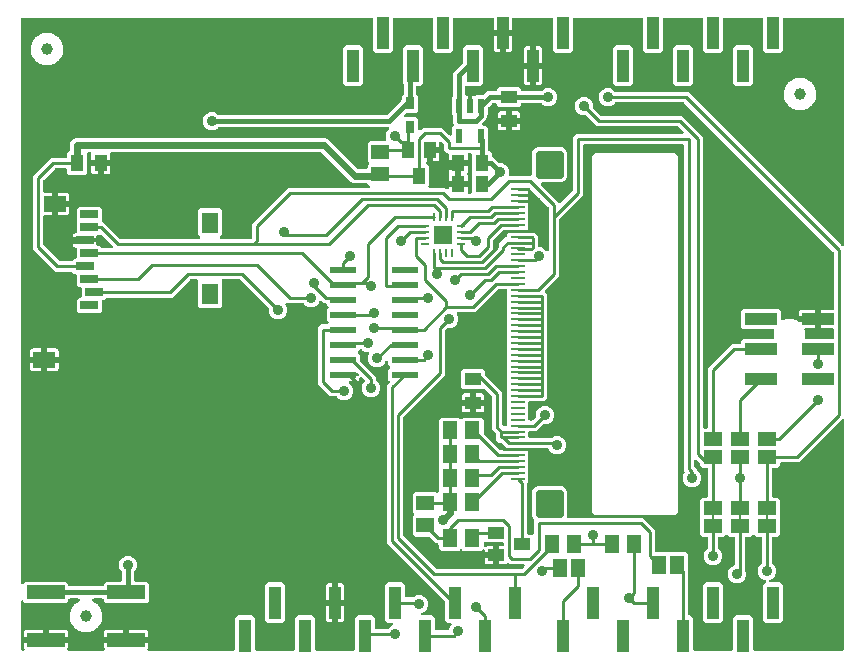
<source format=gbr>
G04 EAGLE Gerber RS-274X export*
G75*
%MOMM*%
%FSLAX34Y34*%
%LPD*%
%INTop Copper*%
%IPPOS*%
%AMOC8*
5,1,8,0,0,1.08239X$1,22.5*%
G01*
%ADD10R,1.900000X1.400000*%
%ADD11R,1.400000X1.800000*%
%ADD12R,1.500000X0.700000*%
%ADD13R,1.300000X1.500000*%
%ADD14R,1.400000X1.000000*%
%ADD15R,0.550000X1.200000*%
%ADD16R,1.100000X1.400000*%
%ADD17C,1.000000*%
%ADD18R,1.400000X1.100000*%
%ADD19R,1.168400X1.600200*%
%ADD20R,1.000000X1.400000*%
%ADD21R,1.016000X2.794000*%
%ADD22R,2.794000X1.016000*%
%ADD23R,1.200000X0.275000*%
%ADD24C,0.600000*%
%ADD25R,1.500000X1.300000*%
%ADD26R,0.800000X1.000000*%
%ADD27R,1.500000X1.500000*%
%ADD28R,0.280000X0.800000*%
%ADD29R,0.800000X0.280000*%
%ADD30R,2.200000X0.600000*%
%ADD31R,1.600200X1.168400*%
%ADD32R,0.203200X0.635000*%
%ADD33R,3.200000X1.200000*%
%ADD34C,0.254000*%
%ADD35C,0.906400*%
%ADD36C,0.609600*%
%ADD37C,0.406400*%

G36*
X183760Y3826D02*
X183760Y3826D01*
X183879Y3833D01*
X183917Y3846D01*
X183958Y3851D01*
X184068Y3894D01*
X184181Y3931D01*
X184216Y3953D01*
X184253Y3968D01*
X184349Y4037D01*
X184450Y4101D01*
X184478Y4131D01*
X184511Y4154D01*
X184587Y4246D01*
X184668Y4333D01*
X184688Y4368D01*
X184713Y4399D01*
X184764Y4507D01*
X184822Y4611D01*
X184832Y4651D01*
X184849Y4687D01*
X184871Y4804D01*
X184901Y4919D01*
X184905Y4979D01*
X184909Y4999D01*
X184907Y5020D01*
X184911Y5080D01*
X184911Y31743D01*
X186697Y33529D01*
X199383Y33529D01*
X201169Y31743D01*
X201169Y5080D01*
X201184Y4962D01*
X201191Y4843D01*
X201204Y4805D01*
X201209Y4764D01*
X201252Y4654D01*
X201289Y4541D01*
X201311Y4506D01*
X201326Y4469D01*
X201395Y4373D01*
X201459Y4272D01*
X201489Y4244D01*
X201512Y4211D01*
X201604Y4135D01*
X201691Y4054D01*
X201726Y4034D01*
X201757Y4009D01*
X201865Y3958D01*
X201969Y3900D01*
X202009Y3890D01*
X202045Y3873D01*
X202162Y3851D01*
X202277Y3821D01*
X202337Y3817D01*
X202357Y3813D01*
X202378Y3815D01*
X202438Y3811D01*
X234442Y3811D01*
X234560Y3826D01*
X234679Y3833D01*
X234717Y3846D01*
X234758Y3851D01*
X234868Y3894D01*
X234981Y3931D01*
X235016Y3953D01*
X235053Y3968D01*
X235149Y4037D01*
X235250Y4101D01*
X235278Y4131D01*
X235311Y4154D01*
X235387Y4246D01*
X235468Y4333D01*
X235488Y4368D01*
X235513Y4399D01*
X235564Y4507D01*
X235622Y4611D01*
X235632Y4651D01*
X235649Y4687D01*
X235671Y4804D01*
X235701Y4919D01*
X235705Y4979D01*
X235709Y4999D01*
X235707Y5020D01*
X235711Y5080D01*
X235711Y31743D01*
X237497Y33529D01*
X250183Y33529D01*
X251969Y31743D01*
X251969Y5080D01*
X251984Y4962D01*
X251991Y4843D01*
X252004Y4805D01*
X252009Y4764D01*
X252052Y4654D01*
X252089Y4541D01*
X252111Y4506D01*
X252126Y4469D01*
X252195Y4373D01*
X252259Y4272D01*
X252289Y4244D01*
X252312Y4211D01*
X252404Y4135D01*
X252491Y4054D01*
X252526Y4034D01*
X252557Y4009D01*
X252665Y3958D01*
X252769Y3900D01*
X252809Y3890D01*
X252845Y3873D01*
X252962Y3851D01*
X253077Y3821D01*
X253137Y3817D01*
X253157Y3813D01*
X253178Y3815D01*
X253238Y3811D01*
X285242Y3811D01*
X285360Y3826D01*
X285479Y3833D01*
X285517Y3846D01*
X285558Y3851D01*
X285668Y3894D01*
X285781Y3931D01*
X285816Y3953D01*
X285853Y3968D01*
X285949Y4037D01*
X286050Y4101D01*
X286078Y4131D01*
X286111Y4154D01*
X286187Y4246D01*
X286268Y4333D01*
X286288Y4368D01*
X286313Y4399D01*
X286364Y4507D01*
X286422Y4611D01*
X286432Y4651D01*
X286449Y4687D01*
X286471Y4804D01*
X286501Y4919D01*
X286505Y4979D01*
X286509Y4999D01*
X286507Y5020D01*
X286511Y5080D01*
X286511Y31743D01*
X288297Y33529D01*
X300983Y33529D01*
X302769Y31743D01*
X302769Y23368D01*
X302784Y23250D01*
X302791Y23131D01*
X302804Y23093D01*
X302809Y23052D01*
X302852Y22942D01*
X302889Y22829D01*
X302911Y22794D01*
X302926Y22757D01*
X302995Y22661D01*
X303059Y22560D01*
X303089Y22532D01*
X303112Y22499D01*
X303204Y22423D01*
X303291Y22342D01*
X303326Y22322D01*
X303357Y22297D01*
X303465Y22246D01*
X303569Y22188D01*
X303609Y22178D01*
X303645Y22161D01*
X303762Y22139D01*
X303877Y22109D01*
X303937Y22105D01*
X303957Y22101D01*
X303978Y22103D01*
X304038Y22099D01*
X313112Y22099D01*
X313210Y22111D01*
X313309Y22114D01*
X313368Y22131D01*
X313428Y22139D01*
X313520Y22175D01*
X313615Y22203D01*
X313667Y22233D01*
X313723Y22256D01*
X313803Y22314D01*
X313889Y22364D01*
X313964Y22430D01*
X313981Y22442D01*
X313989Y22452D01*
X314010Y22470D01*
X315746Y24207D01*
X317636Y24989D01*
X317696Y25024D01*
X317761Y25050D01*
X317834Y25102D01*
X317912Y25147D01*
X317962Y25195D01*
X318018Y25236D01*
X318076Y25306D01*
X318140Y25368D01*
X318177Y25428D01*
X318221Y25481D01*
X318260Y25563D01*
X318307Y25639D01*
X318327Y25706D01*
X318357Y25769D01*
X318374Y25857D01*
X318400Y25943D01*
X318404Y26013D01*
X318417Y26082D01*
X318411Y26171D01*
X318415Y26261D01*
X318401Y26329D01*
X318397Y26399D01*
X318369Y26484D01*
X318351Y26572D01*
X318320Y26635D01*
X318299Y26701D01*
X318251Y26777D01*
X318211Y26858D01*
X318166Y26911D01*
X318129Y26970D01*
X318063Y27032D01*
X318005Y27100D01*
X317948Y27140D01*
X317897Y27188D01*
X317818Y27231D01*
X317745Y27283D01*
X317680Y27308D01*
X317619Y27342D01*
X317532Y27364D01*
X317448Y27396D01*
X317378Y27404D01*
X317311Y27421D01*
X317150Y27431D01*
X313697Y27431D01*
X311911Y29217D01*
X311911Y59683D01*
X313697Y61469D01*
X326383Y61469D01*
X328169Y59683D01*
X328169Y50038D01*
X328184Y49920D01*
X328191Y49801D01*
X328204Y49763D01*
X328209Y49722D01*
X328252Y49612D01*
X328289Y49499D01*
X328311Y49464D01*
X328326Y49427D01*
X328395Y49331D01*
X328459Y49230D01*
X328489Y49202D01*
X328512Y49169D01*
X328604Y49093D01*
X328691Y49012D01*
X328726Y48992D01*
X328757Y48967D01*
X328865Y48916D01*
X328969Y48858D01*
X329009Y48848D01*
X329045Y48831D01*
X329162Y48809D01*
X329277Y48779D01*
X329337Y48775D01*
X329357Y48771D01*
X329378Y48773D01*
X329438Y48769D01*
X334702Y48769D01*
X334800Y48781D01*
X334899Y48784D01*
X334958Y48801D01*
X335018Y48809D01*
X335110Y48845D01*
X335205Y48873D01*
X335257Y48903D01*
X335313Y48926D01*
X335393Y48984D01*
X335479Y49034D01*
X335554Y49100D01*
X335571Y49112D01*
X335579Y49122D01*
X335600Y49140D01*
X336066Y49607D01*
X338852Y50761D01*
X341868Y50761D01*
X344654Y49607D01*
X346787Y47474D01*
X347941Y44688D01*
X347941Y41672D01*
X346787Y38886D01*
X344654Y36753D01*
X342764Y35971D01*
X342704Y35936D01*
X342639Y35910D01*
X342566Y35858D01*
X342488Y35813D01*
X342438Y35765D01*
X342382Y35724D01*
X342324Y35654D01*
X342260Y35592D01*
X342223Y35532D01*
X342179Y35479D01*
X342140Y35397D01*
X342093Y35321D01*
X342073Y35254D01*
X342043Y35191D01*
X342026Y35103D01*
X342000Y35017D01*
X341996Y34947D01*
X341983Y34878D01*
X341989Y34789D01*
X341985Y34699D01*
X341999Y34631D01*
X342003Y34561D01*
X342031Y34476D01*
X342049Y34388D01*
X342080Y34325D01*
X342101Y34259D01*
X342149Y34183D01*
X342189Y34102D01*
X342234Y34049D01*
X342271Y33990D01*
X342337Y33928D01*
X342395Y33860D01*
X342452Y33820D01*
X342503Y33772D01*
X342582Y33729D01*
X342655Y33677D01*
X342720Y33652D01*
X342781Y33618D01*
X342868Y33596D01*
X342952Y33564D01*
X343022Y33556D01*
X343089Y33539D01*
X343250Y33529D01*
X351783Y33529D01*
X353569Y31743D01*
X353569Y22098D01*
X353584Y21980D01*
X353591Y21861D01*
X353604Y21823D01*
X353609Y21782D01*
X353652Y21672D01*
X353689Y21559D01*
X353711Y21524D01*
X353726Y21487D01*
X353795Y21391D01*
X353859Y21290D01*
X353889Y21262D01*
X353912Y21229D01*
X354004Y21153D01*
X354091Y21072D01*
X354126Y21052D01*
X354157Y21027D01*
X354265Y20976D01*
X354369Y20918D01*
X354409Y20908D01*
X354445Y20891D01*
X354562Y20869D01*
X354677Y20839D01*
X354737Y20835D01*
X354757Y20831D01*
X354778Y20833D01*
X354838Y20829D01*
X364537Y20829D01*
X364567Y20832D01*
X364596Y20830D01*
X364724Y20852D01*
X364853Y20869D01*
X364880Y20879D01*
X364909Y20884D01*
X365028Y20938D01*
X365149Y20986D01*
X365172Y21003D01*
X365199Y21015D01*
X365301Y21096D01*
X365406Y21172D01*
X365425Y21195D01*
X365448Y21214D01*
X365526Y21317D01*
X365609Y21417D01*
X365621Y21444D01*
X365639Y21468D01*
X365710Y21612D01*
X366953Y24614D01*
X367604Y25265D01*
X367689Y25374D01*
X367778Y25481D01*
X367786Y25500D01*
X367799Y25516D01*
X367854Y25644D01*
X367913Y25769D01*
X367917Y25789D01*
X367925Y25808D01*
X367947Y25946D01*
X367973Y26082D01*
X367972Y26102D01*
X367975Y26122D01*
X367962Y26261D01*
X367953Y26399D01*
X367947Y26418D01*
X367945Y26438D01*
X367898Y26569D01*
X367855Y26701D01*
X367844Y26719D01*
X367837Y26738D01*
X367760Y26852D01*
X367685Y26970D01*
X367670Y26984D01*
X367659Y27001D01*
X367555Y27093D01*
X367453Y27188D01*
X367436Y27198D01*
X367420Y27211D01*
X367297Y27274D01*
X367175Y27342D01*
X367155Y27347D01*
X367137Y27356D01*
X367001Y27386D01*
X366867Y27421D01*
X366839Y27423D01*
X366827Y27426D01*
X366806Y27425D01*
X366706Y27431D01*
X364497Y27431D01*
X362711Y29217D01*
X362711Y44675D01*
X362699Y44774D01*
X362696Y44873D01*
X362679Y44931D01*
X362671Y44991D01*
X362635Y45083D01*
X362607Y45178D01*
X362577Y45230D01*
X362554Y45287D01*
X362496Y45367D01*
X362446Y45452D01*
X362380Y45527D01*
X362368Y45544D01*
X362358Y45552D01*
X362340Y45573D01*
X313181Y94731D01*
X313181Y228519D01*
X315153Y230491D01*
X315226Y230585D01*
X315305Y230674D01*
X315323Y230710D01*
X315348Y230742D01*
X315395Y230851D01*
X315449Y230957D01*
X315458Y230996D01*
X315474Y231034D01*
X315493Y231152D01*
X315519Y231267D01*
X315518Y231308D01*
X315524Y231348D01*
X315513Y231466D01*
X315509Y231585D01*
X315498Y231624D01*
X315494Y231664D01*
X315454Y231776D01*
X315421Y231891D01*
X315400Y231926D01*
X315387Y231964D01*
X315320Y232062D01*
X315259Y232165D01*
X315220Y232210D01*
X315208Y232227D01*
X315193Y232240D01*
X315153Y232286D01*
X314211Y233227D01*
X314211Y241753D01*
X315401Y242942D01*
X315474Y243037D01*
X315553Y243126D01*
X315571Y243162D01*
X315596Y243194D01*
X315643Y243303D01*
X315697Y243409D01*
X315706Y243448D01*
X315722Y243486D01*
X315741Y243603D01*
X315767Y243719D01*
X315766Y243760D01*
X315772Y243800D01*
X315761Y243918D01*
X315757Y244037D01*
X315746Y244076D01*
X315742Y244116D01*
X315702Y244229D01*
X315669Y244343D01*
X315648Y244377D01*
X315635Y244416D01*
X315568Y244514D01*
X315507Y244617D01*
X315467Y244662D01*
X315456Y244679D01*
X315441Y244692D01*
X315401Y244737D01*
X314211Y245927D01*
X314211Y247990D01*
X314203Y248060D01*
X314204Y248130D01*
X314183Y248217D01*
X314171Y248306D01*
X314146Y248371D01*
X314129Y248439D01*
X314087Y248518D01*
X314054Y248602D01*
X314013Y248658D01*
X313981Y248720D01*
X313920Y248786D01*
X313868Y248859D01*
X313814Y248904D01*
X313767Y248955D01*
X313692Y249005D01*
X313623Y249062D01*
X313559Y249092D01*
X313501Y249130D01*
X313416Y249159D01*
X313335Y249197D01*
X313266Y249210D01*
X313200Y249233D01*
X313111Y249240D01*
X313023Y249257D01*
X312953Y249253D01*
X312883Y249258D01*
X312795Y249243D01*
X312705Y249237D01*
X312639Y249216D01*
X312570Y249204D01*
X312488Y249167D01*
X312403Y249139D01*
X312344Y249102D01*
X312280Y249073D01*
X312210Y249017D01*
X312134Y248969D01*
X312086Y248918D01*
X312032Y248875D01*
X311977Y248803D01*
X311916Y248738D01*
X311882Y248677D01*
X311840Y248621D01*
X311769Y248476D01*
X311227Y247166D01*
X309094Y245033D01*
X306308Y243879D01*
X303292Y243879D01*
X300506Y245033D01*
X298373Y247166D01*
X297219Y249952D01*
X297219Y252968D01*
X297988Y254824D01*
X298001Y254872D01*
X298022Y254917D01*
X298043Y255025D01*
X298072Y255131D01*
X298073Y255181D01*
X298082Y255230D01*
X298075Y255339D01*
X298077Y255449D01*
X298066Y255497D01*
X298063Y255547D01*
X298029Y255651D01*
X298003Y255758D01*
X297980Y255802D01*
X297964Y255849D01*
X297906Y255942D01*
X297854Y256039D01*
X297821Y256076D01*
X297794Y256118D01*
X297714Y256193D01*
X297640Y256275D01*
X297599Y256302D01*
X297563Y256336D01*
X297467Y256389D01*
X297375Y256449D01*
X297328Y256466D01*
X297284Y256490D01*
X297178Y256517D01*
X297074Y256553D01*
X297024Y256557D01*
X296976Y256569D01*
X296816Y256579D01*
X295672Y256579D01*
X292886Y257733D01*
X292048Y258571D01*
X291965Y258636D01*
X291911Y258687D01*
X291898Y258694D01*
X291865Y258723D01*
X291828Y258742D01*
X291797Y258766D01*
X291688Y258814D01*
X291581Y258868D01*
X291542Y258877D01*
X291505Y258893D01*
X291387Y258911D01*
X291271Y258937D01*
X291231Y258936D01*
X291191Y258942D01*
X291072Y258931D01*
X290953Y258928D01*
X290914Y258916D01*
X290874Y258913D01*
X290762Y258872D01*
X290648Y258839D01*
X290613Y258819D01*
X290575Y258805D01*
X290530Y258775D01*
X290526Y258773D01*
X290503Y258756D01*
X290476Y258738D01*
X290374Y258678D01*
X290328Y258638D01*
X290312Y258626D01*
X290298Y258611D01*
X290275Y258591D01*
X290269Y258586D01*
X290266Y258583D01*
X290253Y258571D01*
X289119Y257438D01*
X289046Y257343D01*
X288967Y257254D01*
X288949Y257218D01*
X288924Y257186D01*
X288877Y257077D01*
X288823Y256971D01*
X288814Y256932D01*
X288798Y256894D01*
X288779Y256777D01*
X288753Y256661D01*
X288754Y256620D01*
X288748Y256580D01*
X288759Y256462D01*
X288763Y256343D01*
X288774Y256304D01*
X288778Y256264D01*
X288818Y256151D01*
X288851Y256037D01*
X288872Y256003D01*
X288885Y255964D01*
X288952Y255866D01*
X289013Y255763D01*
X289053Y255718D01*
X289064Y255701D01*
X289079Y255688D01*
X289119Y255643D01*
X290309Y254453D01*
X290309Y249725D01*
X290321Y249626D01*
X290324Y249527D01*
X290341Y249469D01*
X290349Y249409D01*
X290385Y249317D01*
X290413Y249222D01*
X290443Y249170D01*
X290466Y249113D01*
X290524Y249033D01*
X290574Y248948D01*
X290640Y248873D01*
X290652Y248856D01*
X290662Y248848D01*
X290680Y248827D01*
X304039Y235469D01*
X304039Y232988D01*
X304051Y232890D01*
X304054Y232791D01*
X304071Y232732D01*
X304079Y232672D01*
X304115Y232580D01*
X304143Y232485D01*
X304173Y232433D01*
X304196Y232377D01*
X304254Y232297D01*
X304304Y232211D01*
X304370Y232136D01*
X304382Y232119D01*
X304392Y232111D01*
X304410Y232090D01*
X306147Y230354D01*
X307301Y227568D01*
X307301Y224552D01*
X306147Y221766D01*
X304014Y219633D01*
X301228Y218479D01*
X298212Y218479D01*
X295426Y219633D01*
X293293Y221766D01*
X292139Y224552D01*
X292139Y227568D01*
X293293Y230354D01*
X294218Y231279D01*
X294291Y231373D01*
X294370Y231462D01*
X294389Y231498D01*
X294413Y231530D01*
X294460Y231639D01*
X294515Y231746D01*
X294524Y231785D01*
X294540Y231822D01*
X294558Y231940D01*
X294584Y232056D01*
X294583Y232096D01*
X294589Y232136D01*
X294578Y232255D01*
X294575Y232374D01*
X294563Y232413D01*
X294560Y232453D01*
X294519Y232565D01*
X294486Y232679D01*
X294466Y232714D01*
X294452Y232752D01*
X294385Y232851D01*
X294325Y232953D01*
X294285Y232999D01*
X294273Y233015D01*
X294258Y233029D01*
X294218Y233074D01*
X291967Y235325D01*
X291858Y235410D01*
X291751Y235499D01*
X291732Y235507D01*
X291716Y235520D01*
X291588Y235575D01*
X291463Y235634D01*
X291443Y235638D01*
X291424Y235646D01*
X291286Y235668D01*
X291150Y235694D01*
X291130Y235693D01*
X291110Y235696D01*
X290971Y235683D01*
X290833Y235674D01*
X290814Y235668D01*
X290794Y235666D01*
X290662Y235619D01*
X290531Y235576D01*
X290513Y235566D01*
X290494Y235559D01*
X290379Y235481D01*
X290262Y235406D01*
X290248Y235391D01*
X290231Y235380D01*
X290139Y235276D01*
X290044Y235175D01*
X290034Y235157D01*
X290021Y235142D01*
X289957Y235018D01*
X289890Y234896D01*
X289885Y234876D01*
X289876Y234858D01*
X289846Y234723D01*
X289811Y234588D01*
X289809Y234560D01*
X289806Y234548D01*
X289807Y234528D01*
X289801Y234427D01*
X289801Y234156D01*
X289628Y233509D01*
X289293Y232930D01*
X288820Y232457D01*
X288241Y232122D01*
X287594Y231949D01*
X282216Y231949D01*
X282078Y231932D01*
X281939Y231919D01*
X281920Y231912D01*
X281900Y231909D01*
X281771Y231858D01*
X281640Y231811D01*
X281623Y231800D01*
X281605Y231792D01*
X281492Y231711D01*
X281377Y231633D01*
X281364Y231617D01*
X281347Y231606D01*
X281258Y231498D01*
X281166Y231394D01*
X281157Y231376D01*
X281144Y231361D01*
X281085Y231235D01*
X281022Y231111D01*
X281017Y231091D01*
X281009Y231073D01*
X280983Y230937D01*
X280952Y230801D01*
X280953Y230780D01*
X280949Y230761D01*
X280958Y230622D01*
X280962Y230483D01*
X280968Y230463D01*
X280969Y230443D01*
X281012Y230311D01*
X281050Y230177D01*
X281061Y230160D01*
X281067Y230141D01*
X281141Y230023D01*
X281212Y229903D01*
X281230Y229882D01*
X281237Y229872D01*
X281252Y229858D01*
X281318Y229783D01*
X283287Y227814D01*
X284441Y225028D01*
X284441Y222012D01*
X283287Y219226D01*
X281154Y217093D01*
X278368Y215939D01*
X275352Y215939D01*
X272566Y217093D01*
X270830Y218830D01*
X270751Y218890D01*
X270679Y218958D01*
X270626Y218987D01*
X270578Y219024D01*
X270487Y219064D01*
X270401Y219112D01*
X270342Y219127D01*
X270287Y219151D01*
X270189Y219166D01*
X270093Y219191D01*
X269993Y219197D01*
X269972Y219201D01*
X269960Y219199D01*
X269932Y219201D01*
X264911Y219201D01*
X254761Y229351D01*
X254761Y277379D01*
X257291Y279909D01*
X261741Y279909D01*
X261840Y279921D01*
X261939Y279924D01*
X261997Y279941D01*
X262057Y279949D01*
X262149Y279985D01*
X262244Y280013D01*
X262296Y280043D01*
X262353Y280066D01*
X262433Y280124D01*
X262518Y280174D01*
X262593Y280240D01*
X262610Y280252D01*
X262618Y280262D01*
X262639Y280280D01*
X263401Y281043D01*
X263474Y281137D01*
X263553Y281226D01*
X263571Y281262D01*
X263596Y281294D01*
X263643Y281403D01*
X263697Y281509D01*
X263706Y281548D01*
X263722Y281586D01*
X263741Y281703D01*
X263767Y281819D01*
X263766Y281860D01*
X263772Y281900D01*
X263761Y282018D01*
X263757Y282137D01*
X263746Y282176D01*
X263742Y282216D01*
X263702Y282328D01*
X263669Y282443D01*
X263648Y282478D01*
X263635Y282516D01*
X263568Y282614D01*
X263507Y282717D01*
X263468Y282762D01*
X263456Y282779D01*
X263441Y282792D01*
X263401Y282838D01*
X262211Y284027D01*
X262211Y292553D01*
X263401Y293743D01*
X263474Y293837D01*
X263553Y293926D01*
X263571Y293962D01*
X263596Y293994D01*
X263643Y294103D01*
X263697Y294209D01*
X263706Y294248D01*
X263722Y294286D01*
X263741Y294403D01*
X263767Y294519D01*
X263766Y294560D01*
X263772Y294600D01*
X263761Y294718D01*
X263757Y294837D01*
X263746Y294876D01*
X263742Y294916D01*
X263702Y295028D01*
X263669Y295143D01*
X263648Y295178D01*
X263635Y295216D01*
X263568Y295314D01*
X263507Y295417D01*
X263468Y295462D01*
X263456Y295479D01*
X263441Y295492D01*
X263401Y295538D01*
X262203Y296735D01*
X262196Y296790D01*
X262189Y296909D01*
X262176Y296947D01*
X262171Y296988D01*
X262128Y297098D01*
X262091Y297211D01*
X262069Y297246D01*
X262054Y297283D01*
X261985Y297379D01*
X261921Y297480D01*
X261891Y297508D01*
X261868Y297541D01*
X261776Y297617D01*
X261689Y297698D01*
X261654Y297718D01*
X261623Y297743D01*
X261515Y297794D01*
X261411Y297852D01*
X261371Y297862D01*
X261335Y297879D01*
X261218Y297901D01*
X261103Y297931D01*
X261043Y297935D01*
X261023Y297939D01*
X261002Y297937D01*
X260942Y297941D01*
X259831Y297941D01*
X257996Y299776D01*
X257957Y299807D01*
X257923Y299844D01*
X257832Y299904D01*
X257745Y299971D01*
X257699Y299991D01*
X257658Y300018D01*
X257554Y300054D01*
X257453Y300098D01*
X257404Y300105D01*
X257357Y300121D01*
X257248Y300130D01*
X257139Y300147D01*
X257089Y300143D01*
X257040Y300147D01*
X256932Y300128D01*
X256822Y300118D01*
X256775Y300101D01*
X256727Y300092D01*
X256626Y300047D01*
X256523Y300010D01*
X256482Y299982D01*
X256437Y299962D01*
X256351Y299893D01*
X256260Y299831D01*
X256227Y299794D01*
X256188Y299763D01*
X256122Y299675D01*
X256049Y299593D01*
X256027Y299549D01*
X255997Y299509D01*
X255926Y299365D01*
X255347Y297966D01*
X253214Y295833D01*
X250428Y294679D01*
X247412Y294679D01*
X244626Y295833D01*
X242890Y297570D01*
X242811Y297630D01*
X242739Y297698D01*
X242686Y297727D01*
X242638Y297764D01*
X242547Y297804D01*
X242461Y297852D01*
X242402Y297867D01*
X242347Y297891D01*
X242249Y297906D01*
X242153Y297931D01*
X242053Y297937D01*
X242032Y297941D01*
X242020Y297939D01*
X241992Y297941D01*
X229337Y297941D01*
X229269Y297982D01*
X229198Y298038D01*
X229134Y298065D01*
X229075Y298102D01*
X228989Y298128D01*
X228907Y298164D01*
X228838Y298175D01*
X228771Y298195D01*
X228681Y298200D01*
X228592Y298214D01*
X228523Y298207D01*
X228453Y298211D01*
X228366Y298192D01*
X228276Y298184D01*
X228210Y298160D01*
X228142Y298146D01*
X228061Y298107D01*
X227977Y298076D01*
X227919Y298037D01*
X227856Y298007D01*
X227788Y297948D01*
X227713Y297898D01*
X227667Y297845D01*
X227614Y297800D01*
X227562Y297727D01*
X227503Y297659D01*
X227471Y297597D01*
X227431Y297540D01*
X227399Y297456D01*
X227358Y297376D01*
X227343Y297308D01*
X227318Y297243D01*
X227308Y297153D01*
X227289Y297066D01*
X227291Y296996D01*
X227283Y296927D01*
X227296Y296838D01*
X227298Y296748D01*
X227318Y296681D01*
X227328Y296612D01*
X227380Y296459D01*
X228561Y293608D01*
X228561Y290592D01*
X227407Y287806D01*
X225274Y285673D01*
X222488Y284519D01*
X219472Y284519D01*
X216686Y285673D01*
X214553Y287806D01*
X213399Y290592D01*
X213399Y293047D01*
X213387Y293146D01*
X213384Y293245D01*
X213367Y293303D01*
X213359Y293363D01*
X213323Y293455D01*
X213295Y293550D01*
X213265Y293602D01*
X213242Y293659D01*
X213184Y293739D01*
X213134Y293824D01*
X213068Y293899D01*
X213056Y293916D01*
X213046Y293924D01*
X213028Y293945D01*
X189083Y317890D01*
X189005Y317950D01*
X188932Y318018D01*
X188879Y318047D01*
X188832Y318084D01*
X188741Y318124D01*
X188654Y318172D01*
X188595Y318187D01*
X188540Y318211D01*
X188442Y318226D01*
X188346Y318251D01*
X188246Y318257D01*
X188226Y318261D01*
X188213Y318259D01*
X188185Y318261D01*
X174435Y318261D01*
X174296Y318244D01*
X174158Y318231D01*
X174139Y318224D01*
X174119Y318221D01*
X173990Y318170D01*
X173859Y318123D01*
X173842Y318112D01*
X173823Y318104D01*
X173711Y318023D01*
X173596Y317945D01*
X173582Y317929D01*
X173566Y317918D01*
X173477Y317810D01*
X173385Y317706D01*
X173376Y317688D01*
X173363Y317673D01*
X173304Y317547D01*
X173241Y317423D01*
X173236Y317403D01*
X173228Y317385D01*
X173202Y317249D01*
X173171Y317113D01*
X173172Y317092D01*
X173168Y317073D01*
X173176Y316934D01*
X173181Y316795D01*
X173186Y316775D01*
X173188Y316755D01*
X173230Y316623D01*
X173269Y316489D01*
X173279Y316472D01*
X173286Y316453D01*
X173289Y316448D01*
X173289Y295817D01*
X171503Y294031D01*
X154977Y294031D01*
X153191Y295817D01*
X153191Y316469D01*
X153193Y316473D01*
X153252Y316599D01*
X153256Y316619D01*
X153264Y316637D01*
X153286Y316775D01*
X153312Y316912D01*
X153311Y316932D01*
X153314Y316952D01*
X153301Y317090D01*
X153292Y317229D01*
X153286Y317248D01*
X153284Y317268D01*
X153237Y317399D01*
X153194Y317531D01*
X153184Y317548D01*
X153177Y317568D01*
X153099Y317683D01*
X153024Y317800D01*
X153010Y317814D01*
X152998Y317831D01*
X152894Y317923D01*
X152793Y318018D01*
X152775Y318028D01*
X152760Y318041D01*
X152636Y318104D01*
X152514Y318172D01*
X152495Y318177D01*
X152477Y318186D01*
X152341Y318216D01*
X152206Y318251D01*
X152178Y318253D01*
X152166Y318256D01*
X152146Y318255D01*
X152045Y318261D01*
X147095Y318261D01*
X146996Y318249D01*
X146897Y318246D01*
X146839Y318229D01*
X146779Y318221D01*
X146687Y318185D01*
X146592Y318157D01*
X146540Y318127D01*
X146483Y318104D01*
X146403Y318046D01*
X146318Y317996D01*
X146243Y317930D01*
X146226Y317918D01*
X146218Y317908D01*
X146197Y317890D01*
X131069Y302761D01*
X76759Y302761D01*
X76660Y302749D01*
X76561Y302746D01*
X76503Y302729D01*
X76443Y302721D01*
X76351Y302685D01*
X76256Y302657D01*
X76204Y302627D01*
X76147Y302604D01*
X76067Y302546D01*
X75982Y302496D01*
X75907Y302430D01*
X75890Y302418D01*
X75882Y302408D01*
X75861Y302390D01*
X74003Y300531D01*
X73058Y300531D01*
X72940Y300516D01*
X72821Y300509D01*
X72783Y300496D01*
X72742Y300491D01*
X72632Y300448D01*
X72519Y300411D01*
X72484Y300389D01*
X72447Y300374D01*
X72351Y300305D01*
X72250Y300241D01*
X72222Y300211D01*
X72189Y300188D01*
X72113Y300096D01*
X72032Y300009D01*
X72012Y299974D01*
X71987Y299943D01*
X71936Y299835D01*
X71878Y299731D01*
X71868Y299691D01*
X71851Y299655D01*
X71829Y299538D01*
X71799Y299423D01*
X71795Y299363D01*
X71791Y299343D01*
X71793Y299322D01*
X71789Y299262D01*
X71789Y291317D01*
X70003Y289531D01*
X52477Y289531D01*
X50691Y291317D01*
X50691Y300843D01*
X52477Y302629D01*
X53422Y302629D01*
X53540Y302644D01*
X53659Y302651D01*
X53697Y302664D01*
X53738Y302669D01*
X53848Y302712D01*
X53961Y302749D01*
X53996Y302771D01*
X54033Y302786D01*
X54129Y302855D01*
X54230Y302919D01*
X54258Y302949D01*
X54291Y302972D01*
X54367Y303064D01*
X54448Y303151D01*
X54468Y303186D01*
X54493Y303217D01*
X54544Y303325D01*
X54602Y303429D01*
X54612Y303469D01*
X54629Y303505D01*
X54651Y303622D01*
X54681Y303737D01*
X54685Y303797D01*
X54689Y303817D01*
X54687Y303838D01*
X54691Y303898D01*
X54691Y310262D01*
X54676Y310380D01*
X54669Y310499D01*
X54656Y310537D01*
X54651Y310578D01*
X54608Y310688D01*
X54571Y310801D01*
X54549Y310836D01*
X54534Y310873D01*
X54465Y310969D01*
X54401Y311070D01*
X54371Y311098D01*
X54348Y311131D01*
X54256Y311207D01*
X54169Y311288D01*
X54134Y311308D01*
X54103Y311333D01*
X53995Y311384D01*
X53891Y311442D01*
X53851Y311452D01*
X53815Y311469D01*
X53698Y311491D01*
X53583Y311521D01*
X53523Y311525D01*
X53503Y311529D01*
X53482Y311527D01*
X53422Y311531D01*
X52477Y311531D01*
X50691Y313317D01*
X50691Y321262D01*
X50676Y321380D01*
X50669Y321499D01*
X50656Y321537D01*
X50651Y321578D01*
X50608Y321688D01*
X50571Y321801D01*
X50549Y321836D01*
X50534Y321873D01*
X50465Y321969D01*
X50401Y322070D01*
X50371Y322098D01*
X50348Y322131D01*
X50256Y322207D01*
X50169Y322288D01*
X50134Y322308D01*
X50103Y322333D01*
X49995Y322384D01*
X49891Y322442D01*
X49851Y322452D01*
X49815Y322469D01*
X49698Y322491D01*
X49583Y322521D01*
X49523Y322525D01*
X49503Y322529D01*
X49482Y322527D01*
X49422Y322531D01*
X48477Y322531D01*
X46619Y324390D01*
X46541Y324450D01*
X46469Y324518D01*
X46416Y324547D01*
X46368Y324584D01*
X46277Y324624D01*
X46190Y324672D01*
X46131Y324687D01*
X46076Y324711D01*
X45978Y324726D01*
X45882Y324751D01*
X45782Y324757D01*
X45762Y324761D01*
X45749Y324759D01*
X45721Y324761D01*
X32351Y324761D01*
X13461Y343651D01*
X13461Y405649D01*
X28691Y420879D01*
X41142Y420879D01*
X41260Y420894D01*
X41379Y420901D01*
X41417Y420914D01*
X41458Y420919D01*
X41568Y420962D01*
X41681Y420999D01*
X41716Y421021D01*
X41753Y421036D01*
X41849Y421105D01*
X41950Y421169D01*
X41978Y421199D01*
X42011Y421222D01*
X42087Y421314D01*
X42168Y421401D01*
X42188Y421436D01*
X42213Y421467D01*
X42264Y421575D01*
X42322Y421679D01*
X42332Y421719D01*
X42349Y421755D01*
X42371Y421872D01*
X42401Y421987D01*
X42405Y422047D01*
X42409Y422067D01*
X42407Y422088D01*
X42411Y422148D01*
X42411Y424823D01*
X44332Y426743D01*
X44392Y426821D01*
X44460Y426893D01*
X44489Y426946D01*
X44526Y426994D01*
X44566Y427085D01*
X44614Y427172D01*
X44629Y427230D01*
X44653Y427286D01*
X44668Y427384D01*
X44693Y427480D01*
X44699Y427580D01*
X44703Y427600D01*
X44701Y427613D01*
X44703Y427641D01*
X44703Y433013D01*
X45631Y435254D01*
X47346Y436969D01*
X49587Y437897D01*
X260953Y437897D01*
X263194Y436969D01*
X288134Y412028D01*
X288212Y411968D01*
X288284Y411900D01*
X288337Y411871D01*
X288385Y411834D01*
X288476Y411794D01*
X288562Y411746D01*
X288621Y411731D01*
X288677Y411707D01*
X288775Y411692D01*
X288870Y411667D01*
X288970Y411661D01*
X288991Y411657D01*
X289003Y411659D01*
X289031Y411657D01*
X295522Y411657D01*
X295640Y411672D01*
X295759Y411679D01*
X295797Y411692D01*
X295838Y411697D01*
X295948Y411740D01*
X296061Y411777D01*
X296096Y411799D01*
X296133Y411814D01*
X296229Y411883D01*
X296330Y411947D01*
X296358Y411977D01*
X296391Y412000D01*
X296467Y412092D01*
X296548Y412179D01*
X296568Y412214D01*
X296593Y412245D01*
X296644Y412353D01*
X296702Y412457D01*
X296712Y412497D01*
X296729Y412533D01*
X296751Y412650D01*
X296781Y412765D01*
X296785Y412825D01*
X296789Y412845D01*
X296787Y412866D01*
X296791Y412926D01*
X296791Y414823D01*
X297631Y415663D01*
X297704Y415757D01*
X297783Y415846D01*
X297801Y415882D01*
X297826Y415914D01*
X297873Y416023D01*
X297927Y416129D01*
X297936Y416168D01*
X297952Y416206D01*
X297971Y416323D01*
X297997Y416439D01*
X297996Y416480D01*
X298002Y416520D01*
X297991Y416638D01*
X297987Y416757D01*
X297976Y416796D01*
X297972Y416836D01*
X297932Y416948D01*
X297899Y417063D01*
X297878Y417098D01*
X297865Y417136D01*
X297798Y417234D01*
X297737Y417337D01*
X297698Y417382D01*
X297686Y417399D01*
X297671Y417412D01*
X297631Y417458D01*
X296791Y418297D01*
X296791Y433823D01*
X298577Y435609D01*
X311514Y435609D01*
X311563Y435615D01*
X311613Y435613D01*
X311720Y435635D01*
X311829Y435649D01*
X311876Y435667D01*
X311924Y435677D01*
X312023Y435725D01*
X312125Y435766D01*
X312165Y435795D01*
X312210Y435817D01*
X312293Y435888D01*
X312382Y435952D01*
X312414Y435991D01*
X312452Y436023D01*
X312515Y436113D01*
X312585Y436197D01*
X312606Y436242D01*
X312635Y436283D01*
X312674Y436386D01*
X312721Y436485D01*
X312730Y436534D01*
X312748Y436580D01*
X312760Y436690D01*
X312780Y436797D01*
X312777Y436847D01*
X312783Y436896D01*
X312768Y437005D01*
X312761Y437115D01*
X312745Y437162D01*
X312738Y437211D01*
X312686Y437364D01*
X312459Y437912D01*
X312459Y440928D01*
X313613Y443714D01*
X314772Y444873D01*
X314857Y444982D01*
X314946Y445089D01*
X314954Y445108D01*
X314967Y445124D01*
X315022Y445251D01*
X315081Y445377D01*
X315085Y445397D01*
X315093Y445416D01*
X315115Y445554D01*
X315141Y445690D01*
X315140Y445710D01*
X315143Y445730D01*
X315130Y445869D01*
X315121Y446007D01*
X315115Y446026D01*
X315113Y446046D01*
X315066Y446178D01*
X315023Y446309D01*
X315012Y446327D01*
X315005Y446346D01*
X314927Y446461D01*
X314853Y446578D01*
X314838Y446592D01*
X314827Y446609D01*
X314723Y446701D01*
X314621Y446796D01*
X314604Y446806D01*
X314588Y446819D01*
X314464Y446883D01*
X314343Y446950D01*
X314323Y446955D01*
X314305Y446964D01*
X314169Y446994D01*
X314035Y447029D01*
X314007Y447031D01*
X313995Y447034D01*
X313974Y447033D01*
X313874Y447039D01*
X171266Y447039D01*
X171168Y447027D01*
X171069Y447024D01*
X171010Y447007D01*
X170950Y446999D01*
X170858Y446963D01*
X170763Y446935D01*
X170711Y446905D01*
X170655Y446882D01*
X170575Y446824D01*
X170489Y446774D01*
X170414Y446708D01*
X170397Y446696D01*
X170389Y446686D01*
X170368Y446668D01*
X169394Y445693D01*
X166608Y444539D01*
X163592Y444539D01*
X160806Y445693D01*
X158673Y447826D01*
X157519Y450612D01*
X157519Y453628D01*
X158673Y456414D01*
X160806Y458547D01*
X163592Y459701D01*
X166608Y459701D01*
X169394Y458547D01*
X170368Y457572D01*
X170447Y457512D01*
X170519Y457444D01*
X170572Y457415D01*
X170620Y457378D01*
X170711Y457338D01*
X170797Y457290D01*
X170856Y457275D01*
X170911Y457251D01*
X171009Y457236D01*
X171105Y457211D01*
X171205Y457205D01*
X171226Y457201D01*
X171238Y457203D01*
X171266Y457201D01*
X312490Y457201D01*
X312588Y457213D01*
X312687Y457216D01*
X312745Y457233D01*
X312805Y457241D01*
X312897Y457277D01*
X312992Y457305D01*
X313045Y457335D01*
X313101Y457358D01*
X313181Y457416D01*
X313266Y457466D01*
X313342Y457532D01*
X313358Y457544D01*
X313366Y457554D01*
X313387Y457572D01*
X325320Y469505D01*
X325380Y469583D01*
X325448Y469655D01*
X325477Y469708D01*
X325514Y469756D01*
X325554Y469847D01*
X325602Y469934D01*
X325617Y469992D01*
X325641Y470048D01*
X325656Y470146D01*
X325681Y470242D01*
X325687Y470342D01*
X325691Y470362D01*
X325689Y470374D01*
X325691Y470402D01*
X325691Y473463D01*
X327288Y475059D01*
X327348Y475137D01*
X327416Y475209D01*
X327445Y475262D01*
X327482Y475310D01*
X327522Y475401D01*
X327570Y475488D01*
X327585Y475547D01*
X327609Y475602D01*
X327624Y475700D01*
X327649Y475796D01*
X327654Y475879D01*
X327657Y475891D01*
X327656Y475900D01*
X327659Y475916D01*
X327657Y475929D01*
X327659Y475957D01*
X327659Y482843D01*
X327647Y482942D01*
X327644Y483041D01*
X327627Y483099D01*
X327619Y483159D01*
X327583Y483251D01*
X327555Y483346D01*
X327525Y483398D01*
X327502Y483455D01*
X327444Y483535D01*
X327394Y483620D01*
X327328Y483695D01*
X327316Y483712D01*
X327306Y483720D01*
X327288Y483741D01*
X327151Y483877D01*
X327151Y514343D01*
X328937Y516129D01*
X341623Y516129D01*
X343409Y514343D01*
X343409Y483877D01*
X341623Y482091D01*
X339090Y482091D01*
X338972Y482076D01*
X338853Y482069D01*
X338815Y482056D01*
X338774Y482051D01*
X338664Y482008D01*
X338551Y481971D01*
X338516Y481949D01*
X338479Y481934D01*
X338383Y481865D01*
X338282Y481801D01*
X338254Y481771D01*
X338221Y481748D01*
X338145Y481656D01*
X338064Y481569D01*
X338044Y481534D01*
X338019Y481503D01*
X337968Y481395D01*
X337910Y481291D01*
X337900Y481251D01*
X337883Y481215D01*
X337861Y481098D01*
X337831Y480983D01*
X337827Y480923D01*
X337823Y480903D01*
X337825Y480882D01*
X337821Y480822D01*
X337821Y475957D01*
X337833Y475858D01*
X337836Y475759D01*
X337843Y475736D01*
X337843Y475735D01*
X337845Y475729D01*
X337853Y475701D01*
X337861Y475641D01*
X337897Y475549D01*
X337925Y475454D01*
X337955Y475402D01*
X337978Y475345D01*
X338036Y475265D01*
X338086Y475180D01*
X338152Y475105D01*
X338164Y475088D01*
X338174Y475080D01*
X338192Y475059D01*
X339789Y473463D01*
X339789Y460937D01*
X338003Y459151D01*
X329862Y459151D01*
X329764Y459139D01*
X329665Y459136D01*
X329607Y459119D01*
X329547Y459111D01*
X329455Y459075D01*
X329360Y459047D01*
X329307Y459017D01*
X329251Y458994D01*
X329171Y458936D01*
X329086Y458886D01*
X329010Y458820D01*
X328994Y458808D01*
X328986Y458798D01*
X328965Y458780D01*
X327601Y457415D01*
X327515Y457306D01*
X327427Y457199D01*
X327418Y457180D01*
X327406Y457164D01*
X327350Y457036D01*
X327291Y456911D01*
X327288Y456891D01*
X327279Y456872D01*
X327258Y456734D01*
X327232Y456598D01*
X327233Y456578D01*
X327230Y456558D01*
X327243Y456419D01*
X327251Y456281D01*
X327257Y456262D01*
X327259Y456242D01*
X327307Y456110D01*
X327349Y455979D01*
X327360Y455961D01*
X327367Y455942D01*
X327445Y455827D01*
X327519Y455710D01*
X327534Y455696D01*
X327546Y455679D01*
X327650Y455587D01*
X327751Y455492D01*
X327769Y455482D01*
X327784Y455469D01*
X327908Y455405D01*
X328030Y455338D01*
X328049Y455333D01*
X328067Y455324D01*
X328203Y455294D01*
X328338Y455259D01*
X328366Y455257D01*
X328378Y455254D01*
X328398Y455255D01*
X328498Y455249D01*
X338003Y455249D01*
X339789Y453463D01*
X339789Y445481D01*
X339806Y445343D01*
X339808Y445325D01*
X339811Y445273D01*
X339813Y445266D01*
X339819Y445204D01*
X339826Y445185D01*
X339829Y445165D01*
X339880Y445036D01*
X339927Y444905D01*
X339938Y444888D01*
X339946Y444869D01*
X340027Y444757D01*
X340105Y444642D01*
X340121Y444628D01*
X340132Y444612D01*
X340240Y444523D01*
X340344Y444431D01*
X340362Y444422D01*
X340377Y444409D01*
X340503Y444350D01*
X340627Y444287D01*
X340647Y444282D01*
X340665Y444274D01*
X340801Y444248D01*
X340937Y444217D01*
X340958Y444218D01*
X340977Y444214D01*
X341116Y444223D01*
X341255Y444227D01*
X341275Y444232D01*
X341295Y444234D01*
X341427Y444276D01*
X341561Y444315D01*
X341578Y444325D01*
X341597Y444332D01*
X341715Y444406D01*
X341835Y444477D01*
X341856Y444495D01*
X341866Y444502D01*
X341880Y444517D01*
X341955Y444583D01*
X343651Y446279D01*
X359929Y446279D01*
X366075Y440133D01*
X366184Y440048D01*
X366291Y439959D01*
X366310Y439951D01*
X366326Y439938D01*
X366454Y439883D01*
X366579Y439824D01*
X366599Y439820D01*
X366618Y439812D01*
X366756Y439790D01*
X366892Y439764D01*
X366912Y439765D01*
X366932Y439762D01*
X367071Y439775D01*
X367209Y439784D01*
X367228Y439790D01*
X367248Y439792D01*
X367380Y439839D01*
X367511Y439882D01*
X367529Y439892D01*
X367548Y439899D01*
X367663Y439977D01*
X367780Y440052D01*
X367794Y440067D01*
X367811Y440078D01*
X367903Y440182D01*
X367998Y440283D01*
X368008Y440301D01*
X368021Y440316D01*
X368085Y440440D01*
X368152Y440562D01*
X368157Y440582D01*
X368166Y440600D01*
X368196Y440735D01*
X368231Y440870D01*
X368233Y440898D01*
X368236Y440910D01*
X368235Y440930D01*
X368241Y441031D01*
X368241Y446383D01*
X369534Y447675D01*
X369552Y447699D01*
X369574Y447718D01*
X369649Y447824D01*
X369729Y447926D01*
X369740Y447954D01*
X369757Y447978D01*
X369803Y448099D01*
X369855Y448218D01*
X369860Y448248D01*
X369870Y448275D01*
X369884Y448404D01*
X369905Y448532D01*
X369902Y448562D01*
X369905Y448591D01*
X369887Y448720D01*
X369875Y448849D01*
X369865Y448877D01*
X369861Y448906D01*
X369809Y449058D01*
X368959Y451109D01*
X368959Y456613D01*
X368947Y456712D01*
X368944Y456811D01*
X368927Y456869D01*
X368919Y456929D01*
X368883Y457021D01*
X368855Y457116D01*
X368825Y457168D01*
X368802Y457225D01*
X368744Y457305D01*
X368694Y457390D01*
X368628Y457465D01*
X368616Y457482D01*
X368606Y457490D01*
X368587Y457511D01*
X368241Y457857D01*
X368241Y472383D01*
X368588Y472729D01*
X368648Y472807D01*
X368716Y472879D01*
X368745Y472932D01*
X368782Y472980D01*
X368822Y473071D01*
X368870Y473158D01*
X368885Y473217D01*
X368909Y473272D01*
X368924Y473370D01*
X368949Y473466D01*
X368955Y473566D01*
X368959Y473586D01*
X368957Y473599D01*
X368959Y473627D01*
X368959Y491891D01*
X369733Y493758D01*
X377580Y501605D01*
X377640Y501683D01*
X377708Y501755D01*
X377737Y501808D01*
X377774Y501856D01*
X377814Y501947D01*
X377862Y502034D01*
X377877Y502092D01*
X377901Y502148D01*
X377916Y502246D01*
X377941Y502342D01*
X377947Y502442D01*
X377951Y502462D01*
X377949Y502474D01*
X377951Y502502D01*
X377951Y514343D01*
X379737Y516129D01*
X392423Y516129D01*
X394209Y514343D01*
X394209Y483877D01*
X392423Y482091D01*
X380390Y482091D01*
X380272Y482076D01*
X380153Y482069D01*
X380115Y482056D01*
X380074Y482051D01*
X379964Y482008D01*
X379851Y481971D01*
X379816Y481949D01*
X379779Y481934D01*
X379683Y481865D01*
X379582Y481801D01*
X379554Y481771D01*
X379521Y481748D01*
X379445Y481656D01*
X379364Y481569D01*
X379344Y481534D01*
X379319Y481503D01*
X379268Y481395D01*
X379210Y481291D01*
X379200Y481251D01*
X379183Y481215D01*
X379161Y481098D01*
X379131Y480983D01*
X379127Y480923D01*
X379123Y480903D01*
X379125Y480882D01*
X379121Y480822D01*
X379121Y474930D01*
X379136Y474812D01*
X379143Y474693D01*
X379156Y474655D01*
X379161Y474614D01*
X379204Y474504D01*
X379241Y474391D01*
X379263Y474356D01*
X379278Y474319D01*
X379347Y474223D01*
X379411Y474122D01*
X379441Y474094D01*
X379464Y474061D01*
X379556Y473985D01*
X379643Y473904D01*
X379678Y473884D01*
X379709Y473859D01*
X379817Y473808D01*
X379921Y473750D01*
X379961Y473740D01*
X379997Y473723D01*
X380114Y473701D01*
X380229Y473671D01*
X380289Y473667D01*
X380309Y473663D01*
X380330Y473665D01*
X380390Y473661D01*
X382166Y473661D01*
X382166Y465225D01*
X382181Y465107D01*
X382188Y464988D01*
X382200Y464950D01*
X382206Y464910D01*
X382249Y464799D01*
X382286Y464686D01*
X382308Y464652D01*
X382323Y464614D01*
X382392Y464518D01*
X382456Y464417D01*
X382486Y464389D01*
X382509Y464357D01*
X382601Y464281D01*
X382688Y464199D01*
X382723Y464180D01*
X382754Y464154D01*
X382862Y464103D01*
X382966Y464046D01*
X383006Y464036D01*
X383042Y464018D01*
X383159Y463996D01*
X383274Y463966D01*
X383334Y463962D01*
X383354Y463959D01*
X383375Y463960D01*
X383435Y463956D01*
X383645Y463956D01*
X383763Y463971D01*
X383882Y463978D01*
X383920Y463991D01*
X383961Y463996D01*
X384071Y464040D01*
X384184Y464076D01*
X384219Y464098D01*
X384256Y464113D01*
X384352Y464183D01*
X384453Y464246D01*
X384481Y464276D01*
X384514Y464300D01*
X384590Y464391D01*
X384671Y464478D01*
X384691Y464513D01*
X384716Y464545D01*
X384767Y464652D01*
X384825Y464757D01*
X384835Y464796D01*
X384852Y464832D01*
X384874Y464949D01*
X384904Y465065D01*
X384908Y465125D01*
X384912Y465145D01*
X384910Y465165D01*
X384914Y465225D01*
X384914Y473661D01*
X386624Y473661D01*
X387411Y473450D01*
X387516Y473436D01*
X387619Y473412D01*
X387673Y473414D01*
X387726Y473407D01*
X387831Y473419D01*
X387937Y473422D01*
X387988Y473437D01*
X388042Y473443D01*
X388141Y473481D01*
X388242Y473511D01*
X388289Y473538D01*
X388339Y473557D01*
X388425Y473618D01*
X388516Y473672D01*
X388580Y473729D01*
X388598Y473741D01*
X388608Y473753D01*
X388637Y473779D01*
X389027Y474169D01*
X394378Y474169D01*
X394476Y474181D01*
X394575Y474184D01*
X394633Y474201D01*
X394693Y474209D01*
X394785Y474245D01*
X394880Y474273D01*
X394933Y474303D01*
X394989Y474326D01*
X395069Y474384D01*
X395154Y474434D01*
X395230Y474500D01*
X395246Y474512D01*
X395254Y474522D01*
X395275Y474540D01*
X397322Y476587D01*
X399189Y477361D01*
X405242Y477361D01*
X405360Y477376D01*
X405479Y477383D01*
X405517Y477396D01*
X405558Y477401D01*
X405668Y477444D01*
X405781Y477481D01*
X405816Y477503D01*
X405853Y477518D01*
X405949Y477587D01*
X406050Y477651D01*
X406078Y477681D01*
X406111Y477704D01*
X406187Y477796D01*
X406268Y477883D01*
X406288Y477918D01*
X406313Y477949D01*
X406364Y478057D01*
X406422Y478161D01*
X406432Y478201D01*
X406449Y478237D01*
X406471Y478354D01*
X406501Y478469D01*
X406505Y478529D01*
X406509Y478549D01*
X406507Y478570D01*
X406511Y478630D01*
X406511Y479043D01*
X408297Y480829D01*
X424823Y480829D01*
X426609Y479043D01*
X426609Y478790D01*
X426624Y478672D01*
X426631Y478553D01*
X426644Y478515D01*
X426649Y478474D01*
X426692Y478364D01*
X426729Y478251D01*
X426751Y478216D01*
X426766Y478179D01*
X426835Y478083D01*
X426899Y477982D01*
X426929Y477954D01*
X426952Y477921D01*
X427044Y477845D01*
X427131Y477764D01*
X427166Y477744D01*
X427197Y477719D01*
X427305Y477668D01*
X427409Y477610D01*
X427449Y477600D01*
X427485Y477583D01*
X427602Y477561D01*
X427717Y477531D01*
X427777Y477527D01*
X427797Y477523D01*
X427818Y477525D01*
X427878Y477521D01*
X443414Y477521D01*
X443512Y477533D01*
X443611Y477536D01*
X443670Y477553D01*
X443730Y477561D01*
X443822Y477597D01*
X443917Y477625D01*
X443969Y477655D01*
X444025Y477678D01*
X444105Y477736D01*
X444191Y477786D01*
X444266Y477852D01*
X444283Y477864D01*
X444291Y477874D01*
X444312Y477892D01*
X445286Y478867D01*
X448072Y480021D01*
X451088Y480021D01*
X453874Y478867D01*
X456007Y476734D01*
X457161Y473948D01*
X457161Y470932D01*
X456007Y468146D01*
X453874Y466013D01*
X451088Y464859D01*
X448072Y464859D01*
X445286Y466013D01*
X444312Y466988D01*
X444233Y467048D01*
X444161Y467116D01*
X444108Y467145D01*
X444060Y467182D01*
X443969Y467222D01*
X443883Y467270D01*
X443824Y467285D01*
X443769Y467309D01*
X443671Y467324D01*
X443575Y467349D01*
X443475Y467355D01*
X443454Y467359D01*
X443442Y467357D01*
X443414Y467359D01*
X427878Y467359D01*
X427760Y467344D01*
X427641Y467337D01*
X427603Y467324D01*
X427562Y467319D01*
X427452Y467276D01*
X427339Y467239D01*
X427304Y467217D01*
X427267Y467202D01*
X427171Y467133D01*
X427070Y467069D01*
X427042Y467039D01*
X427009Y467016D01*
X426933Y466924D01*
X426852Y466837D01*
X426832Y466802D01*
X426807Y466771D01*
X426756Y466663D01*
X426698Y466559D01*
X426688Y466519D01*
X426671Y466483D01*
X426649Y466366D01*
X426619Y466251D01*
X426615Y466191D01*
X426611Y466171D01*
X426613Y466150D01*
X426609Y466090D01*
X426609Y465517D01*
X424823Y463731D01*
X408297Y463731D01*
X406511Y465517D01*
X406511Y465930D01*
X406496Y466048D01*
X406489Y466167D01*
X406476Y466205D01*
X406471Y466246D01*
X406428Y466356D01*
X406391Y466469D01*
X406369Y466504D01*
X406354Y466541D01*
X406285Y466637D01*
X406221Y466738D01*
X406191Y466766D01*
X406168Y466799D01*
X406076Y466875D01*
X405989Y466956D01*
X405954Y466976D01*
X405923Y467001D01*
X405815Y467052D01*
X405711Y467110D01*
X405671Y467120D01*
X405635Y467137D01*
X405518Y467159D01*
X405403Y467189D01*
X405343Y467193D01*
X405323Y467197D01*
X405302Y467195D01*
X405242Y467199D01*
X402830Y467199D01*
X402732Y467187D01*
X402633Y467184D01*
X402575Y467167D01*
X402515Y467159D01*
X402423Y467123D01*
X402328Y467095D01*
X402275Y467065D01*
X402219Y467042D01*
X402139Y466984D01*
X402054Y466934D01*
X401978Y466868D01*
X401962Y466856D01*
X401954Y466846D01*
X401933Y466828D01*
X399210Y464105D01*
X399150Y464027D01*
X399082Y463955D01*
X399053Y463902D01*
X399016Y463854D01*
X398976Y463763D01*
X398928Y463676D01*
X398913Y463618D01*
X398889Y463562D01*
X398874Y463464D01*
X398849Y463368D01*
X398843Y463268D01*
X398839Y463248D01*
X398841Y463236D01*
X398839Y463208D01*
X398839Y457857D01*
X398493Y457511D01*
X398432Y457433D01*
X398364Y457361D01*
X398335Y457308D01*
X398298Y457260D01*
X398258Y457169D01*
X398210Y457082D01*
X398195Y457024D01*
X398171Y456968D01*
X398156Y456870D01*
X398131Y456774D01*
X398125Y456674D01*
X398121Y456654D01*
X398123Y456641D01*
X398121Y456613D01*
X398121Y455529D01*
X397347Y453662D01*
X394021Y450335D01*
X393935Y450226D01*
X393847Y450119D01*
X393838Y450100D01*
X393826Y450084D01*
X393770Y449956D01*
X393711Y449831D01*
X393708Y449811D01*
X393699Y449792D01*
X393678Y449654D01*
X393652Y449518D01*
X393653Y449498D01*
X393650Y449478D01*
X393663Y449339D01*
X393671Y449201D01*
X393677Y449182D01*
X393679Y449162D01*
X393727Y449030D01*
X393769Y448899D01*
X393780Y448881D01*
X393787Y448862D01*
X393865Y448747D01*
X393939Y448630D01*
X393954Y448616D01*
X393966Y448599D01*
X394070Y448507D01*
X394171Y448412D01*
X394189Y448402D01*
X394204Y448389D01*
X394328Y448325D01*
X394450Y448258D01*
X394469Y448253D01*
X394487Y448244D01*
X394623Y448214D01*
X394758Y448179D01*
X394786Y448177D01*
X394798Y448174D01*
X394818Y448175D01*
X394918Y448169D01*
X397053Y448169D01*
X398839Y446383D01*
X398839Y431815D01*
X398835Y431808D01*
X398798Y431760D01*
X398758Y431669D01*
X398710Y431582D01*
X398695Y431523D01*
X398671Y431468D01*
X398656Y431370D01*
X398631Y431274D01*
X398625Y431174D01*
X398621Y431154D01*
X398623Y431141D01*
X398621Y431113D01*
X398621Y427878D01*
X398636Y427760D01*
X398643Y427641D01*
X398656Y427603D01*
X398661Y427562D01*
X398704Y427452D01*
X398741Y427339D01*
X398763Y427304D01*
X398778Y427267D01*
X398847Y427171D01*
X398911Y427070D01*
X398941Y427042D01*
X398964Y427009D01*
X399056Y426933D01*
X399143Y426852D01*
X399178Y426832D01*
X399209Y426807D01*
X399317Y426756D01*
X399421Y426698D01*
X399461Y426688D01*
X399497Y426671D01*
X399614Y426649D01*
X399729Y426619D01*
X399789Y426615D01*
X399809Y426611D01*
X399830Y426613D01*
X399890Y426609D01*
X400303Y426609D01*
X402089Y424823D01*
X402089Y422589D01*
X402092Y422560D01*
X402090Y422530D01*
X402112Y422402D01*
X402129Y422273D01*
X402139Y422246D01*
X402144Y422217D01*
X402198Y422098D01*
X402246Y421978D01*
X402263Y421954D01*
X402275Y421927D01*
X402356Y421826D01*
X402432Y421720D01*
X402455Y421702D01*
X402474Y421679D01*
X402577Y421600D01*
X402677Y421518D01*
X402704Y421505D01*
X402728Y421487D01*
X402872Y421416D01*
X404198Y420867D01*
X408173Y416892D01*
X408251Y416832D01*
X408323Y416764D01*
X408376Y416735D01*
X408424Y416698D01*
X408515Y416658D01*
X408602Y416610D01*
X408660Y416595D01*
X408716Y416571D01*
X408814Y416556D01*
X408910Y416531D01*
X409010Y416525D01*
X409030Y416521D01*
X409042Y416523D01*
X409070Y416521D01*
X410448Y416521D01*
X413234Y415367D01*
X415367Y413234D01*
X416521Y410448D01*
X416521Y407432D01*
X416505Y407394D01*
X416492Y407346D01*
X416471Y407301D01*
X416450Y407193D01*
X416421Y407087D01*
X416420Y407037D01*
X416411Y406988D01*
X416418Y406879D01*
X416416Y406769D01*
X416427Y406721D01*
X416431Y406671D01*
X416464Y406567D01*
X416490Y406460D01*
X416513Y406416D01*
X416529Y406369D01*
X416587Y406276D01*
X416639Y406179D01*
X416672Y406142D01*
X416699Y406100D01*
X416779Y406024D01*
X416853Y405943D01*
X416894Y405916D01*
X416930Y405882D01*
X417026Y405829D01*
X417118Y405769D01*
X417165Y405752D01*
X417209Y405728D01*
X417315Y405701D01*
X417419Y405665D01*
X417469Y405661D01*
X417517Y405649D01*
X417677Y405639D01*
X434622Y405639D01*
X434740Y405654D01*
X434859Y405661D01*
X434897Y405674D01*
X434938Y405679D01*
X435048Y405722D01*
X435161Y405759D01*
X435196Y405781D01*
X435233Y405796D01*
X435329Y405865D01*
X435430Y405929D01*
X435458Y405959D01*
X435491Y405982D01*
X435567Y406074D01*
X435648Y406161D01*
X435668Y406196D01*
X435693Y406227D01*
X435744Y406335D01*
X435802Y406439D01*
X435812Y406479D01*
X435829Y406515D01*
X435851Y406632D01*
X435881Y406747D01*
X435885Y406807D01*
X435889Y406827D01*
X435887Y406848D01*
X435891Y406908D01*
X435891Y425483D01*
X436812Y427706D01*
X438514Y429408D01*
X440737Y430329D01*
X461143Y430329D01*
X463366Y429408D01*
X465068Y427706D01*
X465989Y425483D01*
X465989Y405077D01*
X465068Y402854D01*
X463366Y401152D01*
X461143Y400231D01*
X444601Y400231D01*
X444463Y400214D01*
X444324Y400201D01*
X444305Y400194D01*
X444285Y400191D01*
X444156Y400140D01*
X444025Y400093D01*
X444008Y400082D01*
X443989Y400074D01*
X443877Y399993D01*
X443762Y399915D01*
X443748Y399899D01*
X443732Y399888D01*
X443643Y399780D01*
X443551Y399676D01*
X443542Y399658D01*
X443529Y399643D01*
X443470Y399517D01*
X443407Y399393D01*
X443402Y399373D01*
X443394Y399355D01*
X443368Y399219D01*
X443337Y399083D01*
X443338Y399062D01*
X443334Y399043D01*
X443343Y398904D01*
X443347Y398765D01*
X443352Y398745D01*
X443354Y398725D01*
X443396Y398593D01*
X443435Y398459D01*
X443445Y398442D01*
X443452Y398423D01*
X443526Y398305D01*
X443597Y398185D01*
X443615Y398164D01*
X443622Y398154D01*
X443637Y398140D01*
X443703Y398065D01*
X458842Y382925D01*
X458937Y382852D01*
X459026Y382773D01*
X459062Y382755D01*
X459094Y382730D01*
X459203Y382683D01*
X459309Y382629D01*
X459348Y382620D01*
X459386Y382604D01*
X459503Y382585D01*
X459619Y382559D01*
X459660Y382560D01*
X459700Y382554D01*
X459818Y382565D01*
X459937Y382569D01*
X459976Y382580D01*
X460016Y382584D01*
X460129Y382624D01*
X460243Y382657D01*
X460277Y382678D01*
X460316Y382691D01*
X460414Y382758D01*
X460517Y382819D01*
X460562Y382859D01*
X460579Y382870D01*
X460592Y382885D01*
X460637Y382925D01*
X470290Y392577D01*
X470350Y392655D01*
X470418Y392728D01*
X470439Y392765D01*
X470459Y392790D01*
X470466Y392805D01*
X470484Y392828D01*
X470524Y392919D01*
X470572Y393006D01*
X470584Y393056D01*
X470595Y393078D01*
X470597Y393088D01*
X470611Y393120D01*
X470626Y393218D01*
X470651Y393314D01*
X470657Y393414D01*
X470661Y393434D01*
X470659Y393447D01*
X470661Y393475D01*
X470661Y438669D01*
X473191Y441199D01*
X563089Y441199D01*
X563227Y441216D01*
X563366Y441229D01*
X563385Y441236D01*
X563405Y441239D01*
X563534Y441290D01*
X563665Y441337D01*
X563682Y441348D01*
X563701Y441356D01*
X563813Y441437D01*
X563928Y441515D01*
X563942Y441531D01*
X563958Y441542D01*
X564047Y441650D01*
X564139Y441754D01*
X564148Y441772D01*
X564161Y441787D01*
X564220Y441913D01*
X564283Y442037D01*
X564288Y442057D01*
X564296Y442075D01*
X564322Y442211D01*
X564353Y442347D01*
X564352Y442368D01*
X564356Y442387D01*
X564347Y442526D01*
X564343Y442665D01*
X564338Y442685D01*
X564336Y442705D01*
X564294Y442837D01*
X564255Y442971D01*
X564245Y442988D01*
X564238Y443007D01*
X564164Y443125D01*
X564093Y443245D01*
X564075Y443266D01*
X564068Y443276D01*
X564053Y443290D01*
X563987Y443365D01*
X559923Y447430D01*
X559845Y447490D01*
X559772Y447558D01*
X559719Y447587D01*
X559672Y447624D01*
X559581Y447664D01*
X559494Y447712D01*
X559435Y447727D01*
X559380Y447751D01*
X559282Y447766D01*
X559186Y447791D01*
X559086Y447797D01*
X559066Y447801D01*
X559053Y447799D01*
X559025Y447801D01*
X490971Y447801D01*
X481905Y456868D01*
X481827Y456928D01*
X481754Y456996D01*
X481701Y457025D01*
X481654Y457062D01*
X481563Y457102D01*
X481476Y457150D01*
X481417Y457165D01*
X481362Y457189D01*
X481264Y457204D01*
X481168Y457229D01*
X481068Y457235D01*
X481048Y457239D01*
X481035Y457237D01*
X481007Y457239D01*
X478552Y457239D01*
X475766Y458393D01*
X473633Y460526D01*
X472479Y463312D01*
X472479Y466328D01*
X473633Y469114D01*
X475766Y471247D01*
X478552Y472401D01*
X481568Y472401D01*
X484354Y471247D01*
X486487Y469114D01*
X487641Y466328D01*
X487641Y463873D01*
X487653Y463774D01*
X487656Y463675D01*
X487673Y463617D01*
X487681Y463557D01*
X487717Y463465D01*
X487745Y463370D01*
X487775Y463318D01*
X487798Y463261D01*
X487856Y463181D01*
X487906Y463096D01*
X487972Y463021D01*
X487984Y463004D01*
X487994Y462996D01*
X488012Y462975D01*
X494177Y456810D01*
X494255Y456750D01*
X494328Y456682D01*
X494381Y456653D01*
X494428Y456616D01*
X494519Y456576D01*
X494606Y456528D01*
X494665Y456513D01*
X494720Y456489D01*
X494818Y456474D01*
X494914Y456449D01*
X495014Y456443D01*
X495034Y456439D01*
X495047Y456441D01*
X495075Y456439D01*
X563129Y456439D01*
X580899Y438669D01*
X580899Y193040D01*
X580914Y192922D01*
X580921Y192803D01*
X580934Y192765D01*
X580939Y192724D01*
X580982Y192614D01*
X581019Y192501D01*
X581041Y192466D01*
X581056Y192429D01*
X581125Y192333D01*
X581189Y192232D01*
X581219Y192204D01*
X581242Y192171D01*
X581334Y192095D01*
X581421Y192014D01*
X581456Y191994D01*
X581487Y191969D01*
X581595Y191918D01*
X581699Y191860D01*
X581739Y191850D01*
X581775Y191833D01*
X581892Y191811D01*
X582007Y191781D01*
X582067Y191777D01*
X582087Y191773D01*
X582108Y191775D01*
X582168Y191771D01*
X583692Y191771D01*
X583810Y191786D01*
X583929Y191793D01*
X583967Y191806D01*
X584008Y191811D01*
X584118Y191854D01*
X584231Y191891D01*
X584266Y191913D01*
X584303Y191928D01*
X584399Y191997D01*
X584500Y192061D01*
X584528Y192091D01*
X584561Y192114D01*
X584637Y192206D01*
X584718Y192293D01*
X584738Y192328D01*
X584763Y192359D01*
X584814Y192467D01*
X584872Y192571D01*
X584882Y192611D01*
X584899Y192647D01*
X584921Y192764D01*
X584951Y192879D01*
X584955Y192939D01*
X584959Y192959D01*
X584957Y192980D01*
X584961Y193040D01*
X584961Y243089D01*
X605271Y263399D01*
X611632Y263399D01*
X611750Y263414D01*
X611869Y263421D01*
X611907Y263434D01*
X611948Y263439D01*
X612058Y263482D01*
X612171Y263519D01*
X612206Y263541D01*
X612243Y263556D01*
X612339Y263625D01*
X612440Y263689D01*
X612468Y263719D01*
X612501Y263742D01*
X612577Y263834D01*
X612658Y263921D01*
X612678Y263956D01*
X612703Y263987D01*
X612754Y264095D01*
X612812Y264199D01*
X612822Y264239D01*
X612839Y264275D01*
X612861Y264392D01*
X612891Y264507D01*
X612895Y264567D01*
X612899Y264587D01*
X612897Y264608D01*
X612901Y264668D01*
X612901Y265423D01*
X614687Y267209D01*
X639920Y267209D01*
X639969Y267215D01*
X640019Y267213D01*
X640127Y267235D01*
X640236Y267249D01*
X640282Y267267D01*
X640330Y267277D01*
X640429Y267325D01*
X640531Y267366D01*
X640571Y267395D01*
X640616Y267417D01*
X640700Y267488D01*
X640789Y267552D01*
X640820Y267591D01*
X640858Y267623D01*
X640921Y267713D01*
X640991Y267797D01*
X641013Y267842D01*
X641041Y267883D01*
X641080Y267986D01*
X641127Y268085D01*
X641136Y268134D01*
X641154Y268180D01*
X641166Y268290D01*
X641187Y268397D01*
X641184Y268447D01*
X641189Y268496D01*
X641174Y268605D01*
X641167Y268715D01*
X641152Y268762D01*
X641145Y268811D01*
X641093Y268964D01*
X641001Y269184D01*
X641001Y274376D01*
X641093Y274596D01*
X641106Y274644D01*
X641127Y274689D01*
X641148Y274797D01*
X641177Y274903D01*
X641177Y274953D01*
X641187Y275002D01*
X641180Y275111D01*
X641182Y275221D01*
X641170Y275269D01*
X641167Y275319D01*
X641133Y275423D01*
X641108Y275530D01*
X641084Y275574D01*
X641069Y275621D01*
X641010Y275714D01*
X640959Y275811D01*
X640925Y275848D01*
X640899Y275890D01*
X640819Y275965D01*
X640745Y276047D01*
X640703Y276074D01*
X640667Y276108D01*
X640571Y276161D01*
X640479Y276221D01*
X640432Y276238D01*
X640389Y276262D01*
X640283Y276289D01*
X640178Y276325D01*
X640129Y276329D01*
X640081Y276341D01*
X639920Y276351D01*
X614687Y276351D01*
X612901Y278137D01*
X612901Y290823D01*
X614687Y292609D01*
X645153Y292609D01*
X646939Y290823D01*
X646939Y284858D01*
X646945Y284808D01*
X646943Y284759D01*
X646965Y284652D01*
X646979Y284542D01*
X646997Y284496D01*
X647007Y284447D01*
X647055Y284349D01*
X647096Y284247D01*
X647125Y284206D01*
X647147Y284162D01*
X647218Y284078D01*
X647282Y283989D01*
X647321Y283958D01*
X647353Y283920D01*
X647443Y283857D01*
X647527Y283786D01*
X647572Y283765D01*
X647613Y283737D01*
X647716Y283698D01*
X647815Y283651D01*
X647864Y283642D01*
X647910Y283624D01*
X648020Y283612D01*
X648127Y283591D01*
X648177Y283594D01*
X648226Y283589D01*
X648335Y283604D01*
X648445Y283611D01*
X648492Y283626D01*
X648541Y283633D01*
X648694Y283685D01*
X651454Y284829D01*
X656646Y284829D01*
X661441Y282842D01*
X661971Y282313D01*
X662049Y282252D01*
X662122Y282184D01*
X662175Y282155D01*
X662222Y282118D01*
X662313Y282078D01*
X662400Y282030D01*
X662459Y282015D01*
X662514Y281991D01*
X662612Y281976D01*
X662708Y281951D01*
X662808Y281945D01*
X662828Y281941D01*
X662841Y281943D01*
X662869Y281941D01*
X675641Y281941D01*
X675641Y276859D01*
X667970Y276859D01*
X667920Y276853D01*
X667871Y276855D01*
X667763Y276833D01*
X667654Y276819D01*
X667608Y276801D01*
X667559Y276791D01*
X667461Y276743D01*
X667358Y276702D01*
X667318Y276673D01*
X667273Y276651D01*
X667190Y276580D01*
X667101Y276516D01*
X667069Y276477D01*
X667031Y276445D01*
X666968Y276355D01*
X666898Y276271D01*
X666877Y276226D01*
X666848Y276185D01*
X666809Y276082D01*
X666763Y275983D01*
X666753Y275934D01*
X666736Y275888D01*
X666723Y275778D01*
X666703Y275671D01*
X666706Y275621D01*
X666700Y275572D01*
X666716Y275463D01*
X666723Y275353D01*
X666738Y275306D01*
X666745Y275257D01*
X666797Y275104D01*
X667099Y274376D01*
X667099Y269184D01*
X667007Y268964D01*
X666994Y268916D01*
X666973Y268871D01*
X666952Y268763D01*
X666923Y268657D01*
X666923Y268607D01*
X666913Y268558D01*
X666920Y268449D01*
X666918Y268339D01*
X666930Y268291D01*
X666933Y268241D01*
X666967Y268137D01*
X666992Y268030D01*
X667016Y267986D01*
X667031Y267939D01*
X667090Y267846D01*
X667141Y267749D01*
X667175Y267712D01*
X667201Y267670D01*
X667281Y267595D01*
X667355Y267513D01*
X667397Y267486D01*
X667433Y267452D01*
X667529Y267399D01*
X667621Y267339D01*
X667668Y267322D01*
X667711Y267298D01*
X667817Y267271D01*
X667922Y267235D01*
X667971Y267231D01*
X668019Y267219D01*
X668180Y267209D01*
X690372Y267209D01*
X690490Y267224D01*
X690609Y267231D01*
X690647Y267244D01*
X690688Y267249D01*
X690798Y267292D01*
X690911Y267329D01*
X690946Y267351D01*
X690983Y267366D01*
X691079Y267435D01*
X691180Y267499D01*
X691208Y267529D01*
X691241Y267552D01*
X691317Y267644D01*
X691398Y267731D01*
X691418Y267766D01*
X691443Y267797D01*
X691494Y267905D01*
X691552Y268009D01*
X691562Y268049D01*
X691579Y268085D01*
X691601Y268202D01*
X691631Y268317D01*
X691635Y268377D01*
X691639Y268397D01*
X691637Y268418D01*
X691641Y268478D01*
X691641Y275590D01*
X691626Y275708D01*
X691619Y275827D01*
X691606Y275865D01*
X691601Y275906D01*
X691558Y276016D01*
X691521Y276129D01*
X691499Y276164D01*
X691484Y276201D01*
X691415Y276297D01*
X691351Y276398D01*
X691321Y276426D01*
X691298Y276459D01*
X691206Y276535D01*
X691119Y276616D01*
X691084Y276636D01*
X691053Y276661D01*
X690945Y276712D01*
X690841Y276770D01*
X690801Y276780D01*
X690765Y276797D01*
X690648Y276819D01*
X690533Y276849D01*
X690473Y276853D01*
X690453Y276857D01*
X690432Y276855D01*
X690372Y276859D01*
X680719Y276859D01*
X680719Y283210D01*
X680704Y283328D01*
X680697Y283447D01*
X680684Y283485D01*
X680679Y283525D01*
X680635Y283636D01*
X680599Y283749D01*
X680577Y283784D01*
X680562Y283821D01*
X680492Y283917D01*
X680429Y284018D01*
X680399Y284046D01*
X680375Y284078D01*
X680284Y284154D01*
X680197Y284236D01*
X680162Y284255D01*
X680130Y284281D01*
X680023Y284332D01*
X679919Y284389D01*
X679879Y284400D01*
X679843Y284417D01*
X679726Y284439D01*
X679611Y284469D01*
X679550Y284473D01*
X679530Y284477D01*
X679510Y284475D01*
X679450Y284479D01*
X678179Y284479D01*
X678179Y284481D01*
X679450Y284481D01*
X679568Y284496D01*
X679687Y284503D01*
X679725Y284516D01*
X679765Y284521D01*
X679876Y284565D01*
X679989Y284601D01*
X680024Y284623D01*
X680061Y284638D01*
X680157Y284708D01*
X680258Y284771D01*
X680286Y284801D01*
X680318Y284825D01*
X680394Y284916D01*
X680476Y285003D01*
X680495Y285038D01*
X680521Y285070D01*
X680572Y285177D01*
X680629Y285281D01*
X680640Y285321D01*
X680657Y285357D01*
X680679Y285474D01*
X680709Y285589D01*
X680713Y285650D01*
X680717Y285670D01*
X680715Y285690D01*
X680719Y285750D01*
X680719Y292101D01*
X690372Y292101D01*
X690490Y292116D01*
X690609Y292123D01*
X690647Y292136D01*
X690688Y292141D01*
X690798Y292184D01*
X690911Y292221D01*
X690946Y292243D01*
X690983Y292258D01*
X691079Y292327D01*
X691180Y292391D01*
X691208Y292421D01*
X691241Y292444D01*
X691317Y292536D01*
X691398Y292623D01*
X691418Y292658D01*
X691443Y292689D01*
X691494Y292797D01*
X691552Y292901D01*
X691562Y292941D01*
X691579Y292977D01*
X691601Y293094D01*
X691631Y293209D01*
X691635Y293269D01*
X691639Y293289D01*
X691637Y293310D01*
X691641Y293370D01*
X691641Y340585D01*
X691629Y340684D01*
X691626Y340783D01*
X691609Y340841D01*
X691601Y340901D01*
X691565Y340993D01*
X691537Y341088D01*
X691507Y341140D01*
X691484Y341197D01*
X691426Y341277D01*
X691376Y341362D01*
X691310Y341437D01*
X691298Y341454D01*
X691288Y341462D01*
X691270Y341483D01*
X565003Y467750D01*
X564925Y467810D01*
X564852Y467878D01*
X564799Y467907D01*
X564752Y467944D01*
X564661Y467984D01*
X564574Y468032D01*
X564515Y468047D01*
X564460Y468071D01*
X564362Y468086D01*
X564266Y468111D01*
X564166Y468117D01*
X564146Y468121D01*
X564133Y468119D01*
X564105Y468121D01*
X507308Y468121D01*
X507210Y468109D01*
X507111Y468106D01*
X507052Y468089D01*
X506992Y468081D01*
X506900Y468045D01*
X506805Y468017D01*
X506753Y467987D01*
X506697Y467964D01*
X506617Y467906D01*
X506531Y467856D01*
X506456Y467790D01*
X506439Y467778D01*
X506431Y467768D01*
X506410Y467750D01*
X504674Y466013D01*
X501888Y464859D01*
X498872Y464859D01*
X496086Y466013D01*
X493953Y468146D01*
X492799Y470932D01*
X492799Y473948D01*
X493953Y476734D01*
X496086Y478867D01*
X498872Y480021D01*
X501888Y480021D01*
X504674Y478867D01*
X506410Y477130D01*
X506489Y477070D01*
X506561Y477002D01*
X506614Y476973D01*
X506662Y476936D01*
X506753Y476896D01*
X506839Y476848D01*
X506898Y476833D01*
X506953Y476809D01*
X507051Y476794D01*
X507147Y476769D01*
X507247Y476763D01*
X507268Y476759D01*
X507280Y476761D01*
X507308Y476759D01*
X568209Y476759D01*
X571110Y473857D01*
X698365Y346603D01*
X698474Y346518D01*
X698581Y346429D01*
X698600Y346421D01*
X698616Y346408D01*
X698744Y346353D01*
X698869Y346294D01*
X698889Y346290D01*
X698908Y346282D01*
X699046Y346260D01*
X699182Y346234D01*
X699202Y346235D01*
X699222Y346232D01*
X699361Y346245D01*
X699499Y346254D01*
X699518Y346260D01*
X699538Y346262D01*
X699670Y346309D01*
X699801Y346352D01*
X699819Y346362D01*
X699838Y346369D01*
X699953Y346447D01*
X700070Y346522D01*
X700084Y346537D01*
X700101Y346548D01*
X700193Y346652D01*
X700288Y346753D01*
X700298Y346771D01*
X700311Y346786D01*
X700375Y346910D01*
X700442Y347032D01*
X700447Y347052D01*
X700456Y347070D01*
X700486Y347205D01*
X700521Y347340D01*
X700523Y347368D01*
X700526Y347380D01*
X700525Y347400D01*
X700531Y347501D01*
X700531Y538480D01*
X700516Y538598D01*
X700509Y538717D01*
X700496Y538755D01*
X700491Y538796D01*
X700448Y538906D01*
X700411Y539019D01*
X700389Y539054D01*
X700374Y539091D01*
X700305Y539187D01*
X700241Y539288D01*
X700211Y539316D01*
X700188Y539349D01*
X700096Y539425D01*
X700009Y539506D01*
X699974Y539526D01*
X699943Y539551D01*
X699835Y539602D01*
X699731Y539660D01*
X699691Y539670D01*
X699655Y539687D01*
X699538Y539709D01*
X699423Y539739D01*
X699363Y539743D01*
X699343Y539747D01*
X699322Y539745D01*
X699262Y539749D01*
X649478Y539749D01*
X649360Y539734D01*
X649241Y539727D01*
X649203Y539714D01*
X649162Y539709D01*
X649052Y539666D01*
X648939Y539629D01*
X648904Y539607D01*
X648867Y539592D01*
X648771Y539523D01*
X648670Y539459D01*
X648642Y539429D01*
X648609Y539406D01*
X648533Y539314D01*
X648452Y539227D01*
X648432Y539192D01*
X648407Y539161D01*
X648356Y539053D01*
X648298Y538949D01*
X648288Y538909D01*
X648271Y538873D01*
X648249Y538756D01*
X648219Y538641D01*
X648215Y538581D01*
X648211Y538561D01*
X648213Y538540D01*
X648209Y538480D01*
X648209Y511817D01*
X646423Y510031D01*
X633737Y510031D01*
X631951Y511817D01*
X631951Y538480D01*
X631936Y538598D01*
X631929Y538717D01*
X631916Y538755D01*
X631911Y538796D01*
X631868Y538906D01*
X631831Y539019D01*
X631809Y539054D01*
X631794Y539091D01*
X631725Y539187D01*
X631661Y539288D01*
X631631Y539316D01*
X631608Y539349D01*
X631516Y539425D01*
X631429Y539506D01*
X631394Y539526D01*
X631363Y539551D01*
X631255Y539602D01*
X631151Y539660D01*
X631111Y539670D01*
X631075Y539687D01*
X630958Y539709D01*
X630843Y539739D01*
X630783Y539743D01*
X630763Y539747D01*
X630742Y539745D01*
X630682Y539749D01*
X598678Y539749D01*
X598560Y539734D01*
X598441Y539727D01*
X598403Y539714D01*
X598362Y539709D01*
X598252Y539666D01*
X598139Y539629D01*
X598104Y539607D01*
X598067Y539592D01*
X597971Y539523D01*
X597870Y539459D01*
X597842Y539429D01*
X597809Y539406D01*
X597733Y539314D01*
X597652Y539227D01*
X597632Y539192D01*
X597607Y539161D01*
X597556Y539053D01*
X597498Y538949D01*
X597488Y538909D01*
X597471Y538873D01*
X597449Y538756D01*
X597419Y538641D01*
X597415Y538581D01*
X597411Y538561D01*
X597413Y538540D01*
X597409Y538480D01*
X597409Y511817D01*
X595623Y510031D01*
X582937Y510031D01*
X581151Y511817D01*
X581151Y538480D01*
X581136Y538598D01*
X581129Y538717D01*
X581116Y538755D01*
X581111Y538796D01*
X581068Y538906D01*
X581031Y539019D01*
X581009Y539054D01*
X580994Y539091D01*
X580925Y539187D01*
X580861Y539288D01*
X580831Y539316D01*
X580808Y539349D01*
X580716Y539425D01*
X580629Y539506D01*
X580594Y539526D01*
X580563Y539551D01*
X580455Y539602D01*
X580351Y539660D01*
X580311Y539670D01*
X580275Y539687D01*
X580158Y539709D01*
X580043Y539739D01*
X579983Y539743D01*
X579963Y539747D01*
X579942Y539745D01*
X579882Y539749D01*
X547878Y539749D01*
X547760Y539734D01*
X547641Y539727D01*
X547603Y539714D01*
X547562Y539709D01*
X547452Y539666D01*
X547339Y539629D01*
X547304Y539607D01*
X547267Y539592D01*
X547171Y539523D01*
X547070Y539459D01*
X547042Y539429D01*
X547009Y539406D01*
X546933Y539314D01*
X546852Y539227D01*
X546832Y539192D01*
X546807Y539161D01*
X546756Y539053D01*
X546698Y538949D01*
X546688Y538909D01*
X546671Y538873D01*
X546649Y538756D01*
X546619Y538641D01*
X546615Y538581D01*
X546611Y538561D01*
X546613Y538540D01*
X546609Y538480D01*
X546609Y511817D01*
X544823Y510031D01*
X532137Y510031D01*
X530351Y511817D01*
X530351Y538480D01*
X530336Y538598D01*
X530329Y538717D01*
X530316Y538755D01*
X530311Y538796D01*
X530268Y538906D01*
X530231Y539019D01*
X530209Y539054D01*
X530194Y539091D01*
X530125Y539187D01*
X530061Y539288D01*
X530031Y539316D01*
X530008Y539349D01*
X529916Y539425D01*
X529829Y539506D01*
X529794Y539526D01*
X529763Y539551D01*
X529655Y539602D01*
X529551Y539660D01*
X529511Y539670D01*
X529475Y539687D01*
X529358Y539709D01*
X529243Y539739D01*
X529183Y539743D01*
X529163Y539747D01*
X529142Y539745D01*
X529082Y539749D01*
X471678Y539749D01*
X471560Y539734D01*
X471441Y539727D01*
X471403Y539714D01*
X471362Y539709D01*
X471252Y539666D01*
X471139Y539629D01*
X471104Y539607D01*
X471067Y539592D01*
X470971Y539523D01*
X470870Y539459D01*
X470842Y539429D01*
X470809Y539406D01*
X470733Y539314D01*
X470652Y539227D01*
X470632Y539192D01*
X470607Y539161D01*
X470556Y539053D01*
X470498Y538949D01*
X470488Y538909D01*
X470471Y538873D01*
X470449Y538756D01*
X470419Y538641D01*
X470415Y538581D01*
X470411Y538561D01*
X470413Y538540D01*
X470409Y538480D01*
X470409Y511817D01*
X468623Y510031D01*
X455937Y510031D01*
X454151Y511817D01*
X454151Y538480D01*
X454136Y538598D01*
X454129Y538717D01*
X454116Y538755D01*
X454111Y538796D01*
X454068Y538906D01*
X454031Y539019D01*
X454009Y539054D01*
X453994Y539091D01*
X453925Y539187D01*
X453861Y539288D01*
X453831Y539316D01*
X453808Y539349D01*
X453716Y539425D01*
X453629Y539506D01*
X453594Y539526D01*
X453563Y539551D01*
X453455Y539602D01*
X453351Y539660D01*
X453311Y539670D01*
X453275Y539687D01*
X453158Y539709D01*
X453043Y539739D01*
X452983Y539743D01*
X452963Y539747D01*
X452942Y539745D01*
X452882Y539749D01*
X420370Y539749D01*
X420252Y539734D01*
X420133Y539727D01*
X420095Y539714D01*
X420054Y539709D01*
X419944Y539666D01*
X419831Y539629D01*
X419796Y539607D01*
X419759Y539592D01*
X419663Y539523D01*
X419562Y539459D01*
X419534Y539429D01*
X419501Y539406D01*
X419425Y539314D01*
X419344Y539227D01*
X419324Y539192D01*
X419299Y539161D01*
X419248Y539053D01*
X419190Y538949D01*
X419180Y538909D01*
X419163Y538873D01*
X419141Y538756D01*
X419111Y538641D01*
X419107Y538581D01*
X419103Y538561D01*
X419105Y538540D01*
X419101Y538480D01*
X419101Y529589D01*
X412750Y529589D01*
X412632Y529574D01*
X412513Y529567D01*
X412475Y529554D01*
X412435Y529549D01*
X412324Y529505D01*
X412211Y529469D01*
X412176Y529447D01*
X412139Y529432D01*
X412043Y529362D01*
X411942Y529299D01*
X411914Y529269D01*
X411882Y529245D01*
X411806Y529154D01*
X411724Y529067D01*
X411705Y529032D01*
X411679Y529000D01*
X411628Y528893D01*
X411571Y528789D01*
X411560Y528749D01*
X411543Y528713D01*
X411521Y528596D01*
X411491Y528481D01*
X411487Y528420D01*
X411483Y528400D01*
X411485Y528380D01*
X411481Y528320D01*
X411481Y527049D01*
X411479Y527049D01*
X411479Y528320D01*
X411464Y528438D01*
X411457Y528557D01*
X411444Y528595D01*
X411439Y528635D01*
X411395Y528746D01*
X411359Y528859D01*
X411337Y528894D01*
X411322Y528931D01*
X411252Y529027D01*
X411189Y529128D01*
X411159Y529156D01*
X411135Y529188D01*
X411044Y529264D01*
X410957Y529346D01*
X410922Y529365D01*
X410890Y529391D01*
X410783Y529442D01*
X410679Y529499D01*
X410639Y529510D01*
X410603Y529527D01*
X410486Y529549D01*
X410371Y529579D01*
X410310Y529583D01*
X410290Y529587D01*
X410270Y529585D01*
X410210Y529589D01*
X403859Y529589D01*
X403859Y538480D01*
X403844Y538598D01*
X403837Y538717D01*
X403824Y538755D01*
X403819Y538796D01*
X403776Y538906D01*
X403739Y539019D01*
X403717Y539054D01*
X403702Y539091D01*
X403633Y539187D01*
X403569Y539288D01*
X403539Y539316D01*
X403516Y539349D01*
X403424Y539425D01*
X403337Y539506D01*
X403302Y539526D01*
X403271Y539551D01*
X403163Y539602D01*
X403059Y539660D01*
X403019Y539670D01*
X402983Y539687D01*
X402866Y539709D01*
X402751Y539739D01*
X402691Y539743D01*
X402671Y539747D01*
X402650Y539745D01*
X402590Y539749D01*
X370078Y539749D01*
X369960Y539734D01*
X369841Y539727D01*
X369803Y539714D01*
X369762Y539709D01*
X369652Y539666D01*
X369539Y539629D01*
X369504Y539607D01*
X369467Y539592D01*
X369371Y539523D01*
X369270Y539459D01*
X369242Y539429D01*
X369209Y539406D01*
X369133Y539314D01*
X369052Y539227D01*
X369032Y539192D01*
X369007Y539161D01*
X368956Y539053D01*
X368898Y538949D01*
X368888Y538909D01*
X368871Y538873D01*
X368849Y538756D01*
X368819Y538641D01*
X368815Y538581D01*
X368811Y538561D01*
X368813Y538540D01*
X368809Y538480D01*
X368809Y511817D01*
X367023Y510031D01*
X354337Y510031D01*
X352551Y511817D01*
X352551Y538480D01*
X352536Y538598D01*
X352529Y538717D01*
X352516Y538755D01*
X352511Y538796D01*
X352468Y538906D01*
X352431Y539019D01*
X352409Y539054D01*
X352394Y539091D01*
X352325Y539187D01*
X352261Y539288D01*
X352231Y539316D01*
X352208Y539349D01*
X352116Y539425D01*
X352029Y539506D01*
X351994Y539526D01*
X351963Y539551D01*
X351855Y539602D01*
X351751Y539660D01*
X351711Y539670D01*
X351675Y539687D01*
X351558Y539709D01*
X351443Y539739D01*
X351383Y539743D01*
X351363Y539747D01*
X351342Y539745D01*
X351282Y539749D01*
X319278Y539749D01*
X319160Y539734D01*
X319041Y539727D01*
X319003Y539714D01*
X318962Y539709D01*
X318852Y539666D01*
X318739Y539629D01*
X318704Y539607D01*
X318667Y539592D01*
X318571Y539523D01*
X318470Y539459D01*
X318442Y539429D01*
X318409Y539406D01*
X318333Y539314D01*
X318252Y539227D01*
X318232Y539192D01*
X318207Y539161D01*
X318156Y539053D01*
X318098Y538949D01*
X318088Y538909D01*
X318071Y538873D01*
X318049Y538756D01*
X318019Y538641D01*
X318015Y538581D01*
X318011Y538561D01*
X318013Y538540D01*
X318009Y538480D01*
X318009Y511817D01*
X316223Y510031D01*
X303537Y510031D01*
X301751Y511817D01*
X301751Y538480D01*
X301736Y538598D01*
X301729Y538717D01*
X301716Y538755D01*
X301711Y538796D01*
X301668Y538906D01*
X301631Y539019D01*
X301609Y539054D01*
X301594Y539091D01*
X301525Y539187D01*
X301461Y539288D01*
X301431Y539316D01*
X301408Y539349D01*
X301316Y539425D01*
X301229Y539506D01*
X301194Y539526D01*
X301163Y539551D01*
X301055Y539602D01*
X300951Y539660D01*
X300911Y539670D01*
X300875Y539687D01*
X300758Y539709D01*
X300643Y539739D01*
X300583Y539743D01*
X300563Y539747D01*
X300542Y539745D01*
X300482Y539749D01*
X4318Y539749D01*
X4200Y539734D01*
X4081Y539727D01*
X4043Y539714D01*
X4002Y539709D01*
X3892Y539666D01*
X3779Y539629D01*
X3744Y539607D01*
X3707Y539592D01*
X3611Y539523D01*
X3510Y539459D01*
X3482Y539429D01*
X3449Y539406D01*
X3373Y539314D01*
X3292Y539227D01*
X3272Y539192D01*
X3247Y539161D01*
X3196Y539053D01*
X3138Y538949D01*
X3128Y538909D01*
X3111Y538873D01*
X3089Y538756D01*
X3059Y538641D01*
X3055Y538581D01*
X3051Y538561D01*
X3053Y538540D01*
X3049Y538480D01*
X3049Y61025D01*
X3066Y60887D01*
X3079Y60748D01*
X3086Y60729D01*
X3089Y60709D01*
X3140Y60580D01*
X3187Y60449D01*
X3198Y60432D01*
X3206Y60413D01*
X3287Y60301D01*
X3365Y60186D01*
X3381Y60172D01*
X3392Y60156D01*
X3500Y60067D01*
X3604Y59975D01*
X3622Y59966D01*
X3637Y59953D01*
X3763Y59894D01*
X3887Y59831D01*
X3907Y59826D01*
X3925Y59818D01*
X4061Y59792D01*
X4197Y59761D01*
X4218Y59762D01*
X4237Y59758D01*
X4376Y59766D01*
X4515Y59771D01*
X4535Y59776D01*
X4555Y59778D01*
X4687Y59820D01*
X4821Y59859D01*
X4838Y59869D01*
X4857Y59876D01*
X4975Y59950D01*
X5095Y60021D01*
X5116Y60039D01*
X5126Y60046D01*
X5140Y60061D01*
X5215Y60127D01*
X7157Y62069D01*
X41683Y62069D01*
X43469Y60283D01*
X43469Y59370D01*
X43484Y59252D01*
X43491Y59133D01*
X43504Y59095D01*
X43509Y59054D01*
X43552Y58944D01*
X43589Y58831D01*
X43611Y58796D01*
X43626Y58759D01*
X43695Y58663D01*
X43759Y58562D01*
X43789Y58534D01*
X43812Y58501D01*
X43904Y58425D01*
X43991Y58344D01*
X44026Y58324D01*
X44057Y58299D01*
X44165Y58248D01*
X44269Y58190D01*
X44309Y58180D01*
X44345Y58163D01*
X44462Y58141D01*
X44577Y58111D01*
X44637Y58107D01*
X44657Y58103D01*
X44678Y58105D01*
X44738Y58101D01*
X72102Y58101D01*
X72220Y58116D01*
X72339Y58123D01*
X72377Y58136D01*
X72418Y58141D01*
X72528Y58184D01*
X72641Y58221D01*
X72676Y58243D01*
X72713Y58258D01*
X72809Y58327D01*
X72910Y58391D01*
X72938Y58421D01*
X72971Y58444D01*
X73047Y58536D01*
X73128Y58623D01*
X73148Y58658D01*
X73173Y58689D01*
X73224Y58797D01*
X73282Y58901D01*
X73292Y58941D01*
X73309Y58977D01*
X73331Y59094D01*
X73361Y59209D01*
X73365Y59269D01*
X73369Y59289D01*
X73367Y59310D01*
X73371Y59370D01*
X73371Y60283D01*
X75157Y62069D01*
X87630Y62069D01*
X87748Y62084D01*
X87867Y62091D01*
X87905Y62104D01*
X87946Y62109D01*
X88056Y62152D01*
X88169Y62189D01*
X88204Y62211D01*
X88241Y62226D01*
X88337Y62295D01*
X88438Y62359D01*
X88466Y62389D01*
X88499Y62412D01*
X88575Y62504D01*
X88656Y62591D01*
X88676Y62626D01*
X88701Y62657D01*
X88752Y62765D01*
X88810Y62869D01*
X88820Y62909D01*
X88837Y62945D01*
X88859Y63062D01*
X88889Y63177D01*
X88893Y63237D01*
X88897Y63257D01*
X88895Y63278D01*
X88899Y63338D01*
X88899Y70034D01*
X88887Y70132D01*
X88884Y70231D01*
X88867Y70290D01*
X88859Y70350D01*
X88823Y70442D01*
X88795Y70537D01*
X88765Y70589D01*
X88742Y70645D01*
X88684Y70725D01*
X88634Y70811D01*
X88568Y70886D01*
X88556Y70903D01*
X88546Y70911D01*
X88528Y70932D01*
X87553Y71906D01*
X86399Y74692D01*
X86399Y77708D01*
X87553Y80494D01*
X89686Y82627D01*
X92472Y83781D01*
X95488Y83781D01*
X98274Y82627D01*
X100407Y80494D01*
X101561Y77708D01*
X101561Y74692D01*
X100407Y71906D01*
X99432Y70932D01*
X99372Y70853D01*
X99304Y70781D01*
X99275Y70728D01*
X99238Y70680D01*
X99198Y70589D01*
X99150Y70503D01*
X99135Y70444D01*
X99111Y70389D01*
X99096Y70291D01*
X99071Y70195D01*
X99065Y70095D01*
X99061Y70074D01*
X99063Y70062D01*
X99061Y70034D01*
X99061Y63338D01*
X99076Y63220D01*
X99083Y63101D01*
X99096Y63063D01*
X99101Y63022D01*
X99144Y62912D01*
X99181Y62799D01*
X99203Y62764D01*
X99218Y62727D01*
X99287Y62631D01*
X99351Y62530D01*
X99381Y62502D01*
X99404Y62469D01*
X99496Y62393D01*
X99583Y62312D01*
X99618Y62292D01*
X99649Y62267D01*
X99757Y62216D01*
X99861Y62158D01*
X99901Y62148D01*
X99937Y62131D01*
X100054Y62109D01*
X100169Y62079D01*
X100229Y62075D01*
X100249Y62071D01*
X100270Y62073D01*
X100330Y62069D01*
X109683Y62069D01*
X111469Y60283D01*
X111469Y45757D01*
X109683Y43971D01*
X75157Y43971D01*
X73371Y45757D01*
X73371Y46670D01*
X73356Y46788D01*
X73349Y46907D01*
X73336Y46945D01*
X73331Y46986D01*
X73288Y47096D01*
X73251Y47209D01*
X73229Y47244D01*
X73214Y47281D01*
X73145Y47377D01*
X73081Y47478D01*
X73051Y47506D01*
X73028Y47539D01*
X72936Y47615D01*
X72849Y47696D01*
X72814Y47716D01*
X72783Y47741D01*
X72675Y47792D01*
X72571Y47850D01*
X72531Y47860D01*
X72495Y47877D01*
X72378Y47899D01*
X72263Y47929D01*
X72203Y47933D01*
X72183Y47937D01*
X72162Y47935D01*
X72102Y47939D01*
X65104Y47939D01*
X64973Y47923D01*
X64841Y47912D01*
X64815Y47903D01*
X64788Y47899D01*
X64665Y47851D01*
X64540Y47807D01*
X64518Y47792D01*
X64493Y47782D01*
X64386Y47705D01*
X64275Y47631D01*
X64257Y47611D01*
X64235Y47596D01*
X64151Y47493D01*
X64062Y47395D01*
X64050Y47371D01*
X64032Y47351D01*
X63976Y47231D01*
X63915Y47114D01*
X63908Y47087D01*
X63897Y47063D01*
X63872Y46933D01*
X63842Y46804D01*
X63842Y46777D01*
X63837Y46751D01*
X63845Y46618D01*
X63848Y46486D01*
X63855Y46460D01*
X63857Y46433D01*
X63898Y46307D01*
X63933Y46180D01*
X63950Y46145D01*
X63955Y46131D01*
X63967Y46112D01*
X64005Y46035D01*
X64123Y45830D01*
X64146Y45800D01*
X64162Y45767D01*
X64242Y45674D01*
X64315Y45577D01*
X64344Y45554D01*
X64369Y45525D01*
X64494Y45425D01*
X65178Y44946D01*
X65205Y44932D01*
X65228Y44913D01*
X65370Y44836D01*
X66126Y44483D01*
X66161Y44472D01*
X66193Y44454D01*
X66312Y44423D01*
X66364Y44407D01*
X66398Y44379D01*
X66406Y44362D01*
X66431Y44335D01*
X66450Y44302D01*
X66556Y44182D01*
X67146Y43592D01*
X67170Y43573D01*
X67190Y43550D01*
X67316Y43449D01*
X67999Y42971D01*
X68032Y42954D01*
X68061Y42930D01*
X68172Y42880D01*
X68220Y42854D01*
X68249Y42821D01*
X68255Y42803D01*
X68274Y42772D01*
X68287Y42737D01*
X68371Y42599D01*
X68849Y41916D01*
X68870Y41893D01*
X68885Y41867D01*
X68992Y41746D01*
X69582Y41156D01*
X69611Y41134D01*
X69635Y41106D01*
X69736Y41036D01*
X69779Y41003D01*
X69802Y40965D01*
X69804Y40947D01*
X69818Y40912D01*
X69824Y40876D01*
X69883Y40726D01*
X70236Y39970D01*
X70252Y39944D01*
X70262Y39915D01*
X70346Y39778D01*
X70825Y39094D01*
X70850Y39067D01*
X70869Y39035D01*
X70956Y38949D01*
X70993Y38909D01*
X71008Y38868D01*
X71008Y38849D01*
X71015Y38813D01*
X71015Y38776D01*
X71047Y38618D01*
X71263Y37812D01*
X71274Y37784D01*
X71280Y37754D01*
X71339Y37604D01*
X71691Y36848D01*
X71711Y36817D01*
X71724Y36782D01*
X71796Y36682D01*
X71825Y36636D01*
X71833Y36593D01*
X71829Y36575D01*
X71830Y36538D01*
X71823Y36501D01*
X71827Y36340D01*
X71900Y35509D01*
X71906Y35480D01*
X71907Y35449D01*
X71938Y35291D01*
X72154Y34485D01*
X72168Y34451D01*
X72176Y34415D01*
X72228Y34304D01*
X72249Y34254D01*
X72249Y34210D01*
X72242Y34193D01*
X72237Y34156D01*
X72224Y34121D01*
X72200Y33962D01*
X72127Y33131D01*
X72129Y33100D01*
X72124Y33070D01*
X72127Y32909D01*
X72200Y32078D01*
X72208Y32042D01*
X72209Y32005D01*
X72242Y31887D01*
X72253Y31834D01*
X72250Y31816D01*
X72250Y31815D01*
X72246Y31790D01*
X72236Y31775D01*
X72224Y31740D01*
X72206Y31707D01*
X72154Y31555D01*
X71938Y30749D01*
X71934Y30719D01*
X71924Y30690D01*
X71900Y30531D01*
X71827Y29700D01*
X71829Y29663D01*
X71823Y29626D01*
X71835Y29504D01*
X71837Y29450D01*
X71822Y29408D01*
X71810Y29395D01*
X71792Y29362D01*
X71768Y29333D01*
X71691Y29192D01*
X71339Y28436D01*
X71329Y28407D01*
X71314Y28380D01*
X71263Y28228D01*
X71047Y27422D01*
X71042Y27385D01*
X71030Y27350D01*
X71020Y27228D01*
X71013Y27174D01*
X70991Y27136D01*
X70977Y27125D01*
X70954Y27095D01*
X70925Y27071D01*
X70825Y26946D01*
X70346Y26262D01*
X70332Y26235D01*
X70313Y26212D01*
X70236Y26070D01*
X69883Y25314D01*
X69872Y25279D01*
X69854Y25247D01*
X69823Y25128D01*
X69807Y25076D01*
X69778Y25042D01*
X69762Y25034D01*
X69734Y25009D01*
X69702Y24990D01*
X69582Y24884D01*
X68992Y24294D01*
X68973Y24270D01*
X68950Y24250D01*
X68849Y24124D01*
X68371Y23441D01*
X68354Y23408D01*
X68330Y23379D01*
X68280Y23268D01*
X68254Y23220D01*
X68221Y23191D01*
X68203Y23185D01*
X68172Y23166D01*
X68137Y23153D01*
X67999Y23069D01*
X67316Y22591D01*
X67293Y22570D01*
X67267Y22555D01*
X67146Y22448D01*
X66556Y21858D01*
X66534Y21829D01*
X66506Y21805D01*
X66436Y21704D01*
X66403Y21661D01*
X66365Y21638D01*
X66347Y21636D01*
X66312Y21622D01*
X66276Y21616D01*
X66126Y21557D01*
X65370Y21204D01*
X65344Y21188D01*
X65315Y21178D01*
X65178Y21094D01*
X64494Y20615D01*
X64467Y20590D01*
X64435Y20571D01*
X64349Y20484D01*
X64309Y20447D01*
X64268Y20432D01*
X64250Y20433D01*
X64213Y20425D01*
X64176Y20425D01*
X64018Y20393D01*
X63212Y20177D01*
X63184Y20166D01*
X63154Y20160D01*
X63004Y20101D01*
X62248Y19749D01*
X62217Y19729D01*
X62182Y19716D01*
X62082Y19644D01*
X62036Y19616D01*
X61993Y19607D01*
X61975Y19611D01*
X61938Y19610D01*
X61901Y19617D01*
X61740Y19613D01*
X60909Y19540D01*
X60880Y19534D01*
X60849Y19533D01*
X60691Y19502D01*
X59885Y19286D01*
X59851Y19272D01*
X59815Y19264D01*
X59704Y19212D01*
X59654Y19191D01*
X59610Y19191D01*
X59593Y19198D01*
X59556Y19203D01*
X59521Y19216D01*
X59362Y19240D01*
X58531Y19313D01*
X58500Y19311D01*
X58470Y19316D01*
X58309Y19313D01*
X57478Y19240D01*
X57442Y19232D01*
X57405Y19231D01*
X57287Y19198D01*
X57234Y19187D01*
X57190Y19194D01*
X57175Y19204D01*
X57140Y19216D01*
X57107Y19234D01*
X56955Y19286D01*
X56149Y19502D01*
X56119Y19506D01*
X56090Y19516D01*
X55931Y19540D01*
X55100Y19613D01*
X55063Y19611D01*
X55026Y19617D01*
X54904Y19605D01*
X54850Y19603D01*
X54808Y19618D01*
X54795Y19630D01*
X54762Y19648D01*
X54733Y19672D01*
X54592Y19749D01*
X53836Y20101D01*
X53807Y20111D01*
X53780Y20126D01*
X53628Y20177D01*
X52822Y20393D01*
X52785Y20398D01*
X52750Y20410D01*
X52628Y20420D01*
X52574Y20427D01*
X52536Y20449D01*
X52525Y20463D01*
X52495Y20486D01*
X52471Y20515D01*
X52346Y20615D01*
X51662Y21094D01*
X51635Y21108D01*
X51612Y21127D01*
X51470Y21204D01*
X50714Y21557D01*
X50679Y21568D01*
X50647Y21586D01*
X50528Y21617D01*
X50476Y21633D01*
X50442Y21662D01*
X50434Y21678D01*
X50409Y21706D01*
X50390Y21738D01*
X50284Y21858D01*
X49694Y22448D01*
X49670Y22467D01*
X49650Y22490D01*
X49524Y22591D01*
X48841Y23069D01*
X48808Y23086D01*
X48779Y23110D01*
X48668Y23160D01*
X48620Y23186D01*
X48591Y23219D01*
X48585Y23237D01*
X48566Y23268D01*
X48553Y23303D01*
X48469Y23441D01*
X47991Y24124D01*
X47970Y24147D01*
X47955Y24173D01*
X47848Y24294D01*
X47258Y24884D01*
X47229Y24907D01*
X47205Y24935D01*
X47104Y25004D01*
X47061Y25037D01*
X47038Y25075D01*
X47036Y25093D01*
X47022Y25128D01*
X47016Y25164D01*
X46957Y25314D01*
X46604Y26070D01*
X46588Y26096D01*
X46578Y26125D01*
X46494Y26262D01*
X46015Y26946D01*
X45990Y26973D01*
X45971Y27005D01*
X45884Y27091D01*
X45847Y27131D01*
X45832Y27172D01*
X45833Y27190D01*
X45825Y27227D01*
X45825Y27264D01*
X45793Y27422D01*
X45577Y28228D01*
X45566Y28256D01*
X45560Y28286D01*
X45501Y28436D01*
X45149Y29192D01*
X45129Y29223D01*
X45116Y29258D01*
X45044Y29358D01*
X45016Y29404D01*
X45007Y29447D01*
X45011Y29465D01*
X45010Y29502D01*
X45017Y29539D01*
X45013Y29700D01*
X44940Y30531D01*
X44934Y30560D01*
X44933Y30591D01*
X44902Y30749D01*
X44686Y31555D01*
X44672Y31589D01*
X44664Y31625D01*
X44612Y31736D01*
X44591Y31786D01*
X44591Y31830D01*
X44598Y31847D01*
X44603Y31884D01*
X44616Y31919D01*
X44640Y32078D01*
X44713Y32909D01*
X44712Y32917D01*
X44713Y32923D01*
X44712Y32944D01*
X44716Y32970D01*
X44713Y33131D01*
X44640Y33962D01*
X44632Y33998D01*
X44631Y34035D01*
X44598Y34153D01*
X44587Y34206D01*
X44594Y34250D01*
X44604Y34265D01*
X44616Y34301D01*
X44634Y34333D01*
X44686Y34485D01*
X44902Y35291D01*
X44906Y35321D01*
X44916Y35350D01*
X44940Y35509D01*
X45013Y36340D01*
X45011Y36377D01*
X45017Y36414D01*
X45005Y36536D01*
X45003Y36590D01*
X45018Y36632D01*
X45030Y36645D01*
X45048Y36678D01*
X45072Y36707D01*
X45149Y36848D01*
X45501Y37604D01*
X45511Y37633D01*
X45526Y37660D01*
X45577Y37812D01*
X45793Y38618D01*
X45798Y38655D01*
X45810Y38690D01*
X45820Y38812D01*
X45827Y38866D01*
X45849Y38904D01*
X45863Y38915D01*
X45886Y38945D01*
X45915Y38969D01*
X46015Y39094D01*
X46494Y39778D01*
X46508Y39805D01*
X46527Y39828D01*
X46604Y39970D01*
X46957Y40726D01*
X46968Y40761D01*
X46986Y40793D01*
X47017Y40912D01*
X47033Y40964D01*
X47061Y40998D01*
X47078Y41006D01*
X47105Y41031D01*
X47138Y41050D01*
X47258Y41156D01*
X47848Y41746D01*
X47867Y41770D01*
X47890Y41790D01*
X47991Y41916D01*
X48469Y42599D01*
X48486Y42632D01*
X48510Y42661D01*
X48560Y42772D01*
X48586Y42820D01*
X48619Y42849D01*
X48637Y42855D01*
X48668Y42874D01*
X48703Y42887D01*
X48841Y42971D01*
X49524Y43449D01*
X49547Y43470D01*
X49573Y43485D01*
X49694Y43592D01*
X50284Y44182D01*
X50307Y44211D01*
X50335Y44235D01*
X50404Y44336D01*
X50437Y44379D01*
X50475Y44402D01*
X50493Y44404D01*
X50528Y44418D01*
X50564Y44424D01*
X50714Y44483D01*
X51470Y44836D01*
X51496Y44852D01*
X51525Y44862D01*
X51662Y44946D01*
X52346Y45425D01*
X52373Y45450D01*
X52405Y45469D01*
X52491Y45556D01*
X52581Y45639D01*
X52602Y45670D01*
X52628Y45696D01*
X52717Y45830D01*
X52835Y46035D01*
X52887Y46158D01*
X52943Y46277D01*
X52948Y46304D01*
X52959Y46329D01*
X52978Y46460D01*
X53003Y46590D01*
X53001Y46616D01*
X53005Y46643D01*
X52991Y46775D01*
X52983Y46907D01*
X52975Y46933D01*
X52972Y46959D01*
X52926Y47084D01*
X52885Y47209D01*
X52871Y47232D01*
X52861Y47258D01*
X52786Y47367D01*
X52715Y47478D01*
X52695Y47497D01*
X52680Y47519D01*
X52580Y47605D01*
X52483Y47696D01*
X52460Y47709D01*
X52439Y47727D01*
X52321Y47786D01*
X52205Y47850D01*
X52179Y47856D01*
X52155Y47868D01*
X52025Y47896D01*
X51897Y47929D01*
X51859Y47931D01*
X51843Y47935D01*
X51822Y47934D01*
X51736Y47939D01*
X44738Y47939D01*
X44620Y47924D01*
X44501Y47917D01*
X44463Y47904D01*
X44422Y47899D01*
X44312Y47856D01*
X44199Y47819D01*
X44164Y47797D01*
X44127Y47782D01*
X44031Y47713D01*
X43930Y47649D01*
X43902Y47619D01*
X43869Y47596D01*
X43793Y47504D01*
X43712Y47417D01*
X43692Y47382D01*
X43667Y47351D01*
X43616Y47243D01*
X43558Y47139D01*
X43548Y47099D01*
X43531Y47063D01*
X43509Y46946D01*
X43479Y46831D01*
X43475Y46771D01*
X43471Y46751D01*
X43473Y46730D01*
X43469Y46670D01*
X43469Y45757D01*
X41683Y43971D01*
X7157Y43971D01*
X5215Y45913D01*
X5106Y45998D01*
X4999Y46087D01*
X4980Y46095D01*
X4964Y46108D01*
X4836Y46163D01*
X4711Y46222D01*
X4691Y46226D01*
X4672Y46234D01*
X4534Y46256D01*
X4398Y46282D01*
X4378Y46281D01*
X4358Y46284D01*
X4219Y46271D01*
X4081Y46262D01*
X4062Y46256D01*
X4042Y46254D01*
X3910Y46207D01*
X3779Y46164D01*
X3761Y46154D01*
X3742Y46147D01*
X3627Y46069D01*
X3510Y45994D01*
X3496Y45979D01*
X3479Y45968D01*
X3387Y45864D01*
X3292Y45763D01*
X3282Y45745D01*
X3269Y45730D01*
X3205Y45606D01*
X3138Y45484D01*
X3133Y45465D01*
X3124Y45446D01*
X3094Y45311D01*
X3059Y45176D01*
X3057Y45148D01*
X3054Y45136D01*
X3055Y45116D01*
X3049Y45015D01*
X3049Y5080D01*
X3064Y4962D01*
X3071Y4843D01*
X3084Y4805D01*
X3089Y4764D01*
X3132Y4654D01*
X3169Y4541D01*
X3191Y4506D01*
X3206Y4469D01*
X3275Y4373D01*
X3339Y4272D01*
X3369Y4244D01*
X3392Y4211D01*
X3484Y4136D01*
X3571Y4054D01*
X3606Y4034D01*
X3637Y4009D01*
X3745Y3958D01*
X3849Y3900D01*
X3889Y3890D01*
X3925Y3873D01*
X4042Y3851D01*
X4157Y3821D01*
X4217Y3817D01*
X4237Y3813D01*
X4258Y3815D01*
X4318Y3811D01*
X5141Y3811D01*
X5272Y3827D01*
X5404Y3838D01*
X5429Y3847D01*
X5456Y3851D01*
X5579Y3899D01*
X5704Y3943D01*
X5727Y3958D01*
X5752Y3968D01*
X5859Y4045D01*
X5969Y4119D01*
X5987Y4139D01*
X6009Y4154D01*
X6094Y4257D01*
X6182Y4355D01*
X6195Y4379D01*
X6212Y4399D01*
X6268Y4519D01*
X6330Y4637D01*
X6336Y4663D01*
X6348Y4687D01*
X6372Y4817D01*
X6403Y4946D01*
X6402Y4973D01*
X6407Y5000D01*
X6399Y5131D01*
X6397Y5264D01*
X6389Y5290D01*
X6388Y5317D01*
X6347Y5443D01*
X6311Y5570D01*
X6294Y5605D01*
X6290Y5619D01*
X6278Y5638D01*
X6240Y5715D01*
X6052Y6039D01*
X5879Y6686D01*
X5879Y10481D01*
X23150Y10481D01*
X23268Y10496D01*
X23387Y10503D01*
X23425Y10516D01*
X23465Y10521D01*
X23576Y10564D01*
X23689Y10601D01*
X23724Y10623D01*
X23761Y10638D01*
X23857Y10708D01*
X23958Y10771D01*
X23986Y10801D01*
X24018Y10825D01*
X24094Y10916D01*
X24176Y11003D01*
X24195Y11038D01*
X24221Y11069D01*
X24272Y11177D01*
X24329Y11281D01*
X24340Y11321D01*
X24357Y11357D01*
X24379Y11474D01*
X24409Y11589D01*
X24413Y11650D01*
X24417Y11670D01*
X24415Y11690D01*
X24419Y11750D01*
X24419Y13021D01*
X24421Y13021D01*
X24421Y11750D01*
X24436Y11632D01*
X24443Y11513D01*
X24456Y11475D01*
X24461Y11435D01*
X24505Y11324D01*
X24541Y11211D01*
X24563Y11176D01*
X24578Y11139D01*
X24648Y11043D01*
X24711Y10942D01*
X24741Y10914D01*
X24765Y10881D01*
X24856Y10806D01*
X24943Y10724D01*
X24978Y10704D01*
X25010Y10679D01*
X25117Y10628D01*
X25221Y10570D01*
X25261Y10560D01*
X25297Y10543D01*
X25414Y10521D01*
X25529Y10491D01*
X25590Y10487D01*
X25610Y10483D01*
X25630Y10485D01*
X25690Y10481D01*
X42961Y10481D01*
X42961Y6686D01*
X42788Y6039D01*
X42600Y5715D01*
X42549Y5593D01*
X42492Y5473D01*
X42487Y5446D01*
X42477Y5422D01*
X42457Y5290D01*
X42433Y5161D01*
X42434Y5134D01*
X42430Y5107D01*
X42444Y4975D01*
X42452Y4843D01*
X42461Y4817D01*
X42463Y4791D01*
X42510Y4667D01*
X42550Y4541D01*
X42565Y4518D01*
X42574Y4493D01*
X42650Y4384D01*
X42721Y4272D01*
X42740Y4253D01*
X42756Y4231D01*
X42856Y4145D01*
X42952Y4054D01*
X42976Y4041D01*
X42996Y4023D01*
X43115Y3964D01*
X43231Y3900D01*
X43257Y3894D01*
X43281Y3882D01*
X43410Y3854D01*
X43539Y3821D01*
X43577Y3819D01*
X43592Y3815D01*
X43614Y3816D01*
X43699Y3811D01*
X73141Y3811D01*
X73272Y3827D01*
X73404Y3838D01*
X73430Y3847D01*
X73456Y3851D01*
X73579Y3899D01*
X73704Y3943D01*
X73727Y3958D01*
X73752Y3968D01*
X73859Y4045D01*
X73969Y4119D01*
X73987Y4139D01*
X74009Y4154D01*
X74094Y4256D01*
X74182Y4355D01*
X74195Y4379D01*
X74212Y4399D01*
X74268Y4519D01*
X74330Y4636D01*
X74336Y4663D01*
X74348Y4687D01*
X74372Y4817D01*
X74403Y4946D01*
X74402Y4973D01*
X74407Y4999D01*
X74399Y5131D01*
X74397Y5264D01*
X74389Y5290D01*
X74388Y5317D01*
X74347Y5443D01*
X74311Y5570D01*
X74294Y5605D01*
X74290Y5619D01*
X74278Y5638D01*
X74240Y5715D01*
X74052Y6039D01*
X73879Y6686D01*
X73879Y10481D01*
X91150Y10481D01*
X91268Y10496D01*
X91387Y10503D01*
X91425Y10516D01*
X91465Y10521D01*
X91576Y10564D01*
X91689Y10601D01*
X91724Y10623D01*
X91761Y10638D01*
X91857Y10708D01*
X91958Y10771D01*
X91986Y10801D01*
X92018Y10825D01*
X92094Y10916D01*
X92176Y11003D01*
X92195Y11038D01*
X92221Y11069D01*
X92272Y11177D01*
X92329Y11281D01*
X92340Y11321D01*
X92357Y11357D01*
X92379Y11474D01*
X92409Y11589D01*
X92413Y11650D01*
X92417Y11670D01*
X92415Y11690D01*
X92419Y11750D01*
X92419Y13021D01*
X92421Y13021D01*
X92421Y11750D01*
X92436Y11632D01*
X92443Y11513D01*
X92456Y11475D01*
X92461Y11435D01*
X92505Y11324D01*
X92541Y11211D01*
X92563Y11176D01*
X92578Y11139D01*
X92648Y11043D01*
X92711Y10942D01*
X92741Y10914D01*
X92765Y10881D01*
X92856Y10806D01*
X92943Y10724D01*
X92978Y10704D01*
X93010Y10679D01*
X93117Y10628D01*
X93221Y10570D01*
X93261Y10560D01*
X93297Y10543D01*
X93414Y10521D01*
X93529Y10491D01*
X93590Y10487D01*
X93610Y10483D01*
X93630Y10485D01*
X93690Y10481D01*
X110961Y10481D01*
X110961Y6686D01*
X110788Y6039D01*
X110600Y5715D01*
X110549Y5592D01*
X110492Y5473D01*
X110487Y5446D01*
X110477Y5421D01*
X110457Y5290D01*
X110433Y5160D01*
X110434Y5134D01*
X110430Y5107D01*
X110444Y4975D01*
X110452Y4843D01*
X110461Y4817D01*
X110463Y4791D01*
X110510Y4666D01*
X110550Y4541D01*
X110565Y4518D01*
X110574Y4492D01*
X110650Y4384D01*
X110721Y4272D01*
X110740Y4253D01*
X110756Y4231D01*
X110856Y4145D01*
X110952Y4054D01*
X110976Y4041D01*
X110996Y4023D01*
X111115Y3964D01*
X111231Y3900D01*
X111257Y3894D01*
X111281Y3882D01*
X111411Y3854D01*
X111539Y3821D01*
X111577Y3819D01*
X111592Y3815D01*
X111614Y3816D01*
X111699Y3811D01*
X183642Y3811D01*
X183760Y3826D01*
G37*
G36*
X605400Y3826D02*
X605400Y3826D01*
X605519Y3833D01*
X605557Y3846D01*
X605598Y3851D01*
X605708Y3894D01*
X605821Y3931D01*
X605856Y3953D01*
X605893Y3968D01*
X605989Y4038D01*
X606090Y4101D01*
X606118Y4131D01*
X606151Y4154D01*
X606227Y4246D01*
X606308Y4333D01*
X606328Y4368D01*
X606353Y4399D01*
X606404Y4507D01*
X606462Y4611D01*
X606472Y4651D01*
X606489Y4687D01*
X606511Y4804D01*
X606541Y4919D01*
X606545Y4980D01*
X606549Y5000D01*
X606547Y5020D01*
X606551Y5080D01*
X606551Y31743D01*
X608337Y33529D01*
X621023Y33529D01*
X622809Y31743D01*
X622809Y5080D01*
X622824Y4962D01*
X622831Y4843D01*
X622844Y4805D01*
X622849Y4764D01*
X622892Y4654D01*
X622929Y4541D01*
X622951Y4506D01*
X622966Y4469D01*
X623035Y4373D01*
X623099Y4272D01*
X623129Y4244D01*
X623152Y4211D01*
X623244Y4136D01*
X623331Y4054D01*
X623366Y4034D01*
X623397Y4009D01*
X623505Y3958D01*
X623609Y3900D01*
X623649Y3890D01*
X623685Y3873D01*
X623802Y3851D01*
X623917Y3821D01*
X623977Y3817D01*
X623997Y3813D01*
X624018Y3815D01*
X624078Y3811D01*
X699262Y3811D01*
X699380Y3826D01*
X699499Y3833D01*
X699537Y3846D01*
X699578Y3851D01*
X699688Y3894D01*
X699801Y3931D01*
X699836Y3953D01*
X699873Y3968D01*
X699969Y4038D01*
X700070Y4101D01*
X700098Y4131D01*
X700131Y4154D01*
X700207Y4246D01*
X700288Y4333D01*
X700308Y4368D01*
X700333Y4399D01*
X700384Y4507D01*
X700442Y4611D01*
X700452Y4651D01*
X700469Y4687D01*
X700491Y4804D01*
X700521Y4919D01*
X700525Y4980D01*
X700529Y5000D01*
X700527Y5020D01*
X700531Y5080D01*
X700531Y198599D01*
X700514Y198737D01*
X700501Y198876D01*
X700494Y198895D01*
X700491Y198915D01*
X700440Y199044D01*
X700393Y199175D01*
X700382Y199192D01*
X700374Y199211D01*
X700293Y199323D01*
X700215Y199438D01*
X700199Y199452D01*
X700188Y199468D01*
X700080Y199557D01*
X699976Y199649D01*
X699958Y199658D01*
X699943Y199671D01*
X699817Y199730D01*
X699693Y199793D01*
X699673Y199798D01*
X699655Y199806D01*
X699518Y199832D01*
X699383Y199863D01*
X699362Y199862D01*
X699343Y199866D01*
X699204Y199857D01*
X699065Y199853D01*
X699045Y199848D01*
X699025Y199846D01*
X698893Y199804D01*
X698759Y199765D01*
X698742Y199755D01*
X698723Y199748D01*
X698605Y199674D01*
X698485Y199603D01*
X698464Y199585D01*
X698454Y199578D01*
X698440Y199563D01*
X698365Y199497D01*
X697377Y198510D01*
X662189Y163321D01*
X647319Y163321D01*
X647201Y163306D01*
X647082Y163299D01*
X647044Y163286D01*
X647003Y163281D01*
X646893Y163238D01*
X646780Y163201D01*
X646745Y163179D01*
X646708Y163164D01*
X646612Y163095D01*
X646511Y163031D01*
X646483Y163001D01*
X646450Y162978D01*
X646374Y162886D01*
X646293Y162799D01*
X646273Y162764D01*
X646248Y162733D01*
X646197Y162625D01*
X646139Y162521D01*
X646129Y162481D01*
X646112Y162445D01*
X646090Y162328D01*
X646060Y162213D01*
X646056Y162153D01*
X646052Y162133D01*
X646054Y162112D01*
X646050Y162052D01*
X646050Y160535D01*
X644264Y158749D01*
X640588Y158749D01*
X640470Y158734D01*
X640351Y158727D01*
X640313Y158714D01*
X640272Y158709D01*
X640162Y158666D01*
X640049Y158629D01*
X640014Y158607D01*
X639977Y158592D01*
X639881Y158523D01*
X639780Y158459D01*
X639752Y158429D01*
X639719Y158406D01*
X639643Y158314D01*
X639562Y158227D01*
X639542Y158192D01*
X639517Y158161D01*
X639466Y158053D01*
X639408Y157949D01*
X639398Y157909D01*
X639381Y157873D01*
X639359Y157756D01*
X639329Y157641D01*
X639325Y157581D01*
X639321Y157561D01*
X639323Y157540D01*
X639319Y157480D01*
X639319Y134620D01*
X639334Y134502D01*
X639341Y134383D01*
X639354Y134345D01*
X639359Y134304D01*
X639402Y134194D01*
X639439Y134081D01*
X639461Y134046D01*
X639476Y134009D01*
X639545Y133913D01*
X639609Y133812D01*
X639639Y133784D01*
X639662Y133751D01*
X639754Y133675D01*
X639841Y133594D01*
X639876Y133574D01*
X639907Y133549D01*
X640015Y133498D01*
X640119Y133440D01*
X640159Y133430D01*
X640195Y133413D01*
X640312Y133391D01*
X640427Y133361D01*
X640487Y133357D01*
X640507Y133353D01*
X640528Y133355D01*
X640588Y133351D01*
X644264Y133351D01*
X646050Y131565D01*
X646050Y102115D01*
X644264Y100329D01*
X640588Y100329D01*
X640470Y100314D01*
X640351Y100307D01*
X640313Y100294D01*
X640272Y100289D01*
X640162Y100246D01*
X640049Y100209D01*
X640014Y100187D01*
X639977Y100172D01*
X639881Y100103D01*
X639780Y100039D01*
X639752Y100009D01*
X639719Y99986D01*
X639643Y99894D01*
X639562Y99807D01*
X639542Y99772D01*
X639517Y99741D01*
X639466Y99633D01*
X639408Y99529D01*
X639398Y99489D01*
X639381Y99453D01*
X639359Y99336D01*
X639329Y99221D01*
X639325Y99161D01*
X639321Y99141D01*
X639323Y99120D01*
X639319Y99060D01*
X639319Y78048D01*
X639331Y77950D01*
X639334Y77851D01*
X639351Y77792D01*
X639359Y77732D01*
X639395Y77640D01*
X639423Y77545D01*
X639453Y77493D01*
X639476Y77437D01*
X639534Y77357D01*
X639584Y77271D01*
X639650Y77196D01*
X639662Y77179D01*
X639672Y77171D01*
X639690Y77150D01*
X641427Y75414D01*
X642581Y72628D01*
X642581Y69612D01*
X641427Y66826D01*
X639294Y64693D01*
X637404Y63911D01*
X637344Y63876D01*
X637279Y63850D01*
X637206Y63798D01*
X637128Y63753D01*
X637078Y63705D01*
X637022Y63664D01*
X636964Y63594D01*
X636900Y63532D01*
X636863Y63472D01*
X636819Y63419D01*
X636780Y63337D01*
X636733Y63261D01*
X636713Y63194D01*
X636683Y63131D01*
X636666Y63043D01*
X636640Y62957D01*
X636637Y62887D01*
X636623Y62818D01*
X636629Y62729D01*
X636625Y62639D01*
X636639Y62571D01*
X636643Y62501D01*
X636671Y62416D01*
X636689Y62328D01*
X636720Y62265D01*
X636741Y62199D01*
X636789Y62123D01*
X636829Y62042D01*
X636874Y61989D01*
X636911Y61930D01*
X636977Y61868D01*
X637035Y61800D01*
X637092Y61760D01*
X637143Y61712D01*
X637222Y61669D01*
X637295Y61617D01*
X637360Y61592D01*
X637421Y61558D01*
X637508Y61536D01*
X637592Y61504D01*
X637662Y61496D01*
X637729Y61479D01*
X637890Y61469D01*
X646423Y61469D01*
X648209Y59683D01*
X648209Y29217D01*
X646423Y27431D01*
X633737Y27431D01*
X631951Y29217D01*
X631951Y59683D01*
X633786Y61518D01*
X633817Y61557D01*
X633854Y61591D01*
X633914Y61682D01*
X633981Y61769D01*
X634001Y61815D01*
X634028Y61856D01*
X634064Y61960D01*
X634108Y62061D01*
X634115Y62110D01*
X634131Y62157D01*
X634140Y62266D01*
X634157Y62375D01*
X634153Y62425D01*
X634157Y62474D01*
X634138Y62582D01*
X634128Y62692D01*
X634111Y62738D01*
X634102Y62787D01*
X634057Y62888D01*
X634020Y62991D01*
X633992Y63032D01*
X633972Y63077D01*
X633903Y63163D01*
X633841Y63254D01*
X633804Y63287D01*
X633773Y63326D01*
X633685Y63392D01*
X633603Y63465D01*
X633559Y63487D01*
X633519Y63517D01*
X633375Y63588D01*
X630706Y64693D01*
X628573Y66826D01*
X627419Y69612D01*
X627419Y72628D01*
X628573Y75414D01*
X630310Y77150D01*
X630370Y77229D01*
X630438Y77301D01*
X630467Y77354D01*
X630504Y77402D01*
X630544Y77493D01*
X630592Y77579D01*
X630607Y77638D01*
X630631Y77693D01*
X630646Y77791D01*
X630671Y77887D01*
X630677Y77987D01*
X630681Y78008D01*
X630679Y78020D01*
X630681Y78048D01*
X630681Y99060D01*
X630666Y99178D01*
X630659Y99297D01*
X630646Y99335D01*
X630641Y99376D01*
X630598Y99486D01*
X630561Y99599D01*
X630539Y99634D01*
X630524Y99671D01*
X630455Y99767D01*
X630391Y99868D01*
X630361Y99896D01*
X630338Y99929D01*
X630246Y100005D01*
X630159Y100086D01*
X630124Y100106D01*
X630093Y100131D01*
X629985Y100182D01*
X629881Y100240D01*
X629841Y100250D01*
X629805Y100267D01*
X629688Y100289D01*
X629573Y100319D01*
X629513Y100323D01*
X629493Y100327D01*
X629472Y100325D01*
X629412Y100329D01*
X625736Y100329D01*
X624467Y101598D01*
X624373Y101671D01*
X624284Y101750D01*
X624248Y101768D01*
X624216Y101793D01*
X624107Y101840D01*
X624001Y101894D01*
X623962Y101903D01*
X623924Y101919D01*
X623807Y101938D01*
X623691Y101964D01*
X623650Y101963D01*
X623610Y101969D01*
X623492Y101958D01*
X623373Y101954D01*
X623334Y101943D01*
X623294Y101939D01*
X623182Y101899D01*
X623067Y101866D01*
X623032Y101845D01*
X622994Y101832D01*
X622896Y101765D01*
X622793Y101704D01*
X622748Y101665D01*
X622731Y101653D01*
X622718Y101638D01*
X622672Y101598D01*
X621404Y100329D01*
X617728Y100329D01*
X617610Y100314D01*
X617491Y100307D01*
X617453Y100294D01*
X617412Y100289D01*
X617302Y100246D01*
X617189Y100209D01*
X617154Y100187D01*
X617117Y100172D01*
X617021Y100103D01*
X616920Y100039D01*
X616892Y100009D01*
X616859Y99986D01*
X616783Y99894D01*
X616702Y99807D01*
X616682Y99772D01*
X616657Y99741D01*
X616606Y99633D01*
X616548Y99529D01*
X616538Y99489D01*
X616521Y99453D01*
X616499Y99336D01*
X616469Y99221D01*
X616465Y99161D01*
X616461Y99141D01*
X616463Y99120D01*
X616459Y99060D01*
X616459Y72083D01*
X616460Y72074D01*
X616459Y72065D01*
X616480Y71916D01*
X616499Y71768D01*
X616502Y71759D01*
X616503Y71750D01*
X616555Y71598D01*
X617181Y70088D01*
X617181Y67072D01*
X616027Y64286D01*
X613894Y62153D01*
X611108Y60999D01*
X608092Y60999D01*
X605306Y62153D01*
X603173Y64286D01*
X602019Y67072D01*
X602019Y70088D01*
X603173Y72874D01*
X605306Y75007D01*
X607038Y75724D01*
X607063Y75739D01*
X607091Y75748D01*
X607201Y75817D01*
X607314Y75882D01*
X607335Y75902D01*
X607360Y75918D01*
X607449Y76012D01*
X607542Y76103D01*
X607558Y76128D01*
X607578Y76150D01*
X607641Y76263D01*
X607709Y76374D01*
X607717Y76402D01*
X607732Y76428D01*
X607764Y76554D01*
X607802Y76678D01*
X607804Y76707D01*
X607811Y76736D01*
X607821Y76897D01*
X607821Y99060D01*
X607806Y99178D01*
X607799Y99297D01*
X607786Y99335D01*
X607781Y99376D01*
X607738Y99486D01*
X607701Y99599D01*
X607679Y99634D01*
X607664Y99671D01*
X607595Y99767D01*
X607531Y99868D01*
X607501Y99896D01*
X607478Y99929D01*
X607386Y100005D01*
X607299Y100086D01*
X607264Y100106D01*
X607233Y100131D01*
X607125Y100182D01*
X607021Y100240D01*
X606981Y100250D01*
X606945Y100267D01*
X606828Y100289D01*
X606713Y100319D01*
X606653Y100323D01*
X606633Y100327D01*
X606612Y100325D01*
X606552Y100329D01*
X602876Y100329D01*
X601608Y101598D01*
X601513Y101671D01*
X601424Y101750D01*
X601388Y101768D01*
X601356Y101793D01*
X601247Y101840D01*
X601141Y101894D01*
X601102Y101903D01*
X601064Y101919D01*
X600947Y101938D01*
X600831Y101964D01*
X600790Y101963D01*
X600750Y101969D01*
X600632Y101958D01*
X600513Y101954D01*
X600474Y101943D01*
X600434Y101939D01*
X600321Y101899D01*
X600207Y101866D01*
X600173Y101845D01*
X600134Y101832D01*
X600036Y101765D01*
X599933Y101704D01*
X599888Y101664D01*
X599871Y101653D01*
X599858Y101638D01*
X599813Y101598D01*
X598544Y100329D01*
X594868Y100329D01*
X594750Y100314D01*
X594631Y100307D01*
X594593Y100294D01*
X594552Y100289D01*
X594442Y100246D01*
X594329Y100209D01*
X594294Y100187D01*
X594257Y100172D01*
X594161Y100103D01*
X594060Y100039D01*
X594032Y100009D01*
X593999Y99986D01*
X593923Y99894D01*
X593842Y99807D01*
X593822Y99772D01*
X593797Y99741D01*
X593746Y99633D01*
X593688Y99529D01*
X593678Y99489D01*
X593661Y99453D01*
X593639Y99336D01*
X593609Y99221D01*
X593605Y99161D01*
X593601Y99141D01*
X593603Y99120D01*
X593599Y99060D01*
X593599Y90748D01*
X593611Y90650D01*
X593614Y90551D01*
X593631Y90492D01*
X593639Y90432D01*
X593675Y90340D01*
X593703Y90245D01*
X593733Y90193D01*
X593756Y90137D01*
X593814Y90057D01*
X593864Y89971D01*
X593930Y89896D01*
X593942Y89879D01*
X593952Y89871D01*
X593970Y89850D01*
X595707Y88114D01*
X596861Y85328D01*
X596861Y82312D01*
X595707Y79526D01*
X593574Y77393D01*
X590788Y76239D01*
X587772Y76239D01*
X584986Y77393D01*
X582853Y79526D01*
X581699Y82312D01*
X581699Y85328D01*
X582853Y88114D01*
X584590Y89850D01*
X584650Y89929D01*
X584718Y90001D01*
X584747Y90054D01*
X584784Y90102D01*
X584824Y90193D01*
X584872Y90279D01*
X584887Y90338D01*
X584911Y90393D01*
X584926Y90491D01*
X584951Y90587D01*
X584957Y90687D01*
X584961Y90708D01*
X584959Y90720D01*
X584961Y90748D01*
X584961Y99060D01*
X584946Y99178D01*
X584939Y99297D01*
X584926Y99335D01*
X584921Y99376D01*
X584878Y99486D01*
X584841Y99599D01*
X584819Y99634D01*
X584804Y99671D01*
X584735Y99767D01*
X584671Y99868D01*
X584641Y99896D01*
X584618Y99929D01*
X584526Y100005D01*
X584439Y100086D01*
X584404Y100106D01*
X584373Y100131D01*
X584265Y100182D01*
X584161Y100240D01*
X584121Y100250D01*
X584085Y100267D01*
X583968Y100289D01*
X583853Y100319D01*
X583793Y100323D01*
X583773Y100327D01*
X583752Y100325D01*
X583692Y100329D01*
X580016Y100329D01*
X578230Y102115D01*
X578230Y131565D01*
X580016Y133351D01*
X583692Y133351D01*
X583810Y133366D01*
X583929Y133373D01*
X583967Y133386D01*
X584008Y133391D01*
X584118Y133434D01*
X584231Y133471D01*
X584266Y133493D01*
X584303Y133508D01*
X584399Y133577D01*
X584500Y133641D01*
X584528Y133671D01*
X584561Y133694D01*
X584637Y133786D01*
X584718Y133873D01*
X584738Y133908D01*
X584763Y133939D01*
X584814Y134047D01*
X584872Y134151D01*
X584882Y134191D01*
X584899Y134227D01*
X584921Y134344D01*
X584951Y134459D01*
X584955Y134519D01*
X584959Y134539D01*
X584957Y134560D01*
X584961Y134620D01*
X584961Y157480D01*
X584946Y157598D01*
X584939Y157717D01*
X584926Y157755D01*
X584921Y157796D01*
X584878Y157906D01*
X584841Y158019D01*
X584819Y158054D01*
X584804Y158091D01*
X584735Y158187D01*
X584671Y158288D01*
X584641Y158316D01*
X584618Y158349D01*
X584526Y158425D01*
X584439Y158506D01*
X584404Y158526D01*
X584373Y158551D01*
X584265Y158602D01*
X584161Y158660D01*
X584121Y158670D01*
X584085Y158687D01*
X583968Y158709D01*
X583853Y158739D01*
X583793Y158743D01*
X583773Y158747D01*
X583752Y158745D01*
X583692Y158749D01*
X580016Y158749D01*
X578230Y160535D01*
X578230Y161896D01*
X578218Y161995D01*
X578215Y162094D01*
X578198Y162152D01*
X578190Y162212D01*
X578154Y162304D01*
X578126Y162399D01*
X578096Y162451D01*
X578073Y162508D01*
X578015Y162588D01*
X577965Y162673D01*
X577899Y162748D01*
X577887Y162765D01*
X577877Y162773D01*
X577859Y162794D01*
X575445Y165207D01*
X575336Y165292D01*
X575229Y165381D01*
X575210Y165389D01*
X575194Y165402D01*
X575066Y165457D01*
X574941Y165516D01*
X574921Y165520D01*
X574902Y165528D01*
X574764Y165550D01*
X574628Y165576D01*
X574608Y165575D01*
X574588Y165578D01*
X574449Y165565D01*
X574311Y165556D01*
X574292Y165550D01*
X574272Y165548D01*
X574140Y165501D01*
X574009Y165458D01*
X573991Y165448D01*
X573972Y165441D01*
X573857Y165363D01*
X573740Y165288D01*
X573726Y165273D01*
X573709Y165262D01*
X573617Y165158D01*
X573522Y165057D01*
X573512Y165039D01*
X573499Y165024D01*
X573435Y164900D01*
X573368Y164778D01*
X573363Y164758D01*
X573354Y164740D01*
X573324Y164605D01*
X573289Y164470D01*
X573287Y164442D01*
X573284Y164430D01*
X573285Y164410D01*
X573279Y164309D01*
X573279Y159795D01*
X573291Y159696D01*
X573294Y159597D01*
X573311Y159539D01*
X573319Y159479D01*
X573355Y159387D01*
X573383Y159292D01*
X573413Y159240D01*
X573436Y159183D01*
X573494Y159103D01*
X573544Y159018D01*
X573610Y158943D01*
X573622Y158926D01*
X573632Y158918D01*
X573650Y158897D01*
X575827Y156720D01*
X575831Y156690D01*
X575834Y156591D01*
X575851Y156532D01*
X575859Y156472D01*
X575895Y156380D01*
X575923Y156285D01*
X575953Y156233D01*
X575976Y156177D01*
X576034Y156097D01*
X576084Y156011D01*
X576150Y155936D01*
X576162Y155919D01*
X576172Y155911D01*
X576190Y155890D01*
X577927Y154154D01*
X579081Y151368D01*
X579081Y148352D01*
X577927Y145566D01*
X575794Y143433D01*
X573008Y142279D01*
X569992Y142279D01*
X567206Y143433D01*
X565073Y145566D01*
X563919Y148352D01*
X563919Y151368D01*
X565072Y154152D01*
X565080Y154180D01*
X565094Y154207D01*
X565122Y154334D01*
X565156Y154459D01*
X565157Y154488D01*
X565163Y154517D01*
X565159Y154646D01*
X565161Y154777D01*
X565155Y154805D01*
X565154Y154835D01*
X565118Y154959D01*
X565087Y155086D01*
X565073Y155112D01*
X565065Y155140D01*
X564999Y155252D01*
X564939Y155367D01*
X564919Y155389D01*
X564904Y155414D01*
X564797Y155535D01*
X564641Y155691D01*
X564641Y431292D01*
X564626Y431410D01*
X564619Y431529D01*
X564606Y431567D01*
X564601Y431608D01*
X564558Y431718D01*
X564521Y431831D01*
X564499Y431866D01*
X564484Y431903D01*
X564415Y431999D01*
X564351Y432100D01*
X564321Y432128D01*
X564298Y432161D01*
X564206Y432237D01*
X564119Y432318D01*
X564084Y432338D01*
X564053Y432363D01*
X563945Y432414D01*
X563841Y432472D01*
X563801Y432482D01*
X563765Y432499D01*
X563648Y432521D01*
X563533Y432551D01*
X563473Y432555D01*
X563453Y432559D01*
X563432Y432557D01*
X563372Y432561D01*
X480568Y432561D01*
X480450Y432546D01*
X480331Y432539D01*
X480293Y432526D01*
X480252Y432521D01*
X480142Y432478D01*
X480029Y432441D01*
X479994Y432419D01*
X479957Y432404D01*
X479861Y432335D01*
X479760Y432271D01*
X479732Y432241D01*
X479699Y432218D01*
X479623Y432126D01*
X479542Y432039D01*
X479522Y432004D01*
X479497Y431973D01*
X479446Y431865D01*
X479388Y431761D01*
X479378Y431721D01*
X479361Y431685D01*
X479339Y431568D01*
X479309Y431453D01*
X479305Y431393D01*
X479301Y431373D01*
X479303Y431352D01*
X479299Y431292D01*
X479299Y389371D01*
X459350Y369423D01*
X459290Y369345D01*
X459222Y369272D01*
X459193Y369219D01*
X459156Y369172D01*
X459116Y369081D01*
X459068Y368994D01*
X459053Y368935D01*
X459029Y368880D01*
X459014Y368782D01*
X458989Y368686D01*
X458983Y368586D01*
X458979Y368566D01*
X458981Y368553D01*
X458979Y368525D01*
X458979Y320791D01*
X456077Y317890D01*
X447435Y309247D01*
X447362Y309153D01*
X447283Y309064D01*
X447265Y309028D01*
X447240Y308996D01*
X447193Y308887D01*
X447139Y308781D01*
X447130Y308742D01*
X447114Y308704D01*
X447095Y308587D01*
X447069Y308471D01*
X447070Y308430D01*
X447064Y308390D01*
X447075Y308272D01*
X447079Y308153D01*
X447090Y308114D01*
X447094Y308074D01*
X447134Y307962D01*
X447167Y307847D01*
X447188Y307812D01*
X447201Y307774D01*
X447268Y307676D01*
X447329Y307573D01*
X447368Y307528D01*
X447380Y307511D01*
X447395Y307498D01*
X447435Y307452D01*
X448819Y306069D01*
X448819Y217491D01*
X446289Y214961D01*
X434258Y214961D01*
X434140Y214946D01*
X434021Y214939D01*
X433983Y214926D01*
X433942Y214921D01*
X433832Y214878D01*
X433719Y214841D01*
X433684Y214819D01*
X433647Y214804D01*
X433551Y214735D01*
X433450Y214671D01*
X433422Y214641D01*
X433389Y214618D01*
X433313Y214526D01*
X433232Y214439D01*
X433212Y214404D01*
X433187Y214373D01*
X433136Y214265D01*
X433078Y214161D01*
X433068Y214121D01*
X433051Y214085D01*
X433029Y213968D01*
X432999Y213853D01*
X432995Y213793D01*
X432991Y213773D01*
X432993Y213752D01*
X432989Y213692D01*
X432989Y199868D01*
X433004Y199750D01*
X433011Y199631D01*
X433024Y199593D01*
X433029Y199552D01*
X433072Y199442D01*
X433109Y199329D01*
X433131Y199294D01*
X433146Y199257D01*
X433215Y199161D01*
X433279Y199060D01*
X433309Y199032D01*
X433332Y198999D01*
X433424Y198923D01*
X433511Y198842D01*
X433546Y198822D01*
X433577Y198797D01*
X433685Y198746D01*
X433789Y198688D01*
X433829Y198678D01*
X433865Y198661D01*
X433982Y198639D01*
X434097Y198609D01*
X434157Y198605D01*
X434177Y198601D01*
X434198Y198603D01*
X434258Y198599D01*
X435805Y198599D01*
X435904Y198611D01*
X436003Y198614D01*
X436061Y198631D01*
X436121Y198639D01*
X436213Y198675D01*
X436308Y198703D01*
X436360Y198733D01*
X436417Y198756D01*
X436497Y198814D01*
X436582Y198864D01*
X436657Y198930D01*
X436674Y198942D01*
X436682Y198952D01*
X436703Y198970D01*
X439088Y201355D01*
X439148Y201433D01*
X439216Y201506D01*
X439245Y201559D01*
X439282Y201606D01*
X439322Y201697D01*
X439370Y201784D01*
X439385Y201843D01*
X439409Y201898D01*
X439424Y201996D01*
X439449Y202092D01*
X439455Y202192D01*
X439459Y202212D01*
X439457Y202225D01*
X439459Y202253D01*
X439459Y204708D01*
X440613Y207494D01*
X442746Y209627D01*
X445532Y210781D01*
X448548Y210781D01*
X451334Y209627D01*
X453467Y207494D01*
X454621Y204708D01*
X454621Y201692D01*
X453467Y198906D01*
X451334Y196773D01*
X448548Y195619D01*
X446093Y195619D01*
X445994Y195607D01*
X445895Y195604D01*
X445837Y195587D01*
X445777Y195579D01*
X445685Y195543D01*
X445590Y195515D01*
X445538Y195485D01*
X445481Y195462D01*
X445401Y195404D01*
X445316Y195354D01*
X445241Y195288D01*
X445224Y195276D01*
X445216Y195266D01*
X445195Y195248D01*
X439909Y189961D01*
X434258Y189961D01*
X434140Y189946D01*
X434021Y189939D01*
X433983Y189926D01*
X433942Y189921D01*
X433832Y189878D01*
X433719Y189841D01*
X433684Y189819D01*
X433647Y189804D01*
X433551Y189735D01*
X433450Y189671D01*
X433422Y189641D01*
X433389Y189618D01*
X433313Y189526D01*
X433232Y189439D01*
X433212Y189404D01*
X433187Y189373D01*
X433136Y189265D01*
X433078Y189161D01*
X433068Y189121D01*
X433051Y189085D01*
X433029Y188968D01*
X432999Y188853D01*
X432995Y188793D01*
X432991Y188773D01*
X432993Y188752D01*
X432989Y188692D01*
X432989Y184868D01*
X433004Y184750D01*
X433011Y184631D01*
X433024Y184593D01*
X433029Y184552D01*
X433072Y184442D01*
X433109Y184329D01*
X433131Y184294D01*
X433146Y184257D01*
X433215Y184161D01*
X433279Y184060D01*
X433309Y184032D01*
X433332Y183999D01*
X433424Y183923D01*
X433511Y183842D01*
X433546Y183822D01*
X433577Y183797D01*
X433685Y183746D01*
X433789Y183688D01*
X433829Y183678D01*
X433865Y183661D01*
X433982Y183639D01*
X434097Y183609D01*
X434157Y183605D01*
X434177Y183601D01*
X434198Y183603D01*
X434258Y183599D01*
X451752Y183599D01*
X451850Y183611D01*
X451949Y183614D01*
X452008Y183631D01*
X452068Y183639D01*
X452160Y183675D01*
X452255Y183703D01*
X452307Y183733D01*
X452363Y183756D01*
X452443Y183814D01*
X452529Y183864D01*
X452604Y183930D01*
X452621Y183942D01*
X452629Y183952D01*
X452650Y183970D01*
X452906Y184227D01*
X455692Y185381D01*
X458708Y185381D01*
X461494Y184227D01*
X463627Y182094D01*
X464781Y179308D01*
X464781Y176292D01*
X463627Y173506D01*
X461494Y171373D01*
X458708Y170219D01*
X455692Y170219D01*
X452906Y171373D01*
X450773Y173506D01*
X450495Y174178D01*
X450480Y174203D01*
X450471Y174231D01*
X450402Y174341D01*
X450338Y174454D01*
X450317Y174475D01*
X450301Y174500D01*
X450207Y174589D01*
X450116Y174682D01*
X450091Y174698D01*
X450070Y174718D01*
X449956Y174781D01*
X449845Y174849D01*
X449817Y174857D01*
X449791Y174872D01*
X449665Y174904D01*
X449541Y174942D01*
X449512Y174944D01*
X449483Y174951D01*
X449322Y174961D01*
X433750Y174961D01*
X433632Y174946D01*
X433513Y174939D01*
X433475Y174926D01*
X433434Y174921D01*
X433324Y174878D01*
X433211Y174841D01*
X433176Y174819D01*
X433139Y174804D01*
X433042Y174735D01*
X432942Y174671D01*
X432914Y174641D01*
X432881Y174618D01*
X432805Y174526D01*
X432724Y174439D01*
X432704Y174404D01*
X432679Y174373D01*
X432628Y174265D01*
X432570Y174161D01*
X432560Y174121D01*
X432543Y174085D01*
X432521Y173968D01*
X432491Y173853D01*
X432487Y173793D01*
X432483Y173773D01*
X432485Y173752D01*
X432481Y173692D01*
X432481Y172952D01*
X432493Y172853D01*
X432496Y172754D01*
X432513Y172696D01*
X432521Y172636D01*
X432557Y172544D01*
X432585Y172449D01*
X432615Y172397D01*
X432638Y172340D01*
X432696Y172260D01*
X432746Y172175D01*
X432812Y172100D01*
X432824Y172083D01*
X432834Y172075D01*
X432852Y172054D01*
X432989Y171918D01*
X432989Y146642D01*
X432251Y145904D01*
X432190Y145826D01*
X432122Y145754D01*
X432093Y145700D01*
X432056Y145653D01*
X432016Y145562D01*
X431968Y145475D01*
X431953Y145416D01*
X431929Y145361D01*
X431914Y145263D01*
X431889Y145167D01*
X431883Y145067D01*
X431879Y145047D01*
X431881Y145034D01*
X431879Y145006D01*
X431879Y103298D01*
X431894Y103180D01*
X431901Y103061D01*
X431914Y103023D01*
X431919Y102982D01*
X431962Y102872D01*
X431999Y102759D01*
X432021Y102724D01*
X432036Y102687D01*
X432105Y102591D01*
X432169Y102490D01*
X432199Y102462D01*
X432222Y102429D01*
X432314Y102353D01*
X432401Y102272D01*
X432436Y102252D01*
X432467Y102227D01*
X432575Y102176D01*
X432679Y102118D01*
X432719Y102108D01*
X432755Y102091D01*
X432872Y102069D01*
X432987Y102039D01*
X433047Y102035D01*
X433067Y102031D01*
X433088Y102033D01*
X433148Y102029D01*
X436182Y102029D01*
X436292Y102008D01*
X436311Y102009D01*
X436331Y102006D01*
X436470Y102019D01*
X436609Y102028D01*
X436628Y102034D01*
X436648Y102036D01*
X436779Y102083D01*
X436911Y102126D01*
X436928Y102136D01*
X436947Y102143D01*
X437062Y102221D01*
X437180Y102296D01*
X437194Y102310D01*
X437210Y102321D01*
X437302Y102426D01*
X437398Y102527D01*
X437408Y102545D01*
X437421Y102560D01*
X437484Y102684D01*
X437552Y102806D01*
X437557Y102825D01*
X437566Y102843D01*
X437596Y102979D01*
X437631Y103114D01*
X437633Y103141D01*
X437635Y103153D01*
X437635Y103174D01*
X437641Y103275D01*
X437641Y113588D01*
X437652Y113609D01*
X437677Y113641D01*
X437724Y113750D01*
X437778Y113856D01*
X437787Y113895D01*
X437803Y113932D01*
X437822Y114050D01*
X437848Y114166D01*
X437846Y114206D01*
X437853Y114246D01*
X437842Y114365D01*
X437838Y114484D01*
X437827Y114523D01*
X437823Y114563D01*
X437783Y114675D01*
X437750Y114789D01*
X437729Y114824D01*
X437715Y114862D01*
X437648Y114961D01*
X437588Y115063D01*
X437548Y115109D01*
X437537Y115125D01*
X437521Y115139D01*
X437482Y115184D01*
X436812Y115854D01*
X435891Y118077D01*
X435891Y138483D01*
X436812Y140706D01*
X438514Y142408D01*
X440737Y143329D01*
X461143Y143329D01*
X463366Y142408D01*
X465068Y140706D01*
X465989Y138483D01*
X465989Y118077D01*
X465888Y117834D01*
X465875Y117786D01*
X465854Y117741D01*
X465833Y117633D01*
X465804Y117527D01*
X465803Y117477D01*
X465794Y117428D01*
X465801Y117319D01*
X465799Y117209D01*
X465811Y117161D01*
X465814Y117111D01*
X465848Y117007D01*
X465873Y116900D01*
X465896Y116856D01*
X465912Y116809D01*
X465970Y116716D01*
X466022Y116619D01*
X466055Y116582D01*
X466082Y116540D01*
X466162Y116465D01*
X466236Y116383D01*
X466277Y116356D01*
X466314Y116322D01*
X466410Y116269D01*
X466501Y116209D01*
X466548Y116192D01*
X466592Y116168D01*
X466698Y116141D01*
X466802Y116105D01*
X466852Y116101D01*
X466900Y116089D01*
X467061Y116079D01*
X530109Y116079D01*
X540259Y105929D01*
X540259Y88519D01*
X540274Y88401D01*
X540281Y88282D01*
X540294Y88244D01*
X540299Y88203D01*
X540342Y88093D01*
X540379Y87980D01*
X540401Y87945D01*
X540416Y87908D01*
X540485Y87812D01*
X540549Y87711D01*
X540579Y87683D01*
X540602Y87650D01*
X540694Y87574D01*
X540781Y87493D01*
X540816Y87473D01*
X540847Y87448D01*
X540955Y87397D01*
X541059Y87339D01*
X541099Y87329D01*
X541135Y87312D01*
X541252Y87290D01*
X541367Y87260D01*
X541427Y87256D01*
X541447Y87252D01*
X541468Y87254D01*
X541528Y87250D01*
X565905Y87250D01*
X567691Y85464D01*
X567691Y73943D01*
X567703Y73844D01*
X567706Y73745D01*
X567723Y73687D01*
X567731Y73627D01*
X567767Y73535D01*
X567795Y73440D01*
X567825Y73388D01*
X567848Y73331D01*
X567906Y73251D01*
X567956Y73166D01*
X568022Y73091D01*
X568034Y73074D01*
X568044Y73066D01*
X568063Y73045D01*
X568199Y72909D01*
X568199Y34798D01*
X568214Y34680D01*
X568221Y34561D01*
X568234Y34523D01*
X568239Y34482D01*
X568282Y34372D01*
X568319Y34259D01*
X568341Y34224D01*
X568356Y34187D01*
X568425Y34091D01*
X568489Y33990D01*
X568519Y33962D01*
X568542Y33929D01*
X568634Y33853D01*
X568721Y33772D01*
X568756Y33752D01*
X568787Y33727D01*
X568895Y33676D01*
X568999Y33618D01*
X569039Y33608D01*
X569075Y33591D01*
X569192Y33569D01*
X569307Y33539D01*
X569367Y33535D01*
X569387Y33531D01*
X569408Y33533D01*
X569468Y33529D01*
X570223Y33529D01*
X572009Y31743D01*
X572009Y5080D01*
X572024Y4962D01*
X572031Y4843D01*
X572044Y4805D01*
X572049Y4764D01*
X572092Y4654D01*
X572129Y4541D01*
X572151Y4506D01*
X572166Y4469D01*
X572235Y4373D01*
X572299Y4272D01*
X572329Y4244D01*
X572352Y4211D01*
X572444Y4136D01*
X572531Y4054D01*
X572566Y4034D01*
X572597Y4009D01*
X572705Y3958D01*
X572809Y3900D01*
X572849Y3890D01*
X572885Y3873D01*
X573002Y3851D01*
X573117Y3821D01*
X573177Y3817D01*
X573197Y3813D01*
X573218Y3815D01*
X573278Y3811D01*
X605282Y3811D01*
X605400Y3826D01*
G37*
%LPC*%
G36*
X488957Y118871D02*
X488957Y118871D01*
X487171Y120657D01*
X487171Y422903D01*
X488957Y424689D01*
X557523Y424689D01*
X559309Y422903D01*
X559309Y120657D01*
X557523Y118871D01*
X488957Y118871D01*
G37*
%LPD*%
G36*
X45820Y333411D02*
X45820Y333411D01*
X45919Y333414D01*
X45977Y333431D01*
X46037Y333439D01*
X46129Y333475D01*
X46224Y333503D01*
X46276Y333533D01*
X46333Y333556D01*
X46413Y333614D01*
X46498Y333664D01*
X46573Y333730D01*
X46590Y333742D01*
X46598Y333752D01*
X46619Y333770D01*
X48477Y335629D01*
X49422Y335629D01*
X49540Y335644D01*
X49659Y335651D01*
X49697Y335664D01*
X49738Y335669D01*
X49848Y335712D01*
X49961Y335749D01*
X49996Y335771D01*
X50033Y335786D01*
X50129Y335855D01*
X50230Y335919D01*
X50258Y335949D01*
X50291Y335972D01*
X50367Y336064D01*
X50448Y336151D01*
X50468Y336186D01*
X50493Y336217D01*
X50544Y336325D01*
X50602Y336429D01*
X50612Y336469D01*
X50629Y336505D01*
X50651Y336622D01*
X50681Y336737D01*
X50685Y336797D01*
X50689Y336817D01*
X50687Y336838D01*
X50691Y336898D01*
X50691Y343770D01*
X50676Y343888D01*
X50669Y344007D01*
X50656Y344045D01*
X50651Y344086D01*
X50608Y344196D01*
X50571Y344309D01*
X50549Y344344D01*
X50534Y344381D01*
X50465Y344477D01*
X50401Y344578D01*
X50371Y344606D01*
X50348Y344639D01*
X50256Y344715D01*
X50169Y344796D01*
X50134Y344816D01*
X50103Y344841D01*
X49995Y344892D01*
X49891Y344950D01*
X49851Y344960D01*
X49815Y344977D01*
X49698Y344999D01*
X49583Y345029D01*
X49523Y345033D01*
X49503Y345037D01*
X49482Y345035D01*
X49422Y345039D01*
X49406Y345039D01*
X48759Y345212D01*
X48180Y345547D01*
X47707Y346020D01*
X47372Y346599D01*
X47199Y347246D01*
X47199Y349331D01*
X56760Y349331D01*
X56878Y349346D01*
X56997Y349353D01*
X57035Y349365D01*
X57075Y349371D01*
X57186Y349414D01*
X57234Y349430D01*
X57252Y349420D01*
X57291Y349410D01*
X57327Y349393D01*
X57444Y349371D01*
X57560Y349341D01*
X57620Y349337D01*
X57640Y349333D01*
X57660Y349335D01*
X57720Y349331D01*
X67281Y349331D01*
X67281Y347898D01*
X67296Y347780D01*
X67303Y347661D01*
X67316Y347623D01*
X67321Y347582D01*
X67364Y347472D01*
X67401Y347359D01*
X67423Y347324D01*
X67438Y347287D01*
X67507Y347191D01*
X67571Y347090D01*
X67601Y347062D01*
X67624Y347029D01*
X67716Y346953D01*
X67803Y346872D01*
X67838Y346852D01*
X67869Y346827D01*
X67977Y346776D01*
X68081Y346718D01*
X68121Y346708D01*
X68157Y346691D01*
X68274Y346669D01*
X68389Y346639D01*
X68449Y346635D01*
X68469Y346631D01*
X68490Y346633D01*
X68550Y346629D01*
X70003Y346629D01*
X71861Y344770D01*
X71939Y344710D01*
X72011Y344642D01*
X72064Y344613D01*
X72112Y344576D01*
X72203Y344536D01*
X72290Y344488D01*
X72349Y344473D01*
X72404Y344449D01*
X72502Y344434D01*
X72598Y344409D01*
X72698Y344403D01*
X72718Y344399D01*
X72731Y344401D01*
X72759Y344399D01*
X79909Y344399D01*
X80047Y344416D01*
X80186Y344429D01*
X80205Y344436D01*
X80225Y344439D01*
X80354Y344490D01*
X80485Y344537D01*
X80502Y344548D01*
X80521Y344556D01*
X80633Y344637D01*
X80748Y344715D01*
X80762Y344731D01*
X80778Y344742D01*
X80867Y344850D01*
X80959Y344954D01*
X80968Y344972D01*
X80981Y344987D01*
X81040Y345113D01*
X81103Y345237D01*
X81108Y345257D01*
X81116Y345275D01*
X81142Y345411D01*
X81173Y345547D01*
X81172Y345568D01*
X81176Y345587D01*
X81167Y345726D01*
X81163Y345865D01*
X81158Y345885D01*
X81156Y345905D01*
X81114Y346037D01*
X81075Y346171D01*
X81065Y346188D01*
X81058Y346207D01*
X80984Y346325D01*
X80913Y346445D01*
X80895Y346466D01*
X80888Y346476D01*
X80873Y346490D01*
X80807Y346565D01*
X71819Y355553D01*
X71725Y355626D01*
X71636Y355705D01*
X71600Y355723D01*
X71568Y355748D01*
X71459Y355795D01*
X71353Y355849D01*
X71314Y355858D01*
X71276Y355874D01*
X71159Y355893D01*
X71043Y355919D01*
X71002Y355918D01*
X70962Y355924D01*
X70844Y355913D01*
X70725Y355909D01*
X70686Y355898D01*
X70646Y355894D01*
X70533Y355854D01*
X70419Y355821D01*
X70384Y355800D01*
X70346Y355787D01*
X70248Y355720D01*
X70145Y355659D01*
X70100Y355619D01*
X70083Y355608D01*
X70070Y355593D01*
X70024Y355553D01*
X70003Y355531D01*
X68550Y355531D01*
X68432Y355516D01*
X68313Y355509D01*
X68275Y355496D01*
X68234Y355491D01*
X68124Y355448D01*
X68011Y355411D01*
X67976Y355389D01*
X67939Y355374D01*
X67843Y355305D01*
X67742Y355241D01*
X67714Y355211D01*
X67681Y355188D01*
X67605Y355096D01*
X67524Y355009D01*
X67504Y354974D01*
X67479Y354943D01*
X67428Y354835D01*
X67370Y354731D01*
X67360Y354691D01*
X67343Y354655D01*
X67321Y354538D01*
X67291Y354423D01*
X67287Y354363D01*
X67283Y354343D01*
X67285Y354322D01*
X67281Y354262D01*
X67281Y352829D01*
X57720Y352829D01*
X57602Y352814D01*
X57483Y352807D01*
X57445Y352794D01*
X57405Y352789D01*
X57294Y352746D01*
X57246Y352730D01*
X57228Y352740D01*
X57189Y352750D01*
X57153Y352767D01*
X57036Y352789D01*
X56920Y352819D01*
X56860Y352823D01*
X56840Y352827D01*
X56820Y352825D01*
X56760Y352829D01*
X47199Y352829D01*
X47199Y354914D01*
X47372Y355561D01*
X47707Y356140D01*
X48180Y356613D01*
X48759Y356948D01*
X49406Y357121D01*
X49422Y357121D01*
X49540Y357136D01*
X49659Y357143D01*
X49697Y357156D01*
X49738Y357161D01*
X49848Y357204D01*
X49961Y357241D01*
X49996Y357263D01*
X50033Y357278D01*
X50129Y357347D01*
X50230Y357411D01*
X50258Y357441D01*
X50291Y357464D01*
X50367Y357556D01*
X50448Y357643D01*
X50468Y357678D01*
X50493Y357709D01*
X50544Y357817D01*
X50602Y357921D01*
X50612Y357961D01*
X50629Y357997D01*
X50651Y358114D01*
X50681Y358229D01*
X50685Y358289D01*
X50689Y358309D01*
X50687Y358330D01*
X50691Y358390D01*
X50691Y366883D01*
X50701Y366902D01*
X50726Y366934D01*
X50773Y367043D01*
X50827Y367149D01*
X50836Y367189D01*
X50852Y367226D01*
X50871Y367344D01*
X50897Y367459D01*
X50896Y367500D01*
X50902Y367540D01*
X50891Y367659D01*
X50887Y367777D01*
X50876Y367816D01*
X50872Y367856D01*
X50832Y367969D01*
X50799Y368083D01*
X50778Y368118D01*
X50765Y368156D01*
X50698Y368254D01*
X50691Y368265D01*
X50691Y377843D01*
X52477Y379629D01*
X70003Y379629D01*
X71789Y377843D01*
X71789Y368191D01*
X71787Y368187D01*
X71728Y368061D01*
X71724Y368041D01*
X71716Y368023D01*
X71694Y367885D01*
X71668Y367748D01*
X71669Y367728D01*
X71666Y367708D01*
X71679Y367570D01*
X71688Y367431D01*
X71694Y367412D01*
X71696Y367392D01*
X71743Y367261D01*
X71786Y367129D01*
X71796Y367112D01*
X71803Y367092D01*
X71881Y366977D01*
X71956Y366860D01*
X71970Y366846D01*
X71982Y366829D01*
X72086Y366737D01*
X72187Y366642D01*
X72205Y366632D01*
X72220Y366619D01*
X72344Y366556D01*
X72466Y366488D01*
X72485Y366483D01*
X72503Y366474D01*
X72639Y366444D01*
X72774Y366409D01*
X72802Y366407D01*
X72814Y366404D01*
X72834Y366405D01*
X72935Y366399D01*
X73189Y366399D01*
X86917Y352670D01*
X86995Y352610D01*
X87068Y352542D01*
X87121Y352513D01*
X87168Y352476D01*
X87259Y352436D01*
X87346Y352388D01*
X87405Y352373D01*
X87460Y352349D01*
X87558Y352334D01*
X87654Y352309D01*
X87754Y352303D01*
X87774Y352299D01*
X87787Y352301D01*
X87815Y352299D01*
X153645Y352299D01*
X153783Y352316D01*
X153922Y352329D01*
X153941Y352336D01*
X153961Y352339D01*
X154090Y352390D01*
X154221Y352437D01*
X154238Y352448D01*
X154257Y352456D01*
X154369Y352537D01*
X154484Y352615D01*
X154498Y352631D01*
X154514Y352642D01*
X154603Y352750D01*
X154695Y352854D01*
X154704Y352872D01*
X154717Y352887D01*
X154776Y353013D01*
X154839Y353137D01*
X154844Y353157D01*
X154852Y353175D01*
X154878Y353312D01*
X154909Y353447D01*
X154908Y353468D01*
X154912Y353487D01*
X154904Y353626D01*
X154899Y353765D01*
X154894Y353785D01*
X154892Y353805D01*
X154850Y353937D01*
X154811Y354071D01*
X154801Y354088D01*
X154794Y354107D01*
X154720Y354225D01*
X154649Y354345D01*
X154631Y354366D01*
X154624Y354376D01*
X154609Y354390D01*
X154543Y354465D01*
X153191Y355817D01*
X153191Y376343D01*
X154977Y378129D01*
X171503Y378129D01*
X173289Y376343D01*
X173289Y355817D01*
X171937Y354465D01*
X171852Y354356D01*
X171763Y354249D01*
X171755Y354230D01*
X171742Y354214D01*
X171687Y354086D01*
X171628Y353961D01*
X171624Y353941D01*
X171616Y353922D01*
X171594Y353784D01*
X171568Y353648D01*
X171569Y353628D01*
X171566Y353608D01*
X171579Y353469D01*
X171588Y353331D01*
X171594Y353312D01*
X171596Y353292D01*
X171643Y353160D01*
X171686Y353029D01*
X171696Y353011D01*
X171703Y352992D01*
X171781Y352877D01*
X171856Y352760D01*
X171871Y352746D01*
X171882Y352729D01*
X171986Y352637D01*
X172087Y352542D01*
X172105Y352532D01*
X172120Y352519D01*
X172244Y352455D01*
X172366Y352388D01*
X172385Y352383D01*
X172404Y352374D01*
X172539Y352344D01*
X172674Y352309D01*
X172702Y352307D01*
X172714Y352304D01*
X172734Y352305D01*
X172835Y352299D01*
X197612Y352299D01*
X197730Y352314D01*
X197849Y352321D01*
X197887Y352334D01*
X197928Y352339D01*
X198038Y352382D01*
X198151Y352419D01*
X198186Y352441D01*
X198223Y352456D01*
X198319Y352525D01*
X198420Y352589D01*
X198448Y352619D01*
X198481Y352642D01*
X198557Y352734D01*
X198638Y352821D01*
X198658Y352856D01*
X198683Y352887D01*
X198734Y352995D01*
X198792Y353099D01*
X198802Y353139D01*
X198819Y353175D01*
X198841Y353292D01*
X198871Y353407D01*
X198875Y353467D01*
X198879Y353487D01*
X198877Y353508D01*
X198881Y353568D01*
X198881Y365009D01*
X229351Y395479D01*
X297545Y395479D01*
X297683Y395496D01*
X297822Y395509D01*
X297841Y395516D01*
X297861Y395519D01*
X297990Y395570D01*
X298121Y395617D01*
X298138Y395628D01*
X298157Y395636D01*
X298269Y395717D01*
X298384Y395795D01*
X298398Y395811D01*
X298414Y395822D01*
X298503Y395930D01*
X298595Y396034D01*
X298604Y396052D01*
X298617Y396067D01*
X298676Y396193D01*
X298739Y396317D01*
X298744Y396337D01*
X298752Y396355D01*
X298778Y396491D01*
X298809Y396627D01*
X298808Y396648D01*
X298812Y396667D01*
X298804Y396806D01*
X298799Y396945D01*
X298794Y396965D01*
X298792Y396985D01*
X298750Y397117D01*
X298711Y397251D01*
X298701Y397268D01*
X298694Y397287D01*
X298620Y397405D01*
X298549Y397525D01*
X298531Y397546D01*
X298524Y397556D01*
X298509Y397570D01*
X298443Y397645D01*
X296997Y399092D01*
X296919Y399152D01*
X296847Y399220D01*
X296794Y399249D01*
X296746Y399286D01*
X296655Y399326D01*
X296568Y399374D01*
X296510Y399389D01*
X296454Y399413D01*
X296356Y399428D01*
X296260Y399453D01*
X296160Y399459D01*
X296140Y399463D01*
X296127Y399461D01*
X296099Y399463D01*
X284767Y399463D01*
X282526Y400391D01*
X257586Y425332D01*
X257508Y425392D01*
X257436Y425460D01*
X257383Y425489D01*
X257335Y425526D01*
X257244Y425566D01*
X257158Y425614D01*
X257099Y425629D01*
X257043Y425653D01*
X256945Y425668D01*
X256850Y425693D01*
X256750Y425699D01*
X256729Y425703D01*
X256717Y425701D01*
X256689Y425703D01*
X80170Y425703D01*
X80045Y425687D01*
X79920Y425678D01*
X79888Y425668D01*
X79855Y425663D01*
X79738Y425617D01*
X79619Y425577D01*
X79590Y425559D01*
X79559Y425546D01*
X79457Y425473D01*
X79352Y425404D01*
X79329Y425379D01*
X79302Y425360D01*
X79221Y425263D01*
X79136Y425170D01*
X79120Y425141D01*
X79099Y425115D01*
X79045Y425001D01*
X78986Y424890D01*
X78978Y424857D01*
X78963Y424827D01*
X78940Y424704D01*
X78909Y424581D01*
X78910Y424548D01*
X78903Y424515D01*
X78911Y424389D01*
X78912Y424263D01*
X78922Y424215D01*
X78923Y424197D01*
X78930Y424177D01*
X78944Y424105D01*
X79001Y423895D01*
X79001Y419099D01*
X72230Y419099D01*
X72112Y419084D01*
X71993Y419077D01*
X71955Y419064D01*
X71915Y419059D01*
X71804Y419015D01*
X71691Y418979D01*
X71656Y418957D01*
X71619Y418942D01*
X71523Y418872D01*
X71422Y418809D01*
X71394Y418779D01*
X71362Y418755D01*
X71286Y418664D01*
X71204Y418577D01*
X71185Y418542D01*
X71159Y418510D01*
X71108Y418403D01*
X71051Y418299D01*
X71040Y418259D01*
X71023Y418223D01*
X71001Y418106D01*
X70971Y417991D01*
X70967Y417930D01*
X70963Y417910D01*
X70965Y417890D01*
X70961Y417830D01*
X70961Y416559D01*
X70959Y416559D01*
X70959Y417830D01*
X70944Y417948D01*
X70937Y418067D01*
X70924Y418105D01*
X70919Y418145D01*
X70875Y418256D01*
X70839Y418369D01*
X70817Y418404D01*
X70802Y418441D01*
X70732Y418537D01*
X70669Y418638D01*
X70639Y418666D01*
X70615Y418698D01*
X70524Y418774D01*
X70437Y418856D01*
X70402Y418875D01*
X70370Y418901D01*
X70263Y418952D01*
X70159Y419009D01*
X70119Y419020D01*
X70083Y419037D01*
X69966Y419059D01*
X69851Y419089D01*
X69790Y419093D01*
X69770Y419097D01*
X69750Y419095D01*
X69690Y419099D01*
X62919Y419099D01*
X62919Y423895D01*
X62976Y424105D01*
X62993Y424230D01*
X63017Y424354D01*
X63014Y424387D01*
X63019Y424421D01*
X63005Y424546D01*
X62997Y424671D01*
X62986Y424703D01*
X62983Y424736D01*
X62938Y424854D01*
X62899Y424973D01*
X62881Y425002D01*
X62869Y425033D01*
X62796Y425136D01*
X62729Y425242D01*
X62704Y425265D01*
X62685Y425293D01*
X62589Y425374D01*
X62497Y425460D01*
X62467Y425476D01*
X62442Y425498D01*
X62329Y425553D01*
X62218Y425614D01*
X62186Y425622D01*
X62156Y425637D01*
X62032Y425662D01*
X61911Y425693D01*
X61862Y425696D01*
X61844Y425700D01*
X61822Y425699D01*
X61750Y425703D01*
X60778Y425703D01*
X60660Y425688D01*
X60541Y425681D01*
X60503Y425668D01*
X60462Y425663D01*
X60352Y425620D01*
X60239Y425583D01*
X60204Y425561D01*
X60167Y425546D01*
X60071Y425477D01*
X59970Y425413D01*
X59942Y425383D01*
X59909Y425360D01*
X59833Y425268D01*
X59752Y425181D01*
X59732Y425146D01*
X59707Y425115D01*
X59656Y425007D01*
X59598Y424903D01*
X59588Y424863D01*
X59571Y424827D01*
X59549Y424710D01*
X59519Y424595D01*
X59515Y424535D01*
X59511Y424515D01*
X59513Y424494D01*
X59509Y424434D01*
X59509Y408297D01*
X57723Y406511D01*
X44197Y406511D01*
X42411Y408297D01*
X42411Y410972D01*
X42396Y411090D01*
X42389Y411209D01*
X42376Y411247D01*
X42371Y411288D01*
X42328Y411398D01*
X42291Y411511D01*
X42269Y411546D01*
X42254Y411583D01*
X42185Y411679D01*
X42121Y411780D01*
X42091Y411808D01*
X42068Y411841D01*
X41976Y411917D01*
X41889Y411998D01*
X41854Y412018D01*
X41823Y412043D01*
X41715Y412094D01*
X41611Y412152D01*
X41571Y412162D01*
X41535Y412179D01*
X41418Y412201D01*
X41303Y412231D01*
X41243Y412235D01*
X41223Y412239D01*
X41202Y412237D01*
X41142Y412241D01*
X32795Y412241D01*
X32696Y412229D01*
X32597Y412226D01*
X32539Y412209D01*
X32479Y412201D01*
X32387Y412165D01*
X32292Y412137D01*
X32240Y412107D01*
X32183Y412084D01*
X32103Y412026D01*
X32018Y411976D01*
X31943Y411910D01*
X31926Y411898D01*
X31918Y411888D01*
X31897Y411870D01*
X22470Y402443D01*
X22410Y402365D01*
X22342Y402292D01*
X22313Y402239D01*
X22276Y402192D01*
X22236Y402101D01*
X22188Y402014D01*
X22173Y401955D01*
X22149Y401900D01*
X22134Y401802D01*
X22109Y401706D01*
X22103Y401606D01*
X22099Y401586D01*
X22101Y401573D01*
X22099Y401545D01*
X22099Y392890D01*
X22114Y392772D01*
X22121Y392653D01*
X22134Y392615D01*
X22139Y392574D01*
X22182Y392464D01*
X22219Y392351D01*
X22241Y392316D01*
X22256Y392279D01*
X22325Y392183D01*
X22389Y392082D01*
X22419Y392054D01*
X22442Y392021D01*
X22534Y391945D01*
X22621Y391864D01*
X22656Y391844D01*
X22687Y391819D01*
X22795Y391768D01*
X22899Y391710D01*
X22939Y391700D01*
X22975Y391683D01*
X23092Y391661D01*
X23207Y391631D01*
X23267Y391627D01*
X23287Y391623D01*
X23308Y391625D01*
X23368Y391621D01*
X29701Y391621D01*
X29701Y383350D01*
X29716Y383232D01*
X29723Y383113D01*
X29736Y383075D01*
X29741Y383035D01*
X29785Y382924D01*
X29821Y382811D01*
X29843Y382776D01*
X29858Y382739D01*
X29928Y382643D01*
X29991Y382542D01*
X30021Y382514D01*
X30045Y382482D01*
X30136Y382406D01*
X30223Y382324D01*
X30258Y382305D01*
X30289Y382279D01*
X30397Y382228D01*
X30501Y382171D01*
X30541Y382160D01*
X30577Y382143D01*
X30694Y382121D01*
X30809Y382091D01*
X30870Y382087D01*
X30890Y382083D01*
X30910Y382085D01*
X30970Y382081D01*
X32241Y382081D01*
X32241Y382079D01*
X30970Y382079D01*
X30852Y382064D01*
X30733Y382057D01*
X30695Y382044D01*
X30655Y382039D01*
X30544Y381995D01*
X30431Y381959D01*
X30396Y381937D01*
X30359Y381922D01*
X30263Y381852D01*
X30162Y381789D01*
X30134Y381759D01*
X30101Y381735D01*
X30026Y381644D01*
X29944Y381557D01*
X29924Y381522D01*
X29899Y381490D01*
X29848Y381383D01*
X29790Y381279D01*
X29780Y381239D01*
X29763Y381203D01*
X29741Y381086D01*
X29711Y380971D01*
X29707Y380910D01*
X29703Y380890D01*
X29705Y380870D01*
X29704Y380863D01*
X29703Y380858D01*
X29704Y380854D01*
X29701Y380810D01*
X29701Y372539D01*
X23368Y372539D01*
X23250Y372524D01*
X23131Y372517D01*
X23093Y372504D01*
X23052Y372499D01*
X22942Y372456D01*
X22829Y372419D01*
X22794Y372397D01*
X22757Y372382D01*
X22661Y372313D01*
X22560Y372249D01*
X22532Y372219D01*
X22499Y372196D01*
X22423Y372104D01*
X22342Y372017D01*
X22322Y371982D01*
X22297Y371951D01*
X22246Y371843D01*
X22188Y371739D01*
X22178Y371699D01*
X22161Y371663D01*
X22139Y371546D01*
X22109Y371431D01*
X22105Y371371D01*
X22101Y371351D01*
X22103Y371330D01*
X22099Y371270D01*
X22099Y347755D01*
X22111Y347656D01*
X22114Y347557D01*
X22131Y347499D01*
X22139Y347439D01*
X22175Y347347D01*
X22203Y347252D01*
X22233Y347200D01*
X22256Y347143D01*
X22314Y347063D01*
X22364Y346978D01*
X22430Y346903D01*
X22442Y346886D01*
X22452Y346878D01*
X22470Y346857D01*
X35557Y333770D01*
X35635Y333710D01*
X35708Y333642D01*
X35761Y333613D01*
X35808Y333576D01*
X35899Y333536D01*
X35986Y333488D01*
X36045Y333473D01*
X36100Y333449D01*
X36198Y333434D01*
X36294Y333409D01*
X36394Y333403D01*
X36414Y333399D01*
X36427Y333401D01*
X36455Y333399D01*
X45721Y333399D01*
X45820Y333411D01*
G37*
G36*
X427044Y72911D02*
X427044Y72911D01*
X427143Y72914D01*
X427201Y72931D01*
X427261Y72939D01*
X427353Y72975D01*
X427448Y73003D01*
X427500Y73033D01*
X427557Y73056D01*
X427637Y73114D01*
X427722Y73164D01*
X427797Y73230D01*
X427814Y73242D01*
X427822Y73252D01*
X427843Y73270D01*
X429367Y74795D01*
X429452Y74904D01*
X429541Y75011D01*
X429549Y75030D01*
X429562Y75046D01*
X429617Y75173D01*
X429676Y75299D01*
X429680Y75319D01*
X429688Y75338D01*
X429710Y75476D01*
X429736Y75612D01*
X429735Y75632D01*
X429738Y75652D01*
X429725Y75791D01*
X429716Y75929D01*
X429710Y75948D01*
X429708Y75968D01*
X429661Y76100D01*
X429618Y76231D01*
X429608Y76249D01*
X429601Y76268D01*
X429523Y76383D01*
X429448Y76500D01*
X429433Y76514D01*
X429422Y76531D01*
X429318Y76623D01*
X429217Y76718D01*
X429199Y76728D01*
X429184Y76741D01*
X429060Y76805D01*
X428938Y76872D01*
X428918Y76877D01*
X428900Y76886D01*
X428765Y76916D01*
X428630Y76951D01*
X428602Y76953D01*
X428590Y76956D01*
X428570Y76955D01*
X428469Y76961D01*
X417311Y76961D01*
X416370Y77902D01*
X416276Y77975D01*
X416187Y78054D01*
X416151Y78072D01*
X416119Y78097D01*
X416010Y78144D01*
X415904Y78199D01*
X415864Y78207D01*
X415827Y78223D01*
X415709Y78242D01*
X415593Y78268D01*
X415553Y78267D01*
X415513Y78273D01*
X415394Y78262D01*
X415275Y78258D01*
X415237Y78247D01*
X415196Y78243D01*
X415084Y78203D01*
X414970Y78170D01*
X414935Y78150D01*
X414897Y78136D01*
X414799Y78069D01*
X414696Y78009D01*
X414651Y77969D01*
X414634Y77957D01*
X414621Y77942D01*
X414575Y77902D01*
X414120Y77447D01*
X413541Y77112D01*
X412894Y76939D01*
X408059Y76939D01*
X408059Y83250D01*
X408044Y83368D01*
X408037Y83487D01*
X408024Y83525D01*
X408019Y83565D01*
X407976Y83676D01*
X407939Y83789D01*
X407917Y83823D01*
X407902Y83861D01*
X407833Y83957D01*
X407769Y84058D01*
X407739Y84086D01*
X407716Y84118D01*
X407624Y84194D01*
X407537Y84276D01*
X407502Y84295D01*
X407471Y84321D01*
X407363Y84372D01*
X407259Y84429D01*
X407219Y84439D01*
X407183Y84457D01*
X407076Y84477D01*
X407106Y84481D01*
X407216Y84525D01*
X407329Y84561D01*
X407364Y84583D01*
X407401Y84598D01*
X407497Y84668D01*
X407598Y84731D01*
X407626Y84761D01*
X407659Y84785D01*
X407735Y84876D01*
X407816Y84963D01*
X407836Y84998D01*
X407861Y85030D01*
X407912Y85137D01*
X407970Y85242D01*
X407980Y85281D01*
X407997Y85317D01*
X408019Y85434D01*
X408049Y85550D01*
X408053Y85610D01*
X408057Y85630D01*
X408055Y85650D01*
X408059Y85710D01*
X408059Y92021D01*
X410972Y92021D01*
X411090Y92036D01*
X411209Y92043D01*
X411247Y92056D01*
X411288Y92061D01*
X411398Y92104D01*
X411511Y92141D01*
X411546Y92163D01*
X411583Y92178D01*
X411679Y92247D01*
X411780Y92311D01*
X411808Y92341D01*
X411841Y92364D01*
X411917Y92456D01*
X411998Y92543D01*
X412018Y92578D01*
X412043Y92609D01*
X412094Y92717D01*
X412152Y92821D01*
X412162Y92861D01*
X412179Y92897D01*
X412201Y93014D01*
X412231Y93129D01*
X412235Y93189D01*
X412239Y93209D01*
X412237Y93230D01*
X412241Y93290D01*
X412241Y94162D01*
X412226Y94280D01*
X412219Y94399D01*
X412206Y94437D01*
X412201Y94478D01*
X412158Y94588D01*
X412121Y94701D01*
X412099Y94736D01*
X412084Y94773D01*
X412015Y94869D01*
X411951Y94970D01*
X411921Y94998D01*
X411898Y95031D01*
X411806Y95107D01*
X411719Y95188D01*
X411684Y95208D01*
X411653Y95233D01*
X411545Y95284D01*
X411441Y95342D01*
X411401Y95352D01*
X411365Y95369D01*
X411248Y95391D01*
X411133Y95421D01*
X411073Y95425D01*
X411053Y95429D01*
X411032Y95427D01*
X410972Y95431D01*
X397297Y95431D01*
X397136Y95593D01*
X397026Y95678D01*
X396919Y95767D01*
X396900Y95775D01*
X396884Y95788D01*
X396756Y95843D01*
X396631Y95902D01*
X396611Y95906D01*
X396592Y95914D01*
X396454Y95936D01*
X396318Y95962D01*
X396298Y95961D01*
X396278Y95964D01*
X396139Y95951D01*
X396001Y95942D01*
X395982Y95936D01*
X395962Y95934D01*
X395831Y95887D01*
X395699Y95844D01*
X395681Y95834D01*
X395662Y95827D01*
X395548Y95749D01*
X395430Y95674D01*
X395416Y95659D01*
X395399Y95648D01*
X395307Y95544D01*
X395212Y95443D01*
X395202Y95425D01*
X395189Y95410D01*
X395126Y95286D01*
X395058Y95164D01*
X395053Y95145D01*
X395044Y95126D01*
X395014Y94990D01*
X394979Y94856D01*
X394977Y94828D01*
X394974Y94816D01*
X394975Y94796D01*
X394969Y94695D01*
X394969Y92539D01*
X394985Y92408D01*
X394996Y92275D01*
X395005Y92250D01*
X395009Y92223D01*
X395057Y92100D01*
X395101Y91975D01*
X395116Y91953D01*
X395126Y91928D01*
X395203Y91820D01*
X395277Y91710D01*
X395297Y91692D01*
X395312Y91670D01*
X395415Y91586D01*
X395513Y91497D01*
X395537Y91485D01*
X395557Y91467D01*
X395677Y91411D01*
X395794Y91349D01*
X395821Y91343D01*
X395845Y91332D01*
X395975Y91307D01*
X396104Y91277D01*
X396131Y91277D01*
X396157Y91272D01*
X396289Y91280D01*
X396422Y91283D01*
X396448Y91290D01*
X396475Y91292D01*
X396601Y91333D01*
X396728Y91368D01*
X396763Y91385D01*
X396777Y91390D01*
X396796Y91401D01*
X396873Y91440D01*
X397579Y91848D01*
X398226Y92021D01*
X403061Y92021D01*
X403061Y86979D01*
X396019Y86979D01*
X396019Y88283D01*
X396002Y88421D01*
X395989Y88560D01*
X395982Y88579D01*
X395979Y88599D01*
X395928Y88728D01*
X395881Y88859D01*
X395870Y88876D01*
X395862Y88895D01*
X395781Y89007D01*
X395703Y89122D01*
X395687Y89136D01*
X395676Y89152D01*
X395568Y89241D01*
X395464Y89333D01*
X395446Y89342D01*
X395431Y89355D01*
X395305Y89414D01*
X395181Y89477D01*
X395161Y89482D01*
X395143Y89490D01*
X395006Y89516D01*
X394871Y89547D01*
X394850Y89546D01*
X394831Y89550D01*
X394692Y89542D01*
X394553Y89537D01*
X394533Y89532D01*
X394513Y89530D01*
X394381Y89488D01*
X394247Y89449D01*
X394230Y89439D01*
X394211Y89432D01*
X394093Y89358D01*
X393973Y89287D01*
X393952Y89269D01*
X393942Y89262D01*
X393928Y89247D01*
X393853Y89181D01*
X393183Y88511D01*
X377657Y88511D01*
X376817Y89351D01*
X376723Y89424D01*
X376634Y89503D01*
X376598Y89521D01*
X376566Y89546D01*
X376457Y89593D01*
X376351Y89647D01*
X376312Y89656D01*
X376274Y89672D01*
X376157Y89691D01*
X376041Y89717D01*
X376000Y89716D01*
X375960Y89722D01*
X375842Y89711D01*
X375723Y89707D01*
X375684Y89696D01*
X375644Y89692D01*
X375532Y89652D01*
X375417Y89619D01*
X375382Y89598D01*
X375344Y89585D01*
X375246Y89518D01*
X375143Y89457D01*
X375098Y89418D01*
X375081Y89406D01*
X375068Y89391D01*
X375022Y89351D01*
X374183Y88511D01*
X358657Y88511D01*
X356871Y90297D01*
X356871Y93472D01*
X356856Y93590D01*
X356849Y93709D01*
X356836Y93747D01*
X356831Y93788D01*
X356788Y93898D01*
X356751Y94011D01*
X356729Y94046D01*
X356714Y94083D01*
X356645Y94179D01*
X356581Y94280D01*
X356551Y94308D01*
X356528Y94341D01*
X356436Y94417D01*
X356349Y94498D01*
X356314Y94518D01*
X356283Y94543D01*
X356175Y94594D01*
X356071Y94652D01*
X356031Y94662D01*
X355995Y94679D01*
X355878Y94701D01*
X355763Y94731D01*
X355703Y94735D01*
X355683Y94739D01*
X355662Y94737D01*
X355602Y94741D01*
X354471Y94741D01*
X351570Y97643D01*
X349253Y99960D01*
X349175Y100020D01*
X349103Y100088D01*
X349050Y100117D01*
X349002Y100154D01*
X348911Y100194D01*
X348824Y100242D01*
X348765Y100257D01*
X348710Y100281D01*
X348612Y100296D01*
X348516Y100321D01*
X348416Y100327D01*
X348396Y100331D01*
X348383Y100329D01*
X348355Y100331D01*
X336677Y100331D01*
X334891Y102117D01*
X334891Y117643D01*
X335731Y118482D01*
X335804Y118576D01*
X335883Y118666D01*
X335901Y118702D01*
X335926Y118734D01*
X335973Y118843D01*
X336027Y118949D01*
X336036Y118988D01*
X336052Y119026D01*
X336071Y119143D01*
X336097Y119259D01*
X336096Y119300D01*
X336102Y119340D01*
X336091Y119458D01*
X336087Y119577D01*
X336076Y119616D01*
X336072Y119656D01*
X336032Y119769D01*
X335999Y119883D01*
X335978Y119917D01*
X335965Y119956D01*
X335898Y120054D01*
X335837Y120157D01*
X335797Y120202D01*
X335786Y120219D01*
X335771Y120232D01*
X335731Y120277D01*
X334891Y121117D01*
X334891Y136643D01*
X336677Y138429D01*
X354203Y138429D01*
X354705Y137927D01*
X354814Y137842D01*
X354858Y137806D01*
X354888Y137779D01*
X354893Y137777D01*
X354921Y137753D01*
X354940Y137745D01*
X354956Y137732D01*
X355084Y137677D01*
X355150Y137646D01*
X355171Y137635D01*
X355174Y137634D01*
X355209Y137618D01*
X355229Y137614D01*
X355248Y137606D01*
X355386Y137584D01*
X355468Y137568D01*
X355481Y137565D01*
X355483Y137565D01*
X355522Y137558D01*
X355542Y137559D01*
X355562Y137556D01*
X355701Y137569D01*
X355787Y137574D01*
X355799Y137575D01*
X355801Y137575D01*
X355839Y137578D01*
X355858Y137584D01*
X355878Y137586D01*
X356009Y137633D01*
X356088Y137658D01*
X356105Y137663D01*
X356107Y137664D01*
X356141Y137676D01*
X356159Y137686D01*
X356178Y137693D01*
X356292Y137771D01*
X356352Y137809D01*
X356379Y137825D01*
X356383Y137829D01*
X356410Y137846D01*
X356424Y137861D01*
X356441Y137872D01*
X356470Y137906D01*
X356499Y137931D01*
X357371Y138802D01*
X357444Y138896D01*
X357523Y138986D01*
X357541Y139022D01*
X357566Y139054D01*
X357613Y139163D01*
X357667Y139269D01*
X357676Y139308D01*
X357692Y139346D01*
X357711Y139463D01*
X357737Y139579D01*
X357736Y139620D01*
X357742Y139660D01*
X357731Y139778D01*
X357727Y139897D01*
X357716Y139936D01*
X357712Y139976D01*
X357672Y140088D01*
X357639Y140203D01*
X357618Y140238D01*
X357605Y140276D01*
X357538Y140374D01*
X357477Y140477D01*
X357437Y140522D01*
X357426Y140539D01*
X357411Y140552D01*
X357371Y140597D01*
X356871Y141097D01*
X356871Y158623D01*
X357371Y159123D01*
X357444Y159217D01*
X357523Y159306D01*
X357541Y159342D01*
X357566Y159374D01*
X357613Y159483D01*
X357667Y159589D01*
X357676Y159628D01*
X357692Y159666D01*
X357711Y159783D01*
X357737Y159899D01*
X357736Y159940D01*
X357742Y159980D01*
X357731Y160098D01*
X357727Y160217D01*
X357716Y160256D01*
X357712Y160296D01*
X357672Y160408D01*
X357639Y160523D01*
X357618Y160558D01*
X357605Y160596D01*
X357538Y160694D01*
X357477Y160797D01*
X357438Y160842D01*
X357426Y160859D01*
X357411Y160872D01*
X357371Y160918D01*
X356871Y161417D01*
X356871Y178943D01*
X357371Y179442D01*
X357444Y179536D01*
X357523Y179626D01*
X357541Y179662D01*
X357566Y179694D01*
X357613Y179803D01*
X357667Y179909D01*
X357676Y179948D01*
X357692Y179986D01*
X357711Y180103D01*
X357737Y180219D01*
X357736Y180260D01*
X357742Y180300D01*
X357731Y180418D01*
X357727Y180537D01*
X357716Y180576D01*
X357712Y180616D01*
X357672Y180728D01*
X357639Y180843D01*
X357618Y180878D01*
X357605Y180916D01*
X357538Y181014D01*
X357477Y181117D01*
X357437Y181162D01*
X357426Y181179D01*
X357411Y181192D01*
X357371Y181237D01*
X356871Y181737D01*
X356871Y199263D01*
X358657Y201049D01*
X374183Y201049D01*
X375022Y200209D01*
X375116Y200136D01*
X375206Y200057D01*
X375242Y200039D01*
X375274Y200014D01*
X375383Y199967D01*
X375489Y199913D01*
X375528Y199904D01*
X375566Y199888D01*
X375683Y199869D01*
X375799Y199843D01*
X375840Y199844D01*
X375880Y199838D01*
X375998Y199849D01*
X376117Y199853D01*
X376156Y199864D01*
X376196Y199868D01*
X376309Y199908D01*
X376423Y199941D01*
X376457Y199962D01*
X376496Y199975D01*
X376594Y200042D01*
X376697Y200103D01*
X376742Y200143D01*
X376759Y200154D01*
X376772Y200169D01*
X376817Y200209D01*
X377657Y201049D01*
X393183Y201049D01*
X394969Y199263D01*
X394969Y188245D01*
X394981Y188146D01*
X394984Y188047D01*
X395001Y187989D01*
X395009Y187929D01*
X395045Y187837D01*
X395073Y187742D01*
X395103Y187690D01*
X395126Y187633D01*
X395184Y187553D01*
X395234Y187468D01*
X395300Y187393D01*
X395312Y187376D01*
X395322Y187368D01*
X395340Y187347D01*
X408717Y173970D01*
X408795Y173910D01*
X408867Y173842D01*
X408920Y173813D01*
X408968Y173776D01*
X409059Y173736D01*
X409146Y173688D01*
X409205Y173673D01*
X409260Y173649D01*
X409358Y173634D01*
X409454Y173609D01*
X409554Y173603D01*
X409574Y173599D01*
X409587Y173601D01*
X409615Y173599D01*
X412989Y173599D01*
X413127Y173616D01*
X413266Y173629D01*
X413285Y173636D01*
X413305Y173639D01*
X413434Y173690D01*
X413565Y173737D01*
X413582Y173748D01*
X413601Y173756D01*
X413713Y173837D01*
X413828Y173915D01*
X413842Y173931D01*
X413858Y173942D01*
X413947Y174050D01*
X414039Y174154D01*
X414048Y174172D01*
X414061Y174187D01*
X414120Y174313D01*
X414183Y174437D01*
X414188Y174457D01*
X414196Y174475D01*
X414222Y174611D01*
X414253Y174747D01*
X414252Y174768D01*
X414256Y174787D01*
X414247Y174926D01*
X414243Y175065D01*
X414238Y175085D01*
X414236Y175105D01*
X414194Y175237D01*
X414155Y175371D01*
X414145Y175388D01*
X414138Y175407D01*
X414064Y175525D01*
X413993Y175645D01*
X413975Y175666D01*
X413968Y175676D01*
X413953Y175690D01*
X413887Y175765D01*
X410063Y179590D01*
X409985Y179650D01*
X409912Y179718D01*
X409859Y179747D01*
X409812Y179784D01*
X409721Y179824D01*
X409634Y179872D01*
X409575Y179887D01*
X409520Y179911D01*
X409422Y179926D01*
X409326Y179951D01*
X409226Y179957D01*
X409206Y179961D01*
X409193Y179959D01*
X409165Y179961D01*
X408371Y179961D01*
X405841Y182491D01*
X405841Y186965D01*
X405829Y187064D01*
X405826Y187163D01*
X405809Y187221D01*
X405801Y187281D01*
X405765Y187373D01*
X405737Y187468D01*
X405707Y187520D01*
X405684Y187577D01*
X405626Y187657D01*
X405576Y187742D01*
X405510Y187817D01*
X405498Y187834D01*
X405488Y187842D01*
X405470Y187863D01*
X402081Y191251D01*
X402081Y218665D01*
X402069Y218764D01*
X402066Y218863D01*
X402049Y218921D01*
X402041Y218981D01*
X402005Y219073D01*
X401977Y219168D01*
X401947Y219220D01*
X401924Y219277D01*
X401866Y219357D01*
X401816Y219442D01*
X401750Y219517D01*
X401738Y219534D01*
X401728Y219542D01*
X401710Y219563D01*
X396219Y225053D01*
X396125Y225126D01*
X396036Y225205D01*
X396000Y225223D01*
X395968Y225248D01*
X395859Y225295D01*
X395753Y225349D01*
X395714Y225358D01*
X395676Y225374D01*
X395559Y225393D01*
X395443Y225419D01*
X395402Y225418D01*
X395362Y225424D01*
X395244Y225413D01*
X395125Y225409D01*
X395086Y225398D01*
X395046Y225394D01*
X394933Y225354D01*
X394819Y225321D01*
X394784Y225300D01*
X394746Y225287D01*
X394648Y225220D01*
X394545Y225159D01*
X394500Y225119D01*
X394483Y225108D01*
X394470Y225093D01*
X394424Y225053D01*
X394343Y224971D01*
X377817Y224971D01*
X376031Y226757D01*
X376031Y240283D01*
X377817Y242069D01*
X394343Y242069D01*
X396129Y240283D01*
X396129Y237885D01*
X396141Y237786D01*
X396144Y237687D01*
X396161Y237629D01*
X396169Y237569D01*
X396205Y237477D01*
X396233Y237382D01*
X396263Y237330D01*
X396286Y237273D01*
X396344Y237193D01*
X396394Y237108D01*
X396460Y237033D01*
X396472Y237016D01*
X396482Y237008D01*
X396500Y236987D01*
X410719Y222769D01*
X410719Y195355D01*
X410731Y195256D01*
X410734Y195157D01*
X410751Y195099D01*
X410759Y195039D01*
X410795Y194947D01*
X410823Y194852D01*
X410853Y194800D01*
X410876Y194743D01*
X410934Y194663D01*
X410984Y194578D01*
X411050Y194503D01*
X411062Y194486D01*
X411072Y194478D01*
X411090Y194457D01*
X411577Y193970D01*
X411655Y193910D01*
X411728Y193842D01*
X411781Y193813D01*
X411828Y193776D01*
X411919Y193736D01*
X412006Y193688D01*
X412065Y193673D01*
X412120Y193649D01*
X412218Y193634D01*
X412314Y193609D01*
X412414Y193603D01*
X412434Y193599D01*
X412447Y193601D01*
X412475Y193599D01*
X413622Y193599D01*
X413740Y193614D01*
X413859Y193621D01*
X413897Y193634D01*
X413938Y193639D01*
X414048Y193682D01*
X414161Y193719D01*
X414196Y193741D01*
X414233Y193756D01*
X414329Y193825D01*
X414430Y193889D01*
X414458Y193919D01*
X414491Y193942D01*
X414567Y194034D01*
X414648Y194121D01*
X414668Y194156D01*
X414693Y194187D01*
X414744Y194295D01*
X414802Y194399D01*
X414812Y194439D01*
X414829Y194475D01*
X414851Y194592D01*
X414881Y194707D01*
X414885Y194767D01*
X414889Y194787D01*
X414887Y194808D01*
X414891Y194868D01*
X414891Y308692D01*
X414876Y308810D01*
X414869Y308929D01*
X414856Y308967D01*
X414851Y309008D01*
X414808Y309118D01*
X414771Y309231D01*
X414749Y309266D01*
X414734Y309303D01*
X414665Y309399D01*
X414601Y309500D01*
X414571Y309528D01*
X414548Y309561D01*
X414456Y309637D01*
X414369Y309718D01*
X414334Y309738D01*
X414303Y309763D01*
X414195Y309814D01*
X414091Y309872D01*
X414051Y309882D01*
X414015Y309899D01*
X413898Y309921D01*
X413783Y309951D01*
X413723Y309955D01*
X413703Y309959D01*
X413682Y309957D01*
X413622Y309961D01*
X408035Y309961D01*
X407936Y309949D01*
X407837Y309946D01*
X407779Y309929D01*
X407719Y309921D01*
X407627Y309885D01*
X407532Y309857D01*
X407480Y309827D01*
X407423Y309804D01*
X407343Y309746D01*
X407258Y309696D01*
X407183Y309630D01*
X407166Y309618D01*
X407158Y309608D01*
X407137Y309590D01*
X387869Y290321D01*
X373445Y290321D01*
X373396Y290315D01*
X373346Y290317D01*
X373239Y290295D01*
X373130Y290281D01*
X373084Y290263D01*
X373035Y290253D01*
X372936Y290205D01*
X372834Y290164D01*
X372794Y290135D01*
X372749Y290113D01*
X372666Y290042D01*
X372577Y289978D01*
X372545Y289939D01*
X372507Y289907D01*
X372444Y289817D01*
X372374Y289733D01*
X372353Y289688D01*
X372324Y289647D01*
X372285Y289544D01*
X372238Y289445D01*
X372229Y289396D01*
X372211Y289350D01*
X372199Y289240D01*
X372179Y289133D01*
X372182Y289083D01*
X372176Y289034D01*
X372192Y288925D01*
X372198Y288815D01*
X372214Y288768D01*
X372221Y288719D01*
X372273Y288566D01*
X373341Y285988D01*
X373341Y282972D01*
X372187Y280186D01*
X370054Y278053D01*
X367268Y276899D01*
X364813Y276899D01*
X364714Y276887D01*
X364615Y276884D01*
X364557Y276867D01*
X364497Y276859D01*
X364405Y276823D01*
X364310Y276795D01*
X364258Y276765D01*
X364201Y276742D01*
X364121Y276684D01*
X364036Y276634D01*
X363961Y276568D01*
X363944Y276556D01*
X363936Y276546D01*
X363915Y276528D01*
X362830Y275443D01*
X362770Y275365D01*
X362702Y275293D01*
X362673Y275240D01*
X362636Y275192D01*
X362596Y275101D01*
X362548Y275014D01*
X362533Y274955D01*
X362509Y274900D01*
X362494Y274802D01*
X362469Y274706D01*
X362463Y274606D01*
X362459Y274586D01*
X362461Y274573D01*
X362459Y274545D01*
X362459Y236971D01*
X327270Y201783D01*
X327210Y201705D01*
X327142Y201632D01*
X327113Y201579D01*
X327076Y201532D01*
X327036Y201441D01*
X326988Y201354D01*
X326973Y201295D01*
X326949Y201240D01*
X326934Y201142D01*
X326909Y201046D01*
X326903Y200946D01*
X326899Y200926D01*
X326901Y200913D01*
X326899Y200885D01*
X326899Y101375D01*
X326911Y101276D01*
X326914Y101177D01*
X326931Y101119D01*
X326939Y101059D01*
X326975Y100967D01*
X327003Y100872D01*
X327033Y100820D01*
X327056Y100763D01*
X327114Y100683D01*
X327164Y100598D01*
X327230Y100523D01*
X327242Y100506D01*
X327252Y100498D01*
X327270Y100477D01*
X354477Y73270D01*
X354555Y73210D01*
X354628Y73142D01*
X354681Y73113D01*
X354728Y73076D01*
X354819Y73036D01*
X354906Y72988D01*
X354965Y72973D01*
X355020Y72949D01*
X355118Y72934D01*
X355214Y72909D01*
X355314Y72903D01*
X355334Y72899D01*
X355347Y72901D01*
X355375Y72899D01*
X426945Y72899D01*
X427044Y72911D01*
G37*
G36*
X383840Y390414D02*
X383840Y390414D01*
X383959Y390421D01*
X383997Y390434D01*
X384038Y390439D01*
X384148Y390482D01*
X384261Y390519D01*
X384296Y390541D01*
X384333Y390556D01*
X384429Y390625D01*
X384530Y390689D01*
X384558Y390719D01*
X384591Y390742D01*
X384667Y390834D01*
X384748Y390921D01*
X384768Y390956D01*
X384793Y390987D01*
X384844Y391095D01*
X384902Y391199D01*
X384912Y391239D01*
X384929Y391275D01*
X384951Y391392D01*
X384981Y391507D01*
X384985Y391567D01*
X384989Y391587D01*
X384987Y391608D01*
X384991Y391668D01*
X384991Y407188D01*
X385017Y407239D01*
X385026Y407279D01*
X385042Y407316D01*
X385061Y407433D01*
X385087Y407550D01*
X385086Y407590D01*
X385092Y407630D01*
X385081Y407748D01*
X385077Y407867D01*
X385066Y407906D01*
X385062Y407946D01*
X385022Y408058D01*
X384991Y408165D01*
X384991Y423672D01*
X384976Y423790D01*
X384969Y423909D01*
X384956Y423947D01*
X384951Y423988D01*
X384908Y424098D01*
X384871Y424211D01*
X384849Y424246D01*
X384834Y424283D01*
X384765Y424379D01*
X384701Y424480D01*
X384671Y424508D01*
X384648Y424541D01*
X384556Y424617D01*
X384469Y424698D01*
X384434Y424718D01*
X384403Y424743D01*
X384295Y424794D01*
X384191Y424852D01*
X384151Y424862D01*
X384115Y424879D01*
X383998Y424901D01*
X383883Y424931D01*
X383823Y424935D01*
X383803Y424939D01*
X383782Y424937D01*
X383722Y424941D01*
X382850Y424941D01*
X382732Y424926D01*
X382613Y424919D01*
X382575Y424906D01*
X382534Y424901D01*
X382424Y424858D01*
X382311Y424821D01*
X382276Y424799D01*
X382239Y424784D01*
X382143Y424715D01*
X382042Y424651D01*
X382014Y424621D01*
X381981Y424598D01*
X381905Y424506D01*
X381824Y424419D01*
X381804Y424384D01*
X381779Y424353D01*
X381728Y424245D01*
X381670Y424141D01*
X381660Y424101D01*
X381643Y424065D01*
X381621Y423948D01*
X381591Y423833D01*
X381587Y423773D01*
X381583Y423753D01*
X381585Y423732D01*
X381581Y423672D01*
X381581Y419099D01*
X374810Y419099D01*
X374692Y419084D01*
X374573Y419077D01*
X374535Y419064D01*
X374495Y419059D01*
X374384Y419015D01*
X374271Y418979D01*
X374236Y418957D01*
X374199Y418942D01*
X374103Y418872D01*
X374002Y418809D01*
X373974Y418779D01*
X373942Y418755D01*
X373866Y418664D01*
X373784Y418577D01*
X373765Y418542D01*
X373739Y418510D01*
X373688Y418403D01*
X373631Y418299D01*
X373620Y418259D01*
X373603Y418223D01*
X373581Y418106D01*
X373551Y417991D01*
X373547Y417930D01*
X373543Y417910D01*
X373545Y417890D01*
X373541Y417830D01*
X373541Y416559D01*
X373539Y416559D01*
X373539Y417830D01*
X373524Y417948D01*
X373517Y418067D01*
X373504Y418105D01*
X373499Y418145D01*
X373455Y418256D01*
X373419Y418369D01*
X373397Y418404D01*
X373382Y418441D01*
X373312Y418537D01*
X373249Y418638D01*
X373219Y418666D01*
X373195Y418698D01*
X373104Y418774D01*
X373017Y418856D01*
X372982Y418875D01*
X372950Y418901D01*
X372843Y418952D01*
X372739Y419009D01*
X372699Y419020D01*
X372663Y419037D01*
X372546Y419059D01*
X372431Y419089D01*
X372370Y419093D01*
X372350Y419097D01*
X372330Y419095D01*
X372270Y419099D01*
X365499Y419099D01*
X365499Y423672D01*
X365484Y423790D01*
X365477Y423909D01*
X365464Y423947D01*
X365459Y423988D01*
X365416Y424098D01*
X365379Y424211D01*
X365357Y424246D01*
X365342Y424283D01*
X365273Y424379D01*
X365209Y424480D01*
X365179Y424508D01*
X365156Y424541D01*
X365064Y424617D01*
X364977Y424698D01*
X364942Y424718D01*
X364911Y424743D01*
X364803Y424794D01*
X364699Y424852D01*
X364659Y424862D01*
X364623Y424879D01*
X364506Y424901D01*
X364391Y424931D01*
X364331Y424935D01*
X364311Y424939D01*
X364290Y424937D01*
X364230Y424941D01*
X363971Y424941D01*
X361441Y427471D01*
X361441Y432025D01*
X361429Y432124D01*
X361426Y432223D01*
X361409Y432281D01*
X361401Y432341D01*
X361365Y432433D01*
X361337Y432528D01*
X361307Y432580D01*
X361284Y432637D01*
X361226Y432717D01*
X361176Y432802D01*
X361110Y432877D01*
X361098Y432894D01*
X361088Y432902D01*
X361070Y432923D01*
X359567Y434425D01*
X359458Y434510D01*
X359351Y434599D01*
X359332Y434607D01*
X359316Y434620D01*
X359189Y434675D01*
X359063Y434734D01*
X359043Y434738D01*
X359024Y434746D01*
X358886Y434768D01*
X358750Y434794D01*
X358730Y434793D01*
X358710Y434796D01*
X358571Y434783D01*
X358433Y434774D01*
X358414Y434768D01*
X358394Y434766D01*
X358262Y434719D01*
X358131Y434676D01*
X358113Y434666D01*
X358094Y434659D01*
X357979Y434581D01*
X357862Y434506D01*
X357848Y434491D01*
X357831Y434480D01*
X357739Y434376D01*
X357644Y434275D01*
X357634Y434257D01*
X357621Y434242D01*
X357557Y434118D01*
X357490Y433996D01*
X357485Y433976D01*
X357476Y433958D01*
X357446Y433823D01*
X357411Y433688D01*
X357409Y433660D01*
X357406Y433648D01*
X357407Y433628D01*
X357401Y433527D01*
X357401Y430059D01*
X351090Y430059D01*
X350972Y430044D01*
X350853Y430037D01*
X350815Y430024D01*
X350775Y430019D01*
X350664Y429976D01*
X350551Y429939D01*
X350517Y429917D01*
X350479Y429902D01*
X350383Y429833D01*
X350282Y429769D01*
X350254Y429739D01*
X350222Y429716D01*
X350146Y429624D01*
X350064Y429537D01*
X350045Y429502D01*
X350019Y429471D01*
X349968Y429363D01*
X349911Y429259D01*
X349901Y429219D01*
X349883Y429183D01*
X349861Y429066D01*
X349831Y428951D01*
X349827Y428891D01*
X349824Y428871D01*
X349825Y428850D01*
X349821Y428790D01*
X349821Y427599D01*
X348630Y427599D01*
X348512Y427584D01*
X348393Y427577D01*
X348355Y427564D01*
X348314Y427559D01*
X348204Y427515D01*
X348091Y427479D01*
X348056Y427457D01*
X348019Y427442D01*
X347922Y427372D01*
X347822Y427309D01*
X347794Y427279D01*
X347761Y427255D01*
X347685Y427164D01*
X347604Y427077D01*
X347584Y427042D01*
X347559Y427010D01*
X347508Y426903D01*
X347450Y426798D01*
X347440Y426759D01*
X347423Y426723D01*
X347401Y426606D01*
X347371Y426490D01*
X347367Y426430D01*
X347363Y426410D01*
X347365Y426390D01*
X347361Y426330D01*
X347361Y418019D01*
X347277Y418019D01*
X347139Y418002D01*
X347000Y417989D01*
X346981Y417982D01*
X346961Y417979D01*
X346832Y417928D01*
X346701Y417881D01*
X346684Y417870D01*
X346665Y417862D01*
X346553Y417781D01*
X346438Y417703D01*
X346424Y417687D01*
X346408Y417676D01*
X346319Y417568D01*
X346227Y417464D01*
X346218Y417446D01*
X346205Y417431D01*
X346146Y417305D01*
X346083Y417181D01*
X346078Y417161D01*
X346070Y417143D01*
X346044Y417007D01*
X346013Y416871D01*
X346014Y416850D01*
X346010Y416831D01*
X346018Y416692D01*
X346023Y416553D01*
X346028Y416533D01*
X346030Y416513D01*
X346072Y416381D01*
X346111Y416247D01*
X346121Y416230D01*
X346128Y416211D01*
X346202Y416093D01*
X346273Y415973D01*
X346291Y415952D01*
X346298Y415942D01*
X346313Y415928D01*
X346379Y415853D01*
X348409Y413823D01*
X348409Y396938D01*
X348388Y396828D01*
X348389Y396809D01*
X348386Y396789D01*
X348399Y396650D01*
X348408Y396511D01*
X348414Y396492D01*
X348416Y396472D01*
X348463Y396341D01*
X348506Y396209D01*
X348516Y396192D01*
X348523Y396173D01*
X348601Y396058D01*
X348676Y395940D01*
X348690Y395926D01*
X348701Y395910D01*
X348806Y395818D01*
X348907Y395722D01*
X348925Y395712D01*
X348940Y395699D01*
X349064Y395636D01*
X349186Y395568D01*
X349205Y395563D01*
X349223Y395554D01*
X349359Y395524D01*
X349494Y395489D01*
X349521Y395487D01*
X349533Y395485D01*
X349554Y395485D01*
X349655Y395479D01*
X362469Y395479D01*
X363333Y394615D01*
X363442Y394530D01*
X363549Y394441D01*
X363568Y394433D01*
X363584Y394420D01*
X363711Y394365D01*
X363837Y394306D01*
X363857Y394302D01*
X363876Y394294D01*
X364014Y394272D01*
X364150Y394246D01*
X364170Y394247D01*
X364190Y394244D01*
X364329Y394257D01*
X364467Y394266D01*
X364486Y394272D01*
X364506Y394274D01*
X364638Y394321D01*
X364769Y394364D01*
X364787Y394374D01*
X364806Y394381D01*
X364921Y394459D01*
X365038Y394534D01*
X365052Y394549D01*
X365069Y394560D01*
X365161Y394664D01*
X365256Y394765D01*
X365266Y394783D01*
X365279Y394798D01*
X365342Y394922D01*
X365410Y395044D01*
X365415Y395064D01*
X365424Y395082D01*
X365454Y395217D01*
X365489Y395352D01*
X365491Y395380D01*
X365494Y395392D01*
X365493Y395412D01*
X365499Y395513D01*
X365499Y396241D01*
X372270Y396241D01*
X372388Y396256D01*
X372507Y396263D01*
X372545Y396276D01*
X372585Y396281D01*
X372696Y396324D01*
X372809Y396361D01*
X372844Y396383D01*
X372881Y396398D01*
X372977Y396468D01*
X373078Y396531D01*
X373106Y396561D01*
X373138Y396585D01*
X373214Y396676D01*
X373296Y396763D01*
X373315Y396798D01*
X373341Y396829D01*
X373392Y396937D01*
X373449Y397041D01*
X373460Y397081D01*
X373477Y397117D01*
X373499Y397234D01*
X373529Y397349D01*
X373533Y397410D01*
X373537Y397430D01*
X373535Y397450D01*
X373539Y397510D01*
X373539Y398781D01*
X373541Y398781D01*
X373541Y397510D01*
X373556Y397392D01*
X373563Y397273D01*
X373576Y397235D01*
X373581Y397195D01*
X373625Y397084D01*
X373661Y396971D01*
X373683Y396936D01*
X373698Y396899D01*
X373768Y396803D01*
X373831Y396702D01*
X373861Y396674D01*
X373885Y396641D01*
X373976Y396566D01*
X374063Y396484D01*
X374098Y396464D01*
X374130Y396439D01*
X374237Y396388D01*
X374341Y396330D01*
X374381Y396320D01*
X374417Y396303D01*
X374534Y396281D01*
X374649Y396251D01*
X374710Y396247D01*
X374730Y396243D01*
X374750Y396245D01*
X374810Y396241D01*
X381581Y396241D01*
X381581Y391668D01*
X381596Y391550D01*
X381603Y391431D01*
X381616Y391393D01*
X381621Y391352D01*
X381664Y391242D01*
X381701Y391129D01*
X381723Y391094D01*
X381738Y391057D01*
X381807Y390961D01*
X381871Y390860D01*
X381901Y390832D01*
X381924Y390799D01*
X382016Y390723D01*
X382103Y390642D01*
X382138Y390622D01*
X382169Y390597D01*
X382277Y390546D01*
X382381Y390488D01*
X382421Y390478D01*
X382457Y390461D01*
X382574Y390439D01*
X382689Y390409D01*
X382749Y390405D01*
X382769Y390401D01*
X382790Y390403D01*
X382850Y390399D01*
X383722Y390399D01*
X383840Y390414D01*
G37*
G36*
X449171Y341968D02*
X449171Y341968D01*
X449309Y341977D01*
X449328Y341983D01*
X449348Y341985D01*
X449480Y342032D01*
X449611Y342075D01*
X449629Y342086D01*
X449648Y342093D01*
X449763Y342171D01*
X449880Y342245D01*
X449894Y342260D01*
X449911Y342271D01*
X450003Y342375D01*
X450098Y342477D01*
X450108Y342494D01*
X450121Y342510D01*
X450185Y342634D01*
X450252Y342755D01*
X450257Y342775D01*
X450266Y342793D01*
X450296Y342928D01*
X450331Y343063D01*
X450333Y343091D01*
X450336Y343103D01*
X450335Y343124D01*
X450341Y343224D01*
X450341Y378685D01*
X450329Y378784D01*
X450326Y378883D01*
X450309Y378941D01*
X450301Y379001D01*
X450265Y379093D01*
X450237Y379188D01*
X450207Y379240D01*
X450184Y379297D01*
X450126Y379377D01*
X450076Y379462D01*
X450010Y379537D01*
X449998Y379554D01*
X449988Y379562D01*
X449970Y379583D01*
X434647Y394905D01*
X434537Y394990D01*
X434497Y395024D01*
X434456Y395088D01*
X434449Y395095D01*
X434443Y395103D01*
X434331Y395219D01*
X434275Y395259D01*
X434225Y395306D01*
X434224Y395306D01*
X434145Y395350D01*
X434071Y395402D01*
X434006Y395426D01*
X433946Y395460D01*
X433858Y395482D01*
X433773Y395514D01*
X433705Y395522D01*
X433638Y395539D01*
X433477Y395549D01*
X431131Y395549D01*
X431124Y395548D01*
X431116Y395549D01*
X430966Y395529D01*
X430816Y395510D01*
X430809Y395507D01*
X430801Y395506D01*
X430661Y395448D01*
X430520Y395393D01*
X430514Y395388D01*
X430507Y395385D01*
X430385Y395295D01*
X430263Y395206D01*
X430258Y395200D01*
X430252Y395195D01*
X430157Y395078D01*
X430060Y394961D01*
X430057Y394954D01*
X430052Y394948D01*
X429989Y394809D01*
X429924Y394673D01*
X429923Y394666D01*
X429920Y394659D01*
X429893Y394509D01*
X429865Y394361D01*
X429865Y394353D01*
X429864Y394345D01*
X429875Y394195D01*
X429884Y394043D01*
X429887Y394036D01*
X429887Y394028D01*
X429936Y393885D01*
X429982Y393741D01*
X429987Y393734D01*
X429989Y393727D01*
X430072Y393600D01*
X430153Y393472D01*
X430158Y393467D01*
X430162Y393460D01*
X430274Y393358D01*
X430384Y393254D01*
X430391Y393250D01*
X430397Y393245D01*
X430530Y393174D01*
X430663Y393101D01*
X430670Y393099D01*
X430677Y393095D01*
X430831Y393047D01*
X430832Y393047D01*
X430903Y393039D01*
X430971Y393021D01*
X430972Y393021D01*
X431133Y393011D01*
X432481Y393011D01*
X432481Y392571D01*
X432357Y392109D01*
X432344Y392017D01*
X432322Y391927D01*
X432323Y391860D01*
X432314Y391793D01*
X432324Y391702D01*
X432325Y391609D01*
X432348Y391494D01*
X432350Y391478D01*
X432353Y391470D01*
X432357Y391451D01*
X432481Y390989D01*
X432481Y390549D01*
X431132Y390549D01*
X431075Y390542D01*
X431016Y390544D01*
X430857Y390519D01*
X430839Y390513D01*
X430821Y390511D01*
X430819Y390510D01*
X430817Y390510D01*
X430693Y390460D01*
X430690Y390459D01*
X430557Y390412D01*
X430542Y390401D01*
X430525Y390395D01*
X430523Y390393D01*
X430521Y390393D01*
X430440Y390333D01*
X430411Y390313D01*
X430294Y390233D01*
X430282Y390220D01*
X430267Y390209D01*
X430265Y390206D01*
X430264Y390206D01*
X430216Y390148D01*
X430177Y390101D01*
X430083Y389995D01*
X430075Y389979D01*
X430063Y389965D01*
X430062Y389961D01*
X430061Y389961D01*
X430041Y389919D01*
X430003Y389838D01*
X429938Y389712D01*
X429934Y389694D01*
X429927Y389678D01*
X429926Y389673D01*
X429921Y389651D01*
X429900Y389539D01*
X429868Y389402D01*
X429869Y389383D01*
X429866Y389366D01*
X429866Y389361D01*
X429866Y389352D01*
X429874Y389225D01*
X429878Y389084D01*
X429883Y389066D01*
X429884Y389048D01*
X429886Y389043D01*
X429888Y389034D01*
X429927Y388914D01*
X429966Y388778D01*
X429975Y388763D01*
X429981Y388745D01*
X429983Y388741D01*
X429984Y388741D01*
X429984Y388740D01*
X429997Y388719D01*
X430056Y388626D01*
X430127Y388504D01*
X430140Y388491D01*
X430150Y388476D01*
X430153Y388473D01*
X430154Y388472D01*
X430202Y388427D01*
X430252Y388379D01*
X430352Y388279D01*
X430367Y388270D01*
X430381Y388257D01*
X430384Y388255D01*
X430385Y388254D01*
X430480Y388201D01*
X430504Y388188D01*
X430625Y388116D01*
X430643Y388111D01*
X430659Y388102D01*
X430663Y388101D01*
X430664Y388100D01*
X430668Y388099D01*
X430812Y388052D01*
X430872Y388044D01*
X430930Y388027D01*
X430951Y388026D01*
X430972Y388021D01*
X431123Y388011D01*
X431128Y388011D01*
X431129Y388011D01*
X431133Y388011D01*
X432481Y388011D01*
X432481Y387571D01*
X432357Y387109D01*
X432344Y387017D01*
X432322Y386927D01*
X432323Y386860D01*
X432314Y386793D01*
X432324Y386702D01*
X432325Y386609D01*
X432348Y386494D01*
X432350Y386478D01*
X432353Y386470D01*
X432357Y386451D01*
X432481Y385989D01*
X432481Y385549D01*
X432421Y385549D01*
X432411Y385548D01*
X432401Y385549D01*
X432254Y385528D01*
X432106Y385510D01*
X432096Y385506D01*
X432086Y385504D01*
X431948Y385447D01*
X431810Y385393D01*
X431802Y385387D01*
X431793Y385383D01*
X431673Y385293D01*
X431553Y385206D01*
X431546Y385198D01*
X431538Y385192D01*
X431445Y385076D01*
X431350Y384961D01*
X431346Y384952D01*
X431339Y384944D01*
X431278Y384807D01*
X431214Y384673D01*
X431213Y384663D01*
X431208Y384654D01*
X431182Y384505D01*
X431155Y384361D01*
X431155Y384351D01*
X431154Y384341D01*
X431165Y384191D01*
X431174Y384043D01*
X431178Y384034D01*
X431178Y384023D01*
X431227Y383882D01*
X431272Y383741D01*
X431278Y383732D01*
X431281Y383723D01*
X431363Y383598D01*
X431443Y383472D01*
X431450Y383465D01*
X431456Y383457D01*
X431568Y383341D01*
X431624Y383301D01*
X431674Y383254D01*
X431675Y383254D01*
X431754Y383210D01*
X431828Y383158D01*
X431893Y383134D01*
X431953Y383100D01*
X432041Y383078D01*
X432126Y383046D01*
X432194Y383038D01*
X432261Y383021D01*
X432422Y383011D01*
X432481Y383011D01*
X432481Y382952D01*
X432493Y382853D01*
X432496Y382754D01*
X432513Y382696D01*
X432521Y382636D01*
X432557Y382544D01*
X432585Y382449D01*
X432615Y382397D01*
X432638Y382340D01*
X432696Y382260D01*
X432746Y382175D01*
X432813Y382099D01*
X432824Y382083D01*
X432834Y382075D01*
X432852Y382054D01*
X432989Y381918D01*
X432989Y361642D01*
X432852Y361506D01*
X432792Y361428D01*
X432724Y361356D01*
X432695Y361303D01*
X432658Y361255D01*
X432618Y361164D01*
X432570Y361077D01*
X432555Y361018D01*
X432531Y360963D01*
X432516Y360865D01*
X432491Y360769D01*
X432485Y360669D01*
X432481Y360649D01*
X432483Y360636D01*
X432481Y360608D01*
X432481Y359868D01*
X432496Y359750D01*
X432503Y359631D01*
X432516Y359593D01*
X432521Y359552D01*
X432564Y359442D01*
X432601Y359329D01*
X432623Y359294D01*
X432638Y359257D01*
X432707Y359161D01*
X432771Y359060D01*
X432801Y359032D01*
X432824Y358999D01*
X432916Y358923D01*
X433003Y358842D01*
X433038Y358822D01*
X433069Y358797D01*
X433177Y358746D01*
X433281Y358688D01*
X433321Y358678D01*
X433357Y358661D01*
X433474Y358639D01*
X433589Y358609D01*
X433649Y358605D01*
X433669Y358601D01*
X433690Y358603D01*
X433750Y358599D01*
X437449Y358599D01*
X441199Y354849D01*
X441199Y346670D01*
X441214Y346552D01*
X441221Y346433D01*
X441234Y346395D01*
X441239Y346354D01*
X441282Y346244D01*
X441319Y346131D01*
X441341Y346096D01*
X441356Y346059D01*
X441425Y345963D01*
X441489Y345862D01*
X441519Y345834D01*
X441542Y345801D01*
X441634Y345725D01*
X441721Y345644D01*
X441756Y345624D01*
X441787Y345599D01*
X441895Y345548D01*
X441999Y345490D01*
X442039Y345480D01*
X442075Y345463D01*
X442192Y345441D01*
X442307Y345411D01*
X442367Y345407D01*
X442387Y345403D01*
X442408Y345405D01*
X442468Y345401D01*
X443468Y345401D01*
X446254Y344247D01*
X448175Y342326D01*
X448284Y342241D01*
X448391Y342152D01*
X448410Y342144D01*
X448426Y342131D01*
X448554Y342076D01*
X448679Y342017D01*
X448699Y342013D01*
X448718Y342005D01*
X448856Y341983D01*
X448992Y341957D01*
X449012Y341958D01*
X449032Y341955D01*
X449171Y341968D01*
G37*
%LPC*%
G36*
X24170Y499254D02*
X24170Y499254D01*
X24155Y499264D01*
X24120Y499276D01*
X24087Y499294D01*
X23935Y499346D01*
X23129Y499562D01*
X23099Y499566D01*
X23070Y499576D01*
X22911Y499600D01*
X22080Y499673D01*
X22043Y499671D01*
X22006Y499677D01*
X21884Y499665D01*
X21830Y499663D01*
X21788Y499678D01*
X21775Y499690D01*
X21742Y499708D01*
X21713Y499732D01*
X21572Y499809D01*
X20816Y500161D01*
X20787Y500171D01*
X20760Y500186D01*
X20608Y500237D01*
X19802Y500453D01*
X19765Y500458D01*
X19730Y500470D01*
X19608Y500480D01*
X19554Y500487D01*
X19516Y500509D01*
X19505Y500523D01*
X19475Y500546D01*
X19451Y500575D01*
X19326Y500675D01*
X18642Y501154D01*
X18615Y501168D01*
X18592Y501187D01*
X18450Y501264D01*
X17694Y501617D01*
X17659Y501628D01*
X17627Y501646D01*
X17508Y501677D01*
X17456Y501693D01*
X17422Y501722D01*
X17414Y501738D01*
X17389Y501766D01*
X17370Y501798D01*
X17264Y501918D01*
X16674Y502508D01*
X16650Y502527D01*
X16630Y502550D01*
X16504Y502651D01*
X15821Y503129D01*
X15788Y503146D01*
X15759Y503170D01*
X15648Y503220D01*
X15600Y503246D01*
X15571Y503279D01*
X15565Y503297D01*
X15546Y503328D01*
X15533Y503363D01*
X15449Y503501D01*
X14971Y504184D01*
X14950Y504207D01*
X14935Y504233D01*
X14828Y504354D01*
X14238Y504944D01*
X14209Y504967D01*
X14185Y504995D01*
X14084Y505064D01*
X14041Y505097D01*
X14018Y505135D01*
X14016Y505153D01*
X14002Y505188D01*
X13996Y505224D01*
X13937Y505374D01*
X13584Y506130D01*
X13568Y506156D01*
X13558Y506185D01*
X13474Y506322D01*
X12995Y507006D01*
X12970Y507033D01*
X12951Y507065D01*
X12864Y507151D01*
X12827Y507191D01*
X12812Y507232D01*
X12813Y507250D01*
X12805Y507287D01*
X12805Y507324D01*
X12773Y507482D01*
X12557Y508288D01*
X12546Y508316D01*
X12540Y508346D01*
X12481Y508496D01*
X12129Y509252D01*
X12109Y509283D01*
X12096Y509318D01*
X12024Y509418D01*
X11996Y509464D01*
X11987Y509507D01*
X11991Y509525D01*
X11990Y509562D01*
X11997Y509599D01*
X11993Y509760D01*
X11920Y510591D01*
X11914Y510620D01*
X11913Y510651D01*
X11882Y510809D01*
X11666Y511615D01*
X11652Y511649D01*
X11644Y511685D01*
X11592Y511796D01*
X11571Y511846D01*
X11571Y511890D01*
X11578Y511907D01*
X11583Y511944D01*
X11596Y511979D01*
X11620Y512138D01*
X11693Y512969D01*
X11691Y513000D01*
X11696Y513030D01*
X11693Y513191D01*
X11620Y514022D01*
X11612Y514058D01*
X11611Y514095D01*
X11578Y514213D01*
X11567Y514266D01*
X11574Y514310D01*
X11584Y514325D01*
X11596Y514361D01*
X11614Y514393D01*
X11666Y514545D01*
X11882Y515351D01*
X11886Y515381D01*
X11896Y515410D01*
X11920Y515569D01*
X11993Y516400D01*
X11991Y516437D01*
X11997Y516474D01*
X11985Y516596D01*
X11983Y516650D01*
X11998Y516692D01*
X12010Y516705D01*
X12028Y516738D01*
X12052Y516767D01*
X12129Y516908D01*
X12481Y517664D01*
X12491Y517693D01*
X12506Y517720D01*
X12557Y517872D01*
X12773Y518678D01*
X12778Y518715D01*
X12790Y518750D01*
X12800Y518872D01*
X12807Y518926D01*
X12829Y518964D01*
X12843Y518975D01*
X12866Y519005D01*
X12895Y519029D01*
X12995Y519154D01*
X13474Y519838D01*
X13488Y519865D01*
X13507Y519888D01*
X13584Y520030D01*
X13937Y520786D01*
X13948Y520821D01*
X13966Y520853D01*
X13997Y520972D01*
X14013Y521024D01*
X14041Y521058D01*
X14058Y521066D01*
X14085Y521091D01*
X14118Y521110D01*
X14238Y521216D01*
X14828Y521806D01*
X14847Y521830D01*
X14870Y521850D01*
X14971Y521976D01*
X15449Y522659D01*
X15466Y522692D01*
X15490Y522721D01*
X15540Y522832D01*
X15566Y522880D01*
X15599Y522909D01*
X15617Y522915D01*
X15648Y522934D01*
X15683Y522947D01*
X15821Y523031D01*
X16504Y523509D01*
X16527Y523530D01*
X16553Y523545D01*
X16674Y523652D01*
X17264Y524242D01*
X17287Y524271D01*
X17315Y524295D01*
X17384Y524396D01*
X17417Y524439D01*
X17455Y524462D01*
X17473Y524464D01*
X17508Y524478D01*
X17544Y524484D01*
X17694Y524543D01*
X18450Y524896D01*
X18476Y524912D01*
X18505Y524922D01*
X18642Y525006D01*
X19326Y525485D01*
X19353Y525510D01*
X19385Y525529D01*
X19471Y525616D01*
X19511Y525653D01*
X19552Y525668D01*
X19570Y525667D01*
X19607Y525675D01*
X19644Y525675D01*
X19802Y525707D01*
X20608Y525923D01*
X20636Y525934D01*
X20666Y525940D01*
X20816Y525999D01*
X21572Y526351D01*
X21603Y526371D01*
X21638Y526384D01*
X21738Y526456D01*
X21784Y526484D01*
X21827Y526493D01*
X21845Y526489D01*
X21882Y526490D01*
X21919Y526483D01*
X22080Y526487D01*
X22911Y526560D01*
X22940Y526566D01*
X22971Y526567D01*
X23129Y526598D01*
X23935Y526814D01*
X23969Y526828D01*
X24005Y526836D01*
X24116Y526888D01*
X24166Y526909D01*
X24210Y526909D01*
X24227Y526902D01*
X24264Y526897D01*
X24299Y526884D01*
X24458Y526860D01*
X25289Y526787D01*
X25320Y526789D01*
X25350Y526784D01*
X25511Y526787D01*
X26342Y526860D01*
X26378Y526868D01*
X26415Y526869D01*
X26533Y526902D01*
X26586Y526913D01*
X26630Y526906D01*
X26645Y526896D01*
X26681Y526884D01*
X26713Y526866D01*
X26865Y526814D01*
X27671Y526598D01*
X27701Y526594D01*
X27730Y526584D01*
X27889Y526560D01*
X28720Y526487D01*
X28757Y526489D01*
X28794Y526483D01*
X28916Y526495D01*
X28970Y526497D01*
X29012Y526482D01*
X29025Y526470D01*
X29058Y526452D01*
X29087Y526428D01*
X29228Y526351D01*
X29984Y525999D01*
X30013Y525989D01*
X30040Y525974D01*
X30192Y525923D01*
X30998Y525707D01*
X31035Y525702D01*
X31070Y525690D01*
X31192Y525680D01*
X31246Y525673D01*
X31284Y525651D01*
X31295Y525637D01*
X31325Y525614D01*
X31349Y525585D01*
X31474Y525485D01*
X32158Y525006D01*
X32185Y524992D01*
X32208Y524973D01*
X32350Y524896D01*
X33106Y524543D01*
X33141Y524532D01*
X33173Y524514D01*
X33292Y524483D01*
X33344Y524467D01*
X33378Y524439D01*
X33386Y524422D01*
X33411Y524395D01*
X33430Y524362D01*
X33536Y524242D01*
X34126Y523652D01*
X34150Y523633D01*
X34170Y523610D01*
X34296Y523509D01*
X34979Y523031D01*
X35012Y523014D01*
X35041Y522990D01*
X35152Y522940D01*
X35200Y522914D01*
X35229Y522881D01*
X35235Y522863D01*
X35254Y522831D01*
X35267Y522797D01*
X35351Y522659D01*
X35829Y521976D01*
X35850Y521953D01*
X35865Y521927D01*
X35972Y521806D01*
X36562Y521216D01*
X36591Y521193D01*
X36615Y521165D01*
X36716Y521096D01*
X36759Y521063D01*
X36782Y521025D01*
X36784Y521007D01*
X36798Y520972D01*
X36804Y520936D01*
X36863Y520786D01*
X37216Y520030D01*
X37232Y520004D01*
X37242Y519975D01*
X37326Y519838D01*
X37805Y519154D01*
X37830Y519127D01*
X37849Y519095D01*
X37936Y519009D01*
X37973Y518969D01*
X37988Y518928D01*
X37987Y518910D01*
X37995Y518873D01*
X37995Y518836D01*
X38027Y518678D01*
X38243Y517872D01*
X38254Y517844D01*
X38260Y517814D01*
X38319Y517664D01*
X38671Y516908D01*
X38691Y516877D01*
X38704Y516842D01*
X38776Y516742D01*
X38804Y516697D01*
X38813Y516653D01*
X38809Y516635D01*
X38810Y516598D01*
X38803Y516561D01*
X38807Y516400D01*
X38880Y515569D01*
X38886Y515540D01*
X38887Y515509D01*
X38918Y515351D01*
X39134Y514545D01*
X39148Y514511D01*
X39156Y514475D01*
X39208Y514364D01*
X39229Y514314D01*
X39229Y514270D01*
X39222Y514253D01*
X39217Y514216D01*
X39204Y514181D01*
X39180Y514022D01*
X39107Y513191D01*
X39109Y513160D01*
X39104Y513130D01*
X39107Y512969D01*
X39180Y512138D01*
X39188Y512102D01*
X39189Y512065D01*
X39222Y511947D01*
X39233Y511894D01*
X39226Y511850D01*
X39216Y511835D01*
X39204Y511800D01*
X39186Y511767D01*
X39134Y511615D01*
X38918Y510809D01*
X38914Y510779D01*
X38904Y510750D01*
X38880Y510591D01*
X38807Y509760D01*
X38809Y509723D01*
X38803Y509686D01*
X38815Y509564D01*
X38817Y509510D01*
X38802Y509468D01*
X38790Y509455D01*
X38772Y509422D01*
X38748Y509393D01*
X38671Y509252D01*
X38319Y508496D01*
X38309Y508467D01*
X38294Y508440D01*
X38243Y508288D01*
X38027Y507482D01*
X38022Y507445D01*
X38010Y507410D01*
X38001Y507288D01*
X37993Y507234D01*
X37971Y507196D01*
X37957Y507185D01*
X37934Y507155D01*
X37905Y507131D01*
X37805Y507006D01*
X37326Y506322D01*
X37312Y506295D01*
X37293Y506272D01*
X37216Y506130D01*
X36863Y505374D01*
X36852Y505339D01*
X36834Y505307D01*
X36803Y505188D01*
X36787Y505136D01*
X36759Y505102D01*
X36742Y505094D01*
X36714Y505069D01*
X36682Y505050D01*
X36562Y504944D01*
X35972Y504354D01*
X35953Y504330D01*
X35930Y504310D01*
X35829Y504184D01*
X35351Y503501D01*
X35334Y503468D01*
X35310Y503439D01*
X35260Y503328D01*
X35234Y503280D01*
X35201Y503251D01*
X35183Y503245D01*
X35151Y503226D01*
X35117Y503213D01*
X34979Y503129D01*
X34296Y502651D01*
X34273Y502630D01*
X34247Y502615D01*
X34126Y502508D01*
X33536Y501918D01*
X33514Y501889D01*
X33486Y501865D01*
X33416Y501764D01*
X33383Y501721D01*
X33345Y501698D01*
X33327Y501696D01*
X33292Y501682D01*
X33256Y501676D01*
X33106Y501617D01*
X32350Y501264D01*
X32324Y501248D01*
X32295Y501238D01*
X32158Y501154D01*
X31474Y500675D01*
X31447Y500650D01*
X31415Y500631D01*
X31329Y500544D01*
X31289Y500507D01*
X31248Y500492D01*
X31229Y500492D01*
X31193Y500485D01*
X31156Y500485D01*
X30998Y500453D01*
X30192Y500237D01*
X30164Y500226D01*
X30134Y500220D01*
X29984Y500161D01*
X29228Y499809D01*
X29197Y499789D01*
X29162Y499776D01*
X29062Y499704D01*
X29016Y499676D01*
X28973Y499667D01*
X28955Y499671D01*
X28918Y499670D01*
X28881Y499677D01*
X28720Y499673D01*
X27889Y499600D01*
X27860Y499594D01*
X27829Y499593D01*
X27671Y499562D01*
X26865Y499346D01*
X26831Y499332D01*
X26795Y499324D01*
X26684Y499272D01*
X26634Y499251D01*
X26590Y499251D01*
X26573Y499258D01*
X26536Y499263D01*
X26501Y499276D01*
X26342Y499300D01*
X25511Y499373D01*
X25480Y499371D01*
X25450Y499376D01*
X25289Y499373D01*
X24458Y499300D01*
X24422Y499292D01*
X24385Y499291D01*
X24267Y499258D01*
X24214Y499247D01*
X24170Y499254D01*
G37*
%LPD*%
%LPC*%
G36*
X661710Y461154D02*
X661710Y461154D01*
X661695Y461164D01*
X661660Y461176D01*
X661627Y461194D01*
X661475Y461246D01*
X660669Y461462D01*
X660639Y461466D01*
X660610Y461476D01*
X660451Y461500D01*
X659620Y461573D01*
X659583Y461571D01*
X659546Y461577D01*
X659424Y461565D01*
X659370Y461563D01*
X659328Y461578D01*
X659315Y461590D01*
X659282Y461608D01*
X659253Y461632D01*
X659112Y461709D01*
X658356Y462061D01*
X658327Y462071D01*
X658300Y462086D01*
X658148Y462137D01*
X657342Y462353D01*
X657305Y462358D01*
X657270Y462370D01*
X657148Y462380D01*
X657094Y462387D01*
X657056Y462409D01*
X657045Y462423D01*
X657015Y462446D01*
X656991Y462475D01*
X656866Y462575D01*
X656182Y463054D01*
X656155Y463068D01*
X656132Y463087D01*
X655990Y463164D01*
X655234Y463517D01*
X655199Y463528D01*
X655167Y463546D01*
X655048Y463577D01*
X654996Y463593D01*
X654962Y463622D01*
X654954Y463638D01*
X654929Y463666D01*
X654910Y463698D01*
X654804Y463818D01*
X654214Y464408D01*
X654190Y464427D01*
X654170Y464450D01*
X654044Y464551D01*
X653361Y465029D01*
X653328Y465046D01*
X653299Y465070D01*
X653188Y465120D01*
X653140Y465146D01*
X653111Y465179D01*
X653105Y465197D01*
X653086Y465228D01*
X653073Y465263D01*
X652989Y465401D01*
X652511Y466084D01*
X652490Y466107D01*
X652475Y466133D01*
X652368Y466254D01*
X651778Y466844D01*
X651749Y466867D01*
X651725Y466895D01*
X651624Y466964D01*
X651581Y466997D01*
X651558Y467035D01*
X651556Y467053D01*
X651542Y467088D01*
X651536Y467124D01*
X651477Y467274D01*
X651124Y468030D01*
X651108Y468056D01*
X651098Y468085D01*
X651014Y468222D01*
X650535Y468906D01*
X650510Y468933D01*
X650491Y468965D01*
X650404Y469051D01*
X650367Y469091D01*
X650352Y469132D01*
X650353Y469150D01*
X650345Y469187D01*
X650345Y469224D01*
X650313Y469382D01*
X650097Y470188D01*
X650086Y470216D01*
X650080Y470246D01*
X650021Y470396D01*
X649669Y471152D01*
X649649Y471183D01*
X649636Y471218D01*
X649564Y471318D01*
X649536Y471364D01*
X649527Y471407D01*
X649531Y471425D01*
X649530Y471462D01*
X649537Y471499D01*
X649533Y471660D01*
X649460Y472491D01*
X649454Y472520D01*
X649453Y472551D01*
X649422Y472709D01*
X649206Y473515D01*
X649192Y473549D01*
X649184Y473585D01*
X649132Y473696D01*
X649111Y473746D01*
X649111Y473790D01*
X649118Y473807D01*
X649123Y473844D01*
X649136Y473879D01*
X649160Y474038D01*
X649233Y474869D01*
X649231Y474900D01*
X649236Y474930D01*
X649233Y475091D01*
X649160Y475922D01*
X649152Y475958D01*
X649151Y475995D01*
X649118Y476113D01*
X649107Y476166D01*
X649114Y476210D01*
X649124Y476225D01*
X649136Y476261D01*
X649154Y476293D01*
X649206Y476445D01*
X649422Y477251D01*
X649426Y477281D01*
X649436Y477310D01*
X649460Y477469D01*
X649533Y478300D01*
X649531Y478337D01*
X649537Y478374D01*
X649525Y478496D01*
X649523Y478550D01*
X649538Y478592D01*
X649550Y478605D01*
X649568Y478638D01*
X649592Y478667D01*
X649669Y478808D01*
X650021Y479564D01*
X650031Y479593D01*
X650046Y479620D01*
X650097Y479772D01*
X650313Y480578D01*
X650318Y480615D01*
X650330Y480650D01*
X650340Y480772D01*
X650347Y480826D01*
X650369Y480864D01*
X650383Y480875D01*
X650406Y480905D01*
X650435Y480929D01*
X650535Y481054D01*
X651014Y481738D01*
X651028Y481765D01*
X651047Y481788D01*
X651124Y481930D01*
X651477Y482686D01*
X651488Y482721D01*
X651506Y482753D01*
X651537Y482872D01*
X651553Y482924D01*
X651581Y482958D01*
X651598Y482966D01*
X651625Y482991D01*
X651658Y483010D01*
X651778Y483116D01*
X652368Y483706D01*
X652387Y483730D01*
X652410Y483750D01*
X652511Y483876D01*
X652989Y484559D01*
X653006Y484592D01*
X653030Y484621D01*
X653080Y484732D01*
X653106Y484780D01*
X653139Y484809D01*
X653157Y484815D01*
X653189Y484834D01*
X653223Y484847D01*
X653361Y484931D01*
X654044Y485409D01*
X654067Y485430D01*
X654093Y485445D01*
X654214Y485552D01*
X654804Y486142D01*
X654827Y486171D01*
X654855Y486195D01*
X654924Y486296D01*
X654957Y486339D01*
X654995Y486362D01*
X655013Y486364D01*
X655048Y486378D01*
X655084Y486384D01*
X655234Y486443D01*
X655990Y486796D01*
X656016Y486812D01*
X656045Y486822D01*
X656182Y486906D01*
X656866Y487385D01*
X656893Y487410D01*
X656925Y487429D01*
X657011Y487516D01*
X657051Y487553D01*
X657092Y487568D01*
X657110Y487567D01*
X657147Y487575D01*
X657184Y487575D01*
X657342Y487607D01*
X658148Y487823D01*
X658176Y487834D01*
X658206Y487840D01*
X658356Y487899D01*
X659112Y488251D01*
X659143Y488271D01*
X659178Y488284D01*
X659278Y488356D01*
X659324Y488384D01*
X659367Y488393D01*
X659385Y488389D01*
X659422Y488390D01*
X659459Y488383D01*
X659620Y488387D01*
X660451Y488460D01*
X660480Y488466D01*
X660511Y488467D01*
X660669Y488498D01*
X661475Y488714D01*
X661509Y488728D01*
X661545Y488736D01*
X661656Y488788D01*
X661706Y488809D01*
X661750Y488809D01*
X661767Y488802D01*
X661804Y488797D01*
X661839Y488784D01*
X661998Y488760D01*
X662829Y488687D01*
X662860Y488689D01*
X662890Y488684D01*
X663051Y488687D01*
X663882Y488760D01*
X663918Y488768D01*
X663955Y488769D01*
X664073Y488802D01*
X664126Y488813D01*
X664170Y488806D01*
X664185Y488796D01*
X664220Y488784D01*
X664253Y488766D01*
X664405Y488714D01*
X665211Y488498D01*
X665241Y488494D01*
X665270Y488484D01*
X665429Y488460D01*
X666260Y488387D01*
X666297Y488389D01*
X666334Y488383D01*
X666456Y488395D01*
X666510Y488397D01*
X666552Y488382D01*
X666565Y488370D01*
X666598Y488352D01*
X666627Y488328D01*
X666768Y488251D01*
X667524Y487899D01*
X667553Y487889D01*
X667580Y487874D01*
X667732Y487823D01*
X668538Y487607D01*
X668575Y487602D01*
X668610Y487590D01*
X668732Y487580D01*
X668786Y487573D01*
X668824Y487551D01*
X668835Y487537D01*
X668865Y487514D01*
X668889Y487486D01*
X669014Y487385D01*
X669698Y486906D01*
X669725Y486892D01*
X669748Y486873D01*
X669890Y486796D01*
X670646Y486443D01*
X670681Y486432D01*
X670713Y486414D01*
X670832Y486383D01*
X670868Y486372D01*
X670871Y486369D01*
X670902Y486352D01*
X670918Y486339D01*
X670926Y486322D01*
X670951Y486295D01*
X670970Y486262D01*
X671076Y486142D01*
X671666Y485552D01*
X671690Y485533D01*
X671710Y485510D01*
X671836Y485409D01*
X672519Y484931D01*
X672552Y484914D01*
X672581Y484890D01*
X672692Y484840D01*
X672740Y484814D01*
X672769Y484781D01*
X672775Y484763D01*
X672794Y484731D01*
X672807Y484697D01*
X672891Y484559D01*
X673369Y483876D01*
X673390Y483853D01*
X673405Y483827D01*
X673512Y483706D01*
X674102Y483116D01*
X674131Y483094D01*
X674155Y483066D01*
X674256Y482996D01*
X674299Y482963D01*
X674322Y482925D01*
X674324Y482907D01*
X674338Y482872D01*
X674344Y482836D01*
X674403Y482686D01*
X674756Y481930D01*
X674772Y481904D01*
X674782Y481875D01*
X674866Y481738D01*
X675345Y481054D01*
X675370Y481027D01*
X675389Y480995D01*
X675476Y480909D01*
X675513Y480869D01*
X675528Y480828D01*
X675528Y480809D01*
X675535Y480773D01*
X675535Y480736D01*
X675567Y480578D01*
X675783Y479772D01*
X675794Y479744D01*
X675800Y479714D01*
X675859Y479564D01*
X676211Y478808D01*
X676231Y478777D01*
X676244Y478742D01*
X676316Y478642D01*
X676344Y478597D01*
X676353Y478553D01*
X676349Y478535D01*
X676350Y478498D01*
X676343Y478461D01*
X676347Y478300D01*
X676420Y477469D01*
X676426Y477440D01*
X676427Y477409D01*
X676458Y477251D01*
X676674Y476445D01*
X676688Y476411D01*
X676696Y476375D01*
X676748Y476264D01*
X676769Y476214D01*
X676769Y476170D01*
X676762Y476153D01*
X676757Y476116D01*
X676744Y476081D01*
X676720Y475922D01*
X676647Y475091D01*
X676649Y475060D01*
X676644Y475030D01*
X676647Y474869D01*
X676720Y474038D01*
X676728Y474002D01*
X676729Y473965D01*
X676762Y473847D01*
X676773Y473794D01*
X676766Y473750D01*
X676756Y473735D01*
X676744Y473700D01*
X676726Y473667D01*
X676674Y473515D01*
X676458Y472709D01*
X676454Y472679D01*
X676444Y472650D01*
X676420Y472491D01*
X676347Y471660D01*
X676349Y471623D01*
X676343Y471586D01*
X676355Y471464D01*
X676357Y471410D01*
X676342Y471368D01*
X676330Y471355D01*
X676312Y471322D01*
X676288Y471293D01*
X676211Y471152D01*
X675859Y470396D01*
X675849Y470367D01*
X675834Y470340D01*
X675783Y470188D01*
X675567Y469382D01*
X675562Y469345D01*
X675550Y469310D01*
X675540Y469188D01*
X675533Y469134D01*
X675511Y469096D01*
X675497Y469085D01*
X675474Y469055D01*
X675445Y469031D01*
X675345Y468906D01*
X674866Y468222D01*
X674852Y468195D01*
X674833Y468172D01*
X674756Y468030D01*
X674403Y467274D01*
X674392Y467239D01*
X674374Y467207D01*
X674343Y467088D01*
X674327Y467036D01*
X674298Y467002D01*
X674282Y466994D01*
X674254Y466969D01*
X674222Y466950D01*
X674102Y466844D01*
X673512Y466254D01*
X673493Y466230D01*
X673470Y466210D01*
X673369Y466084D01*
X672891Y465401D01*
X672874Y465368D01*
X672850Y465339D01*
X672800Y465228D01*
X672774Y465180D01*
X672741Y465151D01*
X672723Y465145D01*
X672692Y465126D01*
X672657Y465113D01*
X672519Y465029D01*
X671836Y464551D01*
X671813Y464530D01*
X671787Y464515D01*
X671666Y464408D01*
X671076Y463818D01*
X671054Y463789D01*
X671026Y463765D01*
X670956Y463664D01*
X670923Y463621D01*
X670885Y463598D01*
X670867Y463596D01*
X670832Y463582D01*
X670796Y463576D01*
X670646Y463517D01*
X669890Y463164D01*
X669864Y463148D01*
X669835Y463138D01*
X669814Y463124D01*
X669809Y463122D01*
X669801Y463116D01*
X669698Y463054D01*
X669014Y462575D01*
X668987Y462550D01*
X668955Y462531D01*
X668869Y462444D01*
X668829Y462407D01*
X668788Y462392D01*
X668770Y462393D01*
X668733Y462385D01*
X668696Y462385D01*
X668538Y462353D01*
X667732Y462137D01*
X667704Y462126D01*
X667674Y462120D01*
X667524Y462061D01*
X666768Y461709D01*
X666737Y461689D01*
X666702Y461676D01*
X666602Y461604D01*
X666556Y461576D01*
X666513Y461567D01*
X666495Y461571D01*
X666458Y461570D01*
X666421Y461577D01*
X666260Y461573D01*
X665429Y461500D01*
X665400Y461494D01*
X665369Y461493D01*
X665211Y461462D01*
X664405Y461246D01*
X664371Y461232D01*
X664335Y461224D01*
X664224Y461172D01*
X664174Y461151D01*
X664130Y461151D01*
X664113Y461158D01*
X664076Y461163D01*
X664041Y461176D01*
X663882Y461200D01*
X663051Y461273D01*
X663020Y461271D01*
X662990Y461276D01*
X662829Y461273D01*
X661998Y461200D01*
X661962Y461192D01*
X661925Y461191D01*
X661807Y461158D01*
X661754Y461147D01*
X661710Y461154D01*
G37*
%LPD*%
%LPC*%
G36*
X212097Y27431D02*
X212097Y27431D01*
X210311Y29217D01*
X210311Y59683D01*
X212097Y61469D01*
X224783Y61469D01*
X226569Y59683D01*
X226569Y29217D01*
X224783Y27431D01*
X212097Y27431D01*
G37*
%LPD*%
%LPC*%
G36*
X506737Y482091D02*
X506737Y482091D01*
X504951Y483877D01*
X504951Y514343D01*
X506737Y516129D01*
X519423Y516129D01*
X521209Y514343D01*
X521209Y483877D01*
X519423Y482091D01*
X506737Y482091D01*
G37*
%LPD*%
%LPC*%
G36*
X278137Y482091D02*
X278137Y482091D01*
X276351Y483877D01*
X276351Y514343D01*
X278137Y516129D01*
X290823Y516129D01*
X292609Y514343D01*
X292609Y483877D01*
X290823Y482091D01*
X278137Y482091D01*
G37*
%LPD*%
%LPC*%
G36*
X608337Y482091D02*
X608337Y482091D01*
X606551Y483877D01*
X606551Y514343D01*
X608337Y516129D01*
X621023Y516129D01*
X622809Y514343D01*
X622809Y483877D01*
X621023Y482091D01*
X608337Y482091D01*
G37*
%LPD*%
%LPC*%
G36*
X557537Y482091D02*
X557537Y482091D01*
X555751Y483877D01*
X555751Y514343D01*
X557537Y516129D01*
X570223Y516129D01*
X572009Y514343D01*
X572009Y483877D01*
X570223Y482091D01*
X557537Y482091D01*
G37*
%LPD*%
%LPC*%
G36*
X582937Y27431D02*
X582937Y27431D01*
X581151Y29217D01*
X581151Y59683D01*
X582937Y61469D01*
X595623Y61469D01*
X597409Y59683D01*
X597409Y29217D01*
X595623Y27431D01*
X582937Y27431D01*
G37*
%LPD*%
G36*
X404426Y342433D02*
X404426Y342433D01*
X404565Y342437D01*
X404585Y342442D01*
X404605Y342444D01*
X404737Y342486D01*
X404871Y342525D01*
X404888Y342535D01*
X404907Y342542D01*
X405025Y342616D01*
X405145Y342687D01*
X405166Y342705D01*
X405176Y342712D01*
X405190Y342727D01*
X405265Y342793D01*
X406790Y344317D01*
X406850Y344395D01*
X406918Y344468D01*
X406947Y344521D01*
X406984Y344568D01*
X407024Y344659D01*
X407072Y344746D01*
X407087Y344805D01*
X407111Y344860D01*
X407126Y344958D01*
X407151Y345054D01*
X407157Y345151D01*
X407159Y345158D01*
X407159Y345161D01*
X407161Y345174D01*
X407159Y345187D01*
X407161Y345215D01*
X407161Y347229D01*
X413531Y353599D01*
X413622Y353599D01*
X413740Y353614D01*
X413859Y353621D01*
X413897Y353634D01*
X413938Y353639D01*
X414048Y353682D01*
X414161Y353719D01*
X414196Y353741D01*
X414233Y353756D01*
X414329Y353825D01*
X414430Y353889D01*
X414458Y353919D01*
X414491Y353942D01*
X414567Y354034D01*
X414648Y354121D01*
X414668Y354156D01*
X414693Y354187D01*
X414744Y354295D01*
X414802Y354399D01*
X414812Y354439D01*
X414829Y354475D01*
X414851Y354592D01*
X414881Y354707D01*
X414885Y354767D01*
X414889Y354787D01*
X414887Y354808D01*
X414891Y354868D01*
X414891Y356918D01*
X415028Y357054D01*
X415088Y357132D01*
X415156Y357204D01*
X415185Y357257D01*
X415222Y357305D01*
X415262Y357396D01*
X415310Y357483D01*
X415325Y357542D01*
X415349Y357597D01*
X415364Y357695D01*
X415389Y357791D01*
X415395Y357891D01*
X415399Y357911D01*
X415397Y357924D01*
X415399Y357952D01*
X415399Y358692D01*
X415384Y358810D01*
X415377Y358929D01*
X415364Y358967D01*
X415359Y359008D01*
X415316Y359118D01*
X415279Y359231D01*
X415257Y359266D01*
X415242Y359303D01*
X415173Y359399D01*
X415109Y359500D01*
X415079Y359528D01*
X415056Y359561D01*
X414964Y359637D01*
X414877Y359718D01*
X414842Y359738D01*
X414811Y359763D01*
X414703Y359814D01*
X414599Y359872D01*
X414559Y359882D01*
X414523Y359899D01*
X414406Y359921D01*
X414291Y359951D01*
X414231Y359955D01*
X414211Y359959D01*
X414190Y359957D01*
X414130Y359961D01*
X412315Y359961D01*
X412216Y359949D01*
X412117Y359946D01*
X412059Y359929D01*
X411999Y359921D01*
X411907Y359885D01*
X411812Y359857D01*
X411760Y359827D01*
X411703Y359804D01*
X411623Y359746D01*
X411538Y359696D01*
X411463Y359630D01*
X411446Y359618D01*
X411438Y359608D01*
X411417Y359590D01*
X403470Y351643D01*
X403410Y351565D01*
X403342Y351492D01*
X403313Y351439D01*
X403276Y351392D01*
X403236Y351301D01*
X403188Y351214D01*
X403173Y351155D01*
X403149Y351100D01*
X403134Y351002D01*
X403109Y350906D01*
X403103Y350806D01*
X403099Y350786D01*
X403101Y350773D01*
X403099Y350745D01*
X403099Y343691D01*
X403116Y343553D01*
X403129Y343414D01*
X403136Y343395D01*
X403139Y343375D01*
X403190Y343246D01*
X403237Y343115D01*
X403248Y343098D01*
X403256Y343079D01*
X403337Y342967D01*
X403415Y342852D01*
X403431Y342838D01*
X403442Y342822D01*
X403550Y342733D01*
X403654Y342641D01*
X403672Y342632D01*
X403687Y342619D01*
X403813Y342560D01*
X403937Y342497D01*
X403957Y342492D01*
X403975Y342484D01*
X404112Y342458D01*
X404247Y342427D01*
X404268Y342428D01*
X404287Y342424D01*
X404426Y342433D01*
G37*
%LPC*%
G36*
X5879Y15559D02*
X5879Y15559D01*
X5879Y19354D01*
X6052Y20001D01*
X6387Y20580D01*
X6860Y21053D01*
X7439Y21388D01*
X8086Y21561D01*
X21881Y21561D01*
X21881Y15559D01*
X5879Y15559D01*
G37*
%LPD*%
%LPC*%
G36*
X73879Y15559D02*
X73879Y15559D01*
X73879Y19354D01*
X74052Y20001D01*
X74387Y20580D01*
X74860Y21053D01*
X75439Y21388D01*
X76086Y21561D01*
X89881Y21561D01*
X89881Y15559D01*
X73879Y15559D01*
G37*
%LPD*%
%LPC*%
G36*
X94959Y15559D02*
X94959Y15559D01*
X94959Y21561D01*
X108754Y21561D01*
X109401Y21388D01*
X109980Y21053D01*
X110453Y20580D01*
X110788Y20001D01*
X110961Y19354D01*
X110961Y15559D01*
X94959Y15559D01*
G37*
%LPD*%
%LPC*%
G36*
X26959Y15559D02*
X26959Y15559D01*
X26959Y21561D01*
X40754Y21561D01*
X41401Y21388D01*
X41980Y21053D01*
X42453Y20580D01*
X42788Y20001D01*
X42961Y19354D01*
X42961Y15559D01*
X26959Y15559D01*
G37*
%LPD*%
%LPC*%
G36*
X439419Y501649D02*
X439419Y501649D01*
X439419Y515621D01*
X442294Y515621D01*
X442941Y515448D01*
X443520Y515113D01*
X443993Y514640D01*
X444328Y514061D01*
X444501Y513414D01*
X444501Y501649D01*
X439419Y501649D01*
G37*
%LPD*%
%LPC*%
G36*
X271779Y46989D02*
X271779Y46989D01*
X271779Y60961D01*
X274654Y60961D01*
X275301Y60788D01*
X275880Y60453D01*
X276353Y59980D01*
X276688Y59401D01*
X276861Y58754D01*
X276861Y46989D01*
X271779Y46989D01*
G37*
%LPD*%
%LPC*%
G36*
X414019Y510539D02*
X414019Y510539D01*
X414019Y524511D01*
X419101Y524511D01*
X419101Y512746D01*
X418928Y512099D01*
X418593Y511520D01*
X418120Y511047D01*
X417541Y510712D01*
X416894Y510539D01*
X414019Y510539D01*
G37*
%LPD*%
%LPC*%
G36*
X661669Y287019D02*
X661669Y287019D01*
X661669Y289894D01*
X661842Y290541D01*
X662177Y291120D01*
X662650Y291593D01*
X663229Y291928D01*
X663876Y292101D01*
X675641Y292101D01*
X675641Y287019D01*
X661669Y287019D01*
G37*
%LPD*%
%LPC*%
G36*
X439419Y482599D02*
X439419Y482599D01*
X439419Y496571D01*
X444501Y496571D01*
X444501Y484806D01*
X444328Y484159D01*
X443993Y483580D01*
X443520Y483107D01*
X442941Y482772D01*
X442294Y482599D01*
X439419Y482599D01*
G37*
%LPD*%
%LPC*%
G36*
X271779Y27939D02*
X271779Y27939D01*
X271779Y41911D01*
X276861Y41911D01*
X276861Y30146D01*
X276688Y29499D01*
X276353Y28920D01*
X275880Y28447D01*
X275301Y28112D01*
X274654Y27939D01*
X271779Y27939D01*
G37*
%LPD*%
%LPC*%
G36*
X429259Y501649D02*
X429259Y501649D01*
X429259Y513414D01*
X429432Y514061D01*
X429767Y514640D01*
X430240Y515113D01*
X430819Y515448D01*
X431466Y515621D01*
X434341Y515621D01*
X434341Y501649D01*
X429259Y501649D01*
G37*
%LPD*%
%LPC*%
G36*
X261619Y46989D02*
X261619Y46989D01*
X261619Y58754D01*
X261792Y59401D01*
X262127Y59980D01*
X262600Y60453D01*
X263179Y60788D01*
X263826Y60961D01*
X266701Y60961D01*
X266701Y46989D01*
X261619Y46989D01*
G37*
%LPD*%
%LPC*%
G36*
X406066Y510539D02*
X406066Y510539D01*
X405419Y510712D01*
X404840Y511047D01*
X404367Y511520D01*
X404032Y512099D01*
X403859Y512746D01*
X403859Y524511D01*
X408941Y524511D01*
X408941Y510539D01*
X406066Y510539D01*
G37*
%LPD*%
%LPC*%
G36*
X431466Y482599D02*
X431466Y482599D01*
X430819Y482772D01*
X430240Y483107D01*
X429767Y483580D01*
X429432Y484159D01*
X429259Y484806D01*
X429259Y496571D01*
X434341Y496571D01*
X434341Y482599D01*
X431466Y482599D01*
G37*
%LPD*%
%LPC*%
G36*
X263826Y27939D02*
X263826Y27939D01*
X263179Y28112D01*
X262600Y28447D01*
X262127Y28920D01*
X261792Y29499D01*
X261619Y30146D01*
X261619Y41911D01*
X266701Y41911D01*
X266701Y27939D01*
X263826Y27939D01*
G37*
%LPD*%
%LPC*%
G36*
X376079Y401319D02*
X376079Y401319D01*
X376079Y414021D01*
X381581Y414021D01*
X381581Y409226D01*
X381408Y408579D01*
X381249Y408305D01*
X381208Y408207D01*
X381159Y408114D01*
X381147Y408061D01*
X381126Y408012D01*
X381110Y407907D01*
X381086Y407804D01*
X381087Y407750D01*
X381079Y407697D01*
X381090Y407592D01*
X381092Y407486D01*
X381107Y407434D01*
X381112Y407381D01*
X381149Y407282D01*
X381177Y407180D01*
X381216Y407103D01*
X381223Y407083D01*
X381232Y407070D01*
X381249Y407035D01*
X381408Y406761D01*
X381581Y406114D01*
X381581Y401319D01*
X376079Y401319D01*
G37*
%LPD*%
%LPC*%
G36*
X365499Y401319D02*
X365499Y401319D01*
X365499Y406114D01*
X365672Y406761D01*
X365831Y407035D01*
X365872Y407133D01*
X365921Y407227D01*
X365933Y407279D01*
X365954Y407329D01*
X365970Y407433D01*
X365994Y407536D01*
X365993Y407590D01*
X366001Y407643D01*
X365990Y407748D01*
X365988Y407854D01*
X365973Y407906D01*
X365968Y407959D01*
X365931Y408058D01*
X365903Y408160D01*
X365864Y408237D01*
X365857Y408258D01*
X365848Y408270D01*
X365831Y408305D01*
X365672Y408579D01*
X365499Y409226D01*
X365499Y414021D01*
X371001Y414021D01*
X371001Y401319D01*
X365499Y401319D01*
G37*
%LPD*%
%LPC*%
G36*
X25779Y252619D02*
X25779Y252619D01*
X25779Y259621D01*
X33074Y259621D01*
X33721Y259448D01*
X34300Y259113D01*
X34773Y258640D01*
X35108Y258061D01*
X35281Y257414D01*
X35281Y252619D01*
X25779Y252619D01*
G37*
%LPD*%
%LPC*%
G36*
X34779Y384619D02*
X34779Y384619D01*
X34779Y391621D01*
X42074Y391621D01*
X42721Y391448D01*
X43300Y391113D01*
X43773Y390640D01*
X44108Y390061D01*
X44281Y389414D01*
X44281Y384619D01*
X34779Y384619D01*
G37*
%LPD*%
%LPC*%
G36*
X11199Y252619D02*
X11199Y252619D01*
X11199Y257414D01*
X11372Y258061D01*
X11707Y258640D01*
X12180Y259113D01*
X12759Y259448D01*
X13406Y259621D01*
X20701Y259621D01*
X20701Y252619D01*
X11199Y252619D01*
G37*
%LPD*%
%LPC*%
G36*
X25779Y240539D02*
X25779Y240539D01*
X25779Y247541D01*
X35281Y247541D01*
X35281Y242746D01*
X35108Y242099D01*
X34773Y241520D01*
X34300Y241047D01*
X33721Y240712D01*
X33074Y240539D01*
X25779Y240539D01*
G37*
%LPD*%
%LPC*%
G36*
X34779Y372539D02*
X34779Y372539D01*
X34779Y379541D01*
X44281Y379541D01*
X44281Y374746D01*
X44108Y374099D01*
X43773Y373520D01*
X43300Y373047D01*
X42721Y372712D01*
X42074Y372539D01*
X34779Y372539D01*
G37*
%LPD*%
%LPC*%
G36*
X13406Y240539D02*
X13406Y240539D01*
X12759Y240712D01*
X12180Y241047D01*
X11707Y241520D01*
X11372Y242099D01*
X11199Y242746D01*
X11199Y247541D01*
X20701Y247541D01*
X20701Y240539D01*
X13406Y240539D01*
G37*
%LPD*%
G36*
X288375Y236008D02*
X288375Y236008D01*
X288514Y236021D01*
X288533Y236028D01*
X288553Y236031D01*
X288682Y236082D01*
X288813Y236129D01*
X288830Y236140D01*
X288849Y236148D01*
X288961Y236229D01*
X289076Y236307D01*
X289090Y236323D01*
X289106Y236334D01*
X289195Y236441D01*
X289287Y236546D01*
X289296Y236564D01*
X289309Y236579D01*
X289368Y236705D01*
X289431Y236829D01*
X289436Y236849D01*
X289444Y236867D01*
X289470Y237003D01*
X289501Y237139D01*
X289500Y237160D01*
X289504Y237179D01*
X289495Y237318D01*
X289491Y237457D01*
X289486Y237477D01*
X289484Y237497D01*
X289442Y237629D01*
X289403Y237763D01*
X289393Y237780D01*
X289386Y237799D01*
X289312Y237917D01*
X289241Y238037D01*
X289223Y238058D01*
X289216Y238068D01*
X289201Y238082D01*
X289135Y238157D01*
X288675Y238618D01*
X288597Y238678D01*
X288524Y238746D01*
X288471Y238775D01*
X288424Y238812D01*
X288333Y238852D01*
X288246Y238900D01*
X288187Y238915D01*
X288132Y238939D01*
X288034Y238954D01*
X287938Y238979D01*
X287838Y238985D01*
X287818Y238989D01*
X287805Y238987D01*
X287777Y238989D01*
X276490Y238989D01*
X276372Y238974D01*
X276253Y238967D01*
X276215Y238954D01*
X276175Y238949D01*
X276064Y238906D01*
X275951Y238869D01*
X275917Y238847D01*
X275879Y238832D01*
X275783Y238763D01*
X275682Y238699D01*
X275654Y238669D01*
X275622Y238646D01*
X275546Y238554D01*
X275464Y238467D01*
X275445Y238432D01*
X275419Y238401D01*
X275368Y238293D01*
X275311Y238189D01*
X275301Y238149D01*
X275283Y238113D01*
X275261Y237996D01*
X275231Y237881D01*
X275227Y237821D01*
X275224Y237801D01*
X275225Y237780D01*
X275221Y237720D01*
X275221Y237260D01*
X275236Y237142D01*
X275243Y237023D01*
X275256Y236985D01*
X275261Y236944D01*
X275305Y236834D01*
X275341Y236721D01*
X275363Y236686D01*
X275378Y236649D01*
X275448Y236552D01*
X275511Y236452D01*
X275541Y236424D01*
X275565Y236391D01*
X275656Y236315D01*
X275743Y236234D01*
X275778Y236214D01*
X275810Y236189D01*
X275917Y236138D01*
X276022Y236080D01*
X276061Y236070D01*
X276097Y236053D01*
X276214Y236031D01*
X276330Y236001D01*
X276390Y235997D01*
X276410Y235993D01*
X276430Y235995D01*
X276490Y235991D01*
X288237Y235991D01*
X288375Y236008D01*
G37*
%LPC*%
G36*
X419099Y454819D02*
X419099Y454819D01*
X419099Y460321D01*
X423894Y460321D01*
X424541Y460148D01*
X425120Y459813D01*
X425593Y459340D01*
X425928Y458761D01*
X426101Y458114D01*
X426101Y454819D01*
X419099Y454819D01*
G37*
%LPD*%
%LPC*%
G36*
X388619Y216059D02*
X388619Y216059D01*
X388619Y221561D01*
X393414Y221561D01*
X394061Y221388D01*
X394640Y221053D01*
X395113Y220580D01*
X395448Y220001D01*
X395621Y219354D01*
X395621Y216059D01*
X388619Y216059D01*
G37*
%LPD*%
%LPC*%
G36*
X376539Y216059D02*
X376539Y216059D01*
X376539Y219354D01*
X376712Y220001D01*
X377047Y220580D01*
X377520Y221053D01*
X378099Y221388D01*
X378746Y221561D01*
X383541Y221561D01*
X383541Y216059D01*
X376539Y216059D01*
G37*
%LPD*%
%LPC*%
G36*
X73499Y407019D02*
X73499Y407019D01*
X73499Y414021D01*
X79001Y414021D01*
X79001Y409226D01*
X78828Y408579D01*
X78493Y408000D01*
X78020Y407527D01*
X77441Y407192D01*
X76794Y407019D01*
X73499Y407019D01*
G37*
%LPD*%
%LPC*%
G36*
X407019Y454819D02*
X407019Y454819D01*
X407019Y458114D01*
X407192Y458761D01*
X407527Y459340D01*
X408000Y459813D01*
X408579Y460148D01*
X409226Y460321D01*
X414021Y460321D01*
X414021Y454819D01*
X407019Y454819D01*
G37*
%LPD*%
%LPC*%
G36*
X388619Y205479D02*
X388619Y205479D01*
X388619Y210981D01*
X395621Y210981D01*
X395621Y207686D01*
X395448Y207039D01*
X395113Y206460D01*
X394640Y205987D01*
X394061Y205652D01*
X393414Y205479D01*
X388619Y205479D01*
G37*
%LPD*%
%LPC*%
G36*
X419099Y444239D02*
X419099Y444239D01*
X419099Y449741D01*
X426101Y449741D01*
X426101Y446446D01*
X425928Y445799D01*
X425593Y445220D01*
X425120Y444747D01*
X424541Y444412D01*
X423894Y444239D01*
X419099Y444239D01*
G37*
%LPD*%
%LPC*%
G36*
X378746Y205479D02*
X378746Y205479D01*
X378099Y205652D01*
X377520Y205987D01*
X377047Y206460D01*
X376712Y207039D01*
X376539Y207686D01*
X376539Y210981D01*
X383541Y210981D01*
X383541Y205479D01*
X378746Y205479D01*
G37*
%LPD*%
%LPC*%
G36*
X65126Y407019D02*
X65126Y407019D01*
X64479Y407192D01*
X63900Y407527D01*
X63427Y408000D01*
X63092Y408579D01*
X62919Y409226D01*
X62919Y414021D01*
X68421Y414021D01*
X68421Y407019D01*
X65126Y407019D01*
G37*
%LPD*%
%LPC*%
G36*
X409226Y444239D02*
X409226Y444239D01*
X408579Y444412D01*
X408000Y444747D01*
X407527Y445220D01*
X407192Y445799D01*
X407019Y446446D01*
X407019Y449741D01*
X414021Y449741D01*
X414021Y444239D01*
X409226Y444239D01*
G37*
%LPD*%
%LPC*%
G36*
X352359Y418019D02*
X352359Y418019D01*
X352359Y425061D01*
X357401Y425061D01*
X357401Y420226D01*
X357228Y419579D01*
X356893Y419000D01*
X356420Y418527D01*
X355841Y418192D01*
X355194Y418019D01*
X352359Y418019D01*
G37*
%LPD*%
%LPC*%
G36*
X398226Y76939D02*
X398226Y76939D01*
X397579Y77112D01*
X397000Y77447D01*
X396527Y77920D01*
X396192Y78499D01*
X396019Y79146D01*
X396019Y81981D01*
X403061Y81981D01*
X403061Y76939D01*
X398226Y76939D01*
G37*
%LPD*%
%LPC*%
G36*
X436879Y499109D02*
X436879Y499109D01*
X436879Y499111D01*
X436881Y499111D01*
X436881Y499109D01*
X436879Y499109D01*
G37*
%LPD*%
%LPC*%
G36*
X23239Y250079D02*
X23239Y250079D01*
X23239Y250081D01*
X23241Y250081D01*
X23241Y250079D01*
X23239Y250079D01*
G37*
%LPD*%
%LPC*%
G36*
X269239Y44449D02*
X269239Y44449D01*
X269239Y44451D01*
X269241Y44451D01*
X269241Y44449D01*
X269239Y44449D01*
G3
... [16744 chars truncated]
</source>
